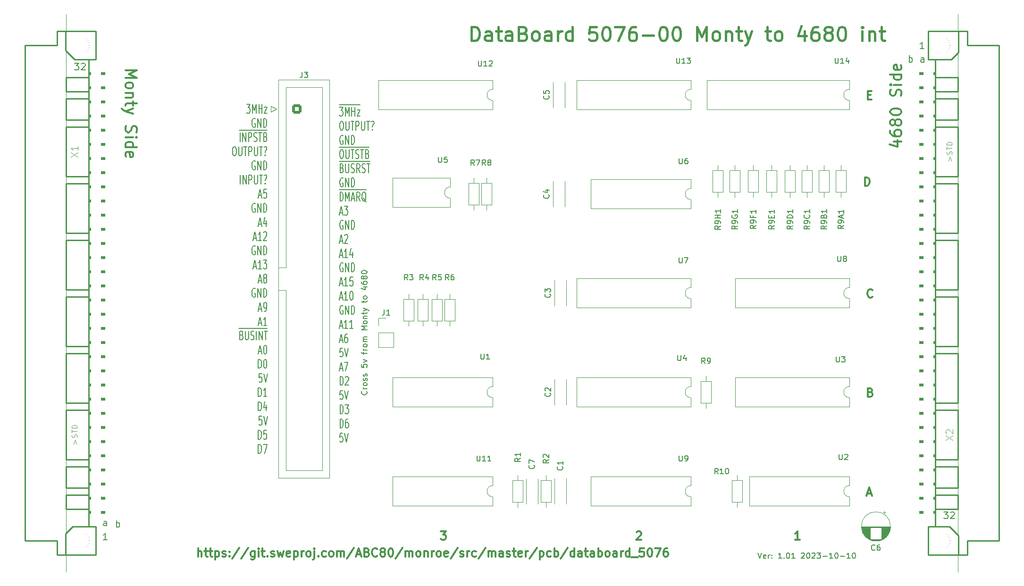
<source format=gbr>
%TF.GenerationSoftware,KiCad,Pcbnew,7.0.8-7.0.8~ubuntu23.04.1*%
%TF.CreationDate,2023-10-12T07:50:54+02:00*%
%TF.ProjectId,databoard_5076,64617461-626f-4617-9264-5f353037362e,v1.01*%
%TF.SameCoordinates,Original*%
%TF.FileFunction,Legend,Top*%
%TF.FilePolarity,Positive*%
%FSLAX46Y46*%
G04 Gerber Fmt 4.6, Leading zero omitted, Abs format (unit mm)*
G04 Created by KiCad (PCBNEW 7.0.8-7.0.8~ubuntu23.04.1) date 2023-10-12 07:50:54*
%MOMM*%
%LPD*%
G01*
G04 APERTURE LIST*
G04 Aperture macros list*
%AMRoundRect*
0 Rectangle with rounded corners*
0 $1 Rounding radius*
0 $2 $3 $4 $5 $6 $7 $8 $9 X,Y pos of 4 corners*
0 Add a 4 corners polygon primitive as box body*
4,1,4,$2,$3,$4,$5,$6,$7,$8,$9,$2,$3,0*
0 Add four circle primitives for the rounded corners*
1,1,$1+$1,$2,$3*
1,1,$1+$1,$4,$5*
1,1,$1+$1,$6,$7*
1,1,$1+$1,$8,$9*
0 Add four rect primitives between the rounded corners*
20,1,$1+$1,$2,$3,$4,$5,0*
20,1,$1+$1,$4,$5,$6,$7,0*
20,1,$1+$1,$6,$7,$8,$9,0*
20,1,$1+$1,$8,$9,$2,$3,0*%
G04 Aperture macros list end*
%ADD10C,0.300000*%
%ADD11C,0.150000*%
%ADD12C,0.200000*%
%ADD13C,0.400000*%
%ADD14C,0.120650*%
%ADD15C,0.101600*%
%ADD16C,0.127000*%
%ADD17C,0.120000*%
%ADD18C,0.254000*%
%ADD19R,1.600000X1.600000*%
%ADD20O,1.600000X1.600000*%
%ADD21C,1.400000*%
%ADD22O,1.400000X1.400000*%
%ADD23C,1.600000*%
%ADD24C,2.794000*%
%ADD25C,1.625600*%
%ADD26RoundRect,0.250000X-0.600000X-0.600000X0.600000X-0.600000X0.600000X0.600000X-0.600000X0.600000X0*%
%ADD27C,1.700000*%
%ADD28R,1.700000X1.700000*%
%ADD29O,1.700000X1.700000*%
G04 APERTURE END LIST*
D10*
X189268510Y-112807114D02*
X189482796Y-112878542D01*
X189482796Y-112878542D02*
X189554225Y-112949971D01*
X189554225Y-112949971D02*
X189625653Y-113092828D01*
X189625653Y-113092828D02*
X189625653Y-113307114D01*
X189625653Y-113307114D02*
X189554225Y-113449971D01*
X189554225Y-113449971D02*
X189482796Y-113521400D01*
X189482796Y-113521400D02*
X189339939Y-113592828D01*
X189339939Y-113592828D02*
X188768510Y-113592828D01*
X188768510Y-113592828D02*
X188768510Y-112092828D01*
X188768510Y-112092828D02*
X189268510Y-112092828D01*
X189268510Y-112092828D02*
X189411368Y-112164257D01*
X189411368Y-112164257D02*
X189482796Y-112235685D01*
X189482796Y-112235685D02*
X189554225Y-112378542D01*
X189554225Y-112378542D02*
X189554225Y-112521400D01*
X189554225Y-112521400D02*
X189482796Y-112664257D01*
X189482796Y-112664257D02*
X189411368Y-112735685D01*
X189411368Y-112735685D02*
X189268510Y-112807114D01*
X189268510Y-112807114D02*
X188768510Y-112807114D01*
X188768510Y-59467114D02*
X189268510Y-59467114D01*
X189482796Y-60252828D02*
X188768510Y-60252828D01*
X188768510Y-60252828D02*
X188768510Y-58752828D01*
X188768510Y-58752828D02*
X189482796Y-58752828D01*
D11*
X98834580Y-112629792D02*
X98882200Y-112677411D01*
X98882200Y-112677411D02*
X98929819Y-112820268D01*
X98929819Y-112820268D02*
X98929819Y-112915506D01*
X98929819Y-112915506D02*
X98882200Y-113058363D01*
X98882200Y-113058363D02*
X98786961Y-113153601D01*
X98786961Y-113153601D02*
X98691723Y-113201220D01*
X98691723Y-113201220D02*
X98501247Y-113248839D01*
X98501247Y-113248839D02*
X98358390Y-113248839D01*
X98358390Y-113248839D02*
X98167914Y-113201220D01*
X98167914Y-113201220D02*
X98072676Y-113153601D01*
X98072676Y-113153601D02*
X97977438Y-113058363D01*
X97977438Y-113058363D02*
X97929819Y-112915506D01*
X97929819Y-112915506D02*
X97929819Y-112820268D01*
X97929819Y-112820268D02*
X97977438Y-112677411D01*
X97977438Y-112677411D02*
X98025057Y-112629792D01*
X98929819Y-112201220D02*
X98263152Y-112201220D01*
X98453628Y-112201220D02*
X98358390Y-112153601D01*
X98358390Y-112153601D02*
X98310771Y-112105982D01*
X98310771Y-112105982D02*
X98263152Y-112010744D01*
X98263152Y-112010744D02*
X98263152Y-111915506D01*
X98929819Y-111439315D02*
X98882200Y-111534553D01*
X98882200Y-111534553D02*
X98834580Y-111582172D01*
X98834580Y-111582172D02*
X98739342Y-111629791D01*
X98739342Y-111629791D02*
X98453628Y-111629791D01*
X98453628Y-111629791D02*
X98358390Y-111582172D01*
X98358390Y-111582172D02*
X98310771Y-111534553D01*
X98310771Y-111534553D02*
X98263152Y-111439315D01*
X98263152Y-111439315D02*
X98263152Y-111296458D01*
X98263152Y-111296458D02*
X98310771Y-111201220D01*
X98310771Y-111201220D02*
X98358390Y-111153601D01*
X98358390Y-111153601D02*
X98453628Y-111105982D01*
X98453628Y-111105982D02*
X98739342Y-111105982D01*
X98739342Y-111105982D02*
X98834580Y-111153601D01*
X98834580Y-111153601D02*
X98882200Y-111201220D01*
X98882200Y-111201220D02*
X98929819Y-111296458D01*
X98929819Y-111296458D02*
X98929819Y-111439315D01*
X98882200Y-110725029D02*
X98929819Y-110629791D01*
X98929819Y-110629791D02*
X98929819Y-110439315D01*
X98929819Y-110439315D02*
X98882200Y-110344077D01*
X98882200Y-110344077D02*
X98786961Y-110296458D01*
X98786961Y-110296458D02*
X98739342Y-110296458D01*
X98739342Y-110296458D02*
X98644104Y-110344077D01*
X98644104Y-110344077D02*
X98596485Y-110439315D01*
X98596485Y-110439315D02*
X98596485Y-110582172D01*
X98596485Y-110582172D02*
X98548866Y-110677410D01*
X98548866Y-110677410D02*
X98453628Y-110725029D01*
X98453628Y-110725029D02*
X98406009Y-110725029D01*
X98406009Y-110725029D02*
X98310771Y-110677410D01*
X98310771Y-110677410D02*
X98263152Y-110582172D01*
X98263152Y-110582172D02*
X98263152Y-110439315D01*
X98263152Y-110439315D02*
X98310771Y-110344077D01*
X98882200Y-109915505D02*
X98929819Y-109820267D01*
X98929819Y-109820267D02*
X98929819Y-109629791D01*
X98929819Y-109629791D02*
X98882200Y-109534553D01*
X98882200Y-109534553D02*
X98786961Y-109486934D01*
X98786961Y-109486934D02*
X98739342Y-109486934D01*
X98739342Y-109486934D02*
X98644104Y-109534553D01*
X98644104Y-109534553D02*
X98596485Y-109629791D01*
X98596485Y-109629791D02*
X98596485Y-109772648D01*
X98596485Y-109772648D02*
X98548866Y-109867886D01*
X98548866Y-109867886D02*
X98453628Y-109915505D01*
X98453628Y-109915505D02*
X98406009Y-109915505D01*
X98406009Y-109915505D02*
X98310771Y-109867886D01*
X98310771Y-109867886D02*
X98263152Y-109772648D01*
X98263152Y-109772648D02*
X98263152Y-109629791D01*
X98263152Y-109629791D02*
X98310771Y-109534553D01*
X97929819Y-107820267D02*
X97929819Y-108296457D01*
X97929819Y-108296457D02*
X98406009Y-108344076D01*
X98406009Y-108344076D02*
X98358390Y-108296457D01*
X98358390Y-108296457D02*
X98310771Y-108201219D01*
X98310771Y-108201219D02*
X98310771Y-107963124D01*
X98310771Y-107963124D02*
X98358390Y-107867886D01*
X98358390Y-107867886D02*
X98406009Y-107820267D01*
X98406009Y-107820267D02*
X98501247Y-107772648D01*
X98501247Y-107772648D02*
X98739342Y-107772648D01*
X98739342Y-107772648D02*
X98834580Y-107820267D01*
X98834580Y-107820267D02*
X98882200Y-107867886D01*
X98882200Y-107867886D02*
X98929819Y-107963124D01*
X98929819Y-107963124D02*
X98929819Y-108201219D01*
X98929819Y-108201219D02*
X98882200Y-108296457D01*
X98882200Y-108296457D02*
X98834580Y-108344076D01*
X98263152Y-107439314D02*
X98929819Y-107201219D01*
X98929819Y-107201219D02*
X98263152Y-106963124D01*
X98263152Y-105963123D02*
X98263152Y-105582171D01*
X98929819Y-105820266D02*
X98072676Y-105820266D01*
X98072676Y-105820266D02*
X97977438Y-105772647D01*
X97977438Y-105772647D02*
X97929819Y-105677409D01*
X97929819Y-105677409D02*
X97929819Y-105582171D01*
X98929819Y-105248837D02*
X98263152Y-105248837D01*
X98453628Y-105248837D02*
X98358390Y-105201218D01*
X98358390Y-105201218D02*
X98310771Y-105153599D01*
X98310771Y-105153599D02*
X98263152Y-105058361D01*
X98263152Y-105058361D02*
X98263152Y-104963123D01*
X98929819Y-104486932D02*
X98882200Y-104582170D01*
X98882200Y-104582170D02*
X98834580Y-104629789D01*
X98834580Y-104629789D02*
X98739342Y-104677408D01*
X98739342Y-104677408D02*
X98453628Y-104677408D01*
X98453628Y-104677408D02*
X98358390Y-104629789D01*
X98358390Y-104629789D02*
X98310771Y-104582170D01*
X98310771Y-104582170D02*
X98263152Y-104486932D01*
X98263152Y-104486932D02*
X98263152Y-104344075D01*
X98263152Y-104344075D02*
X98310771Y-104248837D01*
X98310771Y-104248837D02*
X98358390Y-104201218D01*
X98358390Y-104201218D02*
X98453628Y-104153599D01*
X98453628Y-104153599D02*
X98739342Y-104153599D01*
X98739342Y-104153599D02*
X98834580Y-104201218D01*
X98834580Y-104201218D02*
X98882200Y-104248837D01*
X98882200Y-104248837D02*
X98929819Y-104344075D01*
X98929819Y-104344075D02*
X98929819Y-104486932D01*
X98929819Y-103725027D02*
X98263152Y-103725027D01*
X98358390Y-103725027D02*
X98310771Y-103677408D01*
X98310771Y-103677408D02*
X98263152Y-103582170D01*
X98263152Y-103582170D02*
X98263152Y-103439313D01*
X98263152Y-103439313D02*
X98310771Y-103344075D01*
X98310771Y-103344075D02*
X98406009Y-103296456D01*
X98406009Y-103296456D02*
X98929819Y-103296456D01*
X98406009Y-103296456D02*
X98310771Y-103248837D01*
X98310771Y-103248837D02*
X98263152Y-103153599D01*
X98263152Y-103153599D02*
X98263152Y-103010742D01*
X98263152Y-103010742D02*
X98310771Y-102915503D01*
X98310771Y-102915503D02*
X98406009Y-102867884D01*
X98406009Y-102867884D02*
X98929819Y-102867884D01*
X98929819Y-101629789D02*
X97929819Y-101629789D01*
X97929819Y-101629789D02*
X98644104Y-101296456D01*
X98644104Y-101296456D02*
X97929819Y-100963123D01*
X97929819Y-100963123D02*
X98929819Y-100963123D01*
X98929819Y-100344075D02*
X98882200Y-100439313D01*
X98882200Y-100439313D02*
X98834580Y-100486932D01*
X98834580Y-100486932D02*
X98739342Y-100534551D01*
X98739342Y-100534551D02*
X98453628Y-100534551D01*
X98453628Y-100534551D02*
X98358390Y-100486932D01*
X98358390Y-100486932D02*
X98310771Y-100439313D01*
X98310771Y-100439313D02*
X98263152Y-100344075D01*
X98263152Y-100344075D02*
X98263152Y-100201218D01*
X98263152Y-100201218D02*
X98310771Y-100105980D01*
X98310771Y-100105980D02*
X98358390Y-100058361D01*
X98358390Y-100058361D02*
X98453628Y-100010742D01*
X98453628Y-100010742D02*
X98739342Y-100010742D01*
X98739342Y-100010742D02*
X98834580Y-100058361D01*
X98834580Y-100058361D02*
X98882200Y-100105980D01*
X98882200Y-100105980D02*
X98929819Y-100201218D01*
X98929819Y-100201218D02*
X98929819Y-100344075D01*
X98263152Y-99582170D02*
X98929819Y-99582170D01*
X98358390Y-99582170D02*
X98310771Y-99534551D01*
X98310771Y-99534551D02*
X98263152Y-99439313D01*
X98263152Y-99439313D02*
X98263152Y-99296456D01*
X98263152Y-99296456D02*
X98310771Y-99201218D01*
X98310771Y-99201218D02*
X98406009Y-99153599D01*
X98406009Y-99153599D02*
X98929819Y-99153599D01*
X98263152Y-98820265D02*
X98263152Y-98439313D01*
X97929819Y-98677408D02*
X98786961Y-98677408D01*
X98786961Y-98677408D02*
X98882200Y-98629789D01*
X98882200Y-98629789D02*
X98929819Y-98534551D01*
X98929819Y-98534551D02*
X98929819Y-98439313D01*
X98263152Y-98201217D02*
X98929819Y-97963122D01*
X98263152Y-97725027D02*
X98929819Y-97963122D01*
X98929819Y-97963122D02*
X99167914Y-98058360D01*
X99167914Y-98058360D02*
X99215533Y-98105979D01*
X99215533Y-98105979D02*
X99263152Y-98201217D01*
X98263152Y-96725026D02*
X98263152Y-96344074D01*
X97929819Y-96582169D02*
X98786961Y-96582169D01*
X98786961Y-96582169D02*
X98882200Y-96534550D01*
X98882200Y-96534550D02*
X98929819Y-96439312D01*
X98929819Y-96439312D02*
X98929819Y-96344074D01*
X98929819Y-95867883D02*
X98882200Y-95963121D01*
X98882200Y-95963121D02*
X98834580Y-96010740D01*
X98834580Y-96010740D02*
X98739342Y-96058359D01*
X98739342Y-96058359D02*
X98453628Y-96058359D01*
X98453628Y-96058359D02*
X98358390Y-96010740D01*
X98358390Y-96010740D02*
X98310771Y-95963121D01*
X98310771Y-95963121D02*
X98263152Y-95867883D01*
X98263152Y-95867883D02*
X98263152Y-95725026D01*
X98263152Y-95725026D02*
X98310771Y-95629788D01*
X98310771Y-95629788D02*
X98358390Y-95582169D01*
X98358390Y-95582169D02*
X98453628Y-95534550D01*
X98453628Y-95534550D02*
X98739342Y-95534550D01*
X98739342Y-95534550D02*
X98834580Y-95582169D01*
X98834580Y-95582169D02*
X98882200Y-95629788D01*
X98882200Y-95629788D02*
X98929819Y-95725026D01*
X98929819Y-95725026D02*
X98929819Y-95867883D01*
X98263152Y-93915502D02*
X98929819Y-93915502D01*
X97882200Y-94153597D02*
X98596485Y-94391692D01*
X98596485Y-94391692D02*
X98596485Y-93772645D01*
X97929819Y-92963121D02*
X97929819Y-93153597D01*
X97929819Y-93153597D02*
X97977438Y-93248835D01*
X97977438Y-93248835D02*
X98025057Y-93296454D01*
X98025057Y-93296454D02*
X98167914Y-93391692D01*
X98167914Y-93391692D02*
X98358390Y-93439311D01*
X98358390Y-93439311D02*
X98739342Y-93439311D01*
X98739342Y-93439311D02*
X98834580Y-93391692D01*
X98834580Y-93391692D02*
X98882200Y-93344073D01*
X98882200Y-93344073D02*
X98929819Y-93248835D01*
X98929819Y-93248835D02*
X98929819Y-93058359D01*
X98929819Y-93058359D02*
X98882200Y-92963121D01*
X98882200Y-92963121D02*
X98834580Y-92915502D01*
X98834580Y-92915502D02*
X98739342Y-92867883D01*
X98739342Y-92867883D02*
X98501247Y-92867883D01*
X98501247Y-92867883D02*
X98406009Y-92915502D01*
X98406009Y-92915502D02*
X98358390Y-92963121D01*
X98358390Y-92963121D02*
X98310771Y-93058359D01*
X98310771Y-93058359D02*
X98310771Y-93248835D01*
X98310771Y-93248835D02*
X98358390Y-93344073D01*
X98358390Y-93344073D02*
X98406009Y-93391692D01*
X98406009Y-93391692D02*
X98501247Y-93439311D01*
X98358390Y-92296454D02*
X98310771Y-92391692D01*
X98310771Y-92391692D02*
X98263152Y-92439311D01*
X98263152Y-92439311D02*
X98167914Y-92486930D01*
X98167914Y-92486930D02*
X98120295Y-92486930D01*
X98120295Y-92486930D02*
X98025057Y-92439311D01*
X98025057Y-92439311D02*
X97977438Y-92391692D01*
X97977438Y-92391692D02*
X97929819Y-92296454D01*
X97929819Y-92296454D02*
X97929819Y-92105978D01*
X97929819Y-92105978D02*
X97977438Y-92010740D01*
X97977438Y-92010740D02*
X98025057Y-91963121D01*
X98025057Y-91963121D02*
X98120295Y-91915502D01*
X98120295Y-91915502D02*
X98167914Y-91915502D01*
X98167914Y-91915502D02*
X98263152Y-91963121D01*
X98263152Y-91963121D02*
X98310771Y-92010740D01*
X98310771Y-92010740D02*
X98358390Y-92105978D01*
X98358390Y-92105978D02*
X98358390Y-92296454D01*
X98358390Y-92296454D02*
X98406009Y-92391692D01*
X98406009Y-92391692D02*
X98453628Y-92439311D01*
X98453628Y-92439311D02*
X98548866Y-92486930D01*
X98548866Y-92486930D02*
X98739342Y-92486930D01*
X98739342Y-92486930D02*
X98834580Y-92439311D01*
X98834580Y-92439311D02*
X98882200Y-92391692D01*
X98882200Y-92391692D02*
X98929819Y-92296454D01*
X98929819Y-92296454D02*
X98929819Y-92105978D01*
X98929819Y-92105978D02*
X98882200Y-92010740D01*
X98882200Y-92010740D02*
X98834580Y-91963121D01*
X98834580Y-91963121D02*
X98739342Y-91915502D01*
X98739342Y-91915502D02*
X98548866Y-91915502D01*
X98548866Y-91915502D02*
X98453628Y-91963121D01*
X98453628Y-91963121D02*
X98406009Y-92010740D01*
X98406009Y-92010740D02*
X98358390Y-92105978D01*
X97929819Y-91296454D02*
X97929819Y-91201216D01*
X97929819Y-91201216D02*
X97977438Y-91105978D01*
X97977438Y-91105978D02*
X98025057Y-91058359D01*
X98025057Y-91058359D02*
X98120295Y-91010740D01*
X98120295Y-91010740D02*
X98310771Y-90963121D01*
X98310771Y-90963121D02*
X98548866Y-90963121D01*
X98548866Y-90963121D02*
X98739342Y-91010740D01*
X98739342Y-91010740D02*
X98834580Y-91058359D01*
X98834580Y-91058359D02*
X98882200Y-91105978D01*
X98882200Y-91105978D02*
X98929819Y-91201216D01*
X98929819Y-91201216D02*
X98929819Y-91296454D01*
X98929819Y-91296454D02*
X98882200Y-91391692D01*
X98882200Y-91391692D02*
X98834580Y-91439311D01*
X98834580Y-91439311D02*
X98739342Y-91486930D01*
X98739342Y-91486930D02*
X98548866Y-91534549D01*
X98548866Y-91534549D02*
X98310771Y-91534549D01*
X98310771Y-91534549D02*
X98120295Y-91486930D01*
X98120295Y-91486930D02*
X98025057Y-91439311D01*
X98025057Y-91439311D02*
X97977438Y-91391692D01*
X97977438Y-91391692D02*
X97929819Y-91296454D01*
D10*
X112171653Y-137746828D02*
X113100225Y-137746828D01*
X113100225Y-137746828D02*
X112600225Y-138318257D01*
X112600225Y-138318257D02*
X112814510Y-138318257D01*
X112814510Y-138318257D02*
X112957368Y-138389685D01*
X112957368Y-138389685D02*
X113028796Y-138461114D01*
X113028796Y-138461114D02*
X113100225Y-138603971D01*
X113100225Y-138603971D02*
X113100225Y-138961114D01*
X113100225Y-138961114D02*
X113028796Y-139103971D01*
X113028796Y-139103971D02*
X112957368Y-139175400D01*
X112957368Y-139175400D02*
X112814510Y-139246828D01*
X112814510Y-139246828D02*
X112385939Y-139246828D01*
X112385939Y-139246828D02*
X112243082Y-139175400D01*
X112243082Y-139175400D02*
X112171653Y-139103971D01*
X55632361Y-55029558D02*
X57632361Y-55029558D01*
X57632361Y-55029558D02*
X56203790Y-55696225D01*
X56203790Y-55696225D02*
X57632361Y-56362891D01*
X57632361Y-56362891D02*
X55632361Y-56362891D01*
X55632361Y-57600986D02*
X55727600Y-57410510D01*
X55727600Y-57410510D02*
X55822838Y-57315272D01*
X55822838Y-57315272D02*
X56013314Y-57220034D01*
X56013314Y-57220034D02*
X56584742Y-57220034D01*
X56584742Y-57220034D02*
X56775219Y-57315272D01*
X56775219Y-57315272D02*
X56870457Y-57410510D01*
X56870457Y-57410510D02*
X56965695Y-57600986D01*
X56965695Y-57600986D02*
X56965695Y-57886701D01*
X56965695Y-57886701D02*
X56870457Y-58077177D01*
X56870457Y-58077177D02*
X56775219Y-58172415D01*
X56775219Y-58172415D02*
X56584742Y-58267653D01*
X56584742Y-58267653D02*
X56013314Y-58267653D01*
X56013314Y-58267653D02*
X55822838Y-58172415D01*
X55822838Y-58172415D02*
X55727600Y-58077177D01*
X55727600Y-58077177D02*
X55632361Y-57886701D01*
X55632361Y-57886701D02*
X55632361Y-57600986D01*
X56965695Y-59124796D02*
X55632361Y-59124796D01*
X56775219Y-59124796D02*
X56870457Y-59220034D01*
X56870457Y-59220034D02*
X56965695Y-59410510D01*
X56965695Y-59410510D02*
X56965695Y-59696225D01*
X56965695Y-59696225D02*
X56870457Y-59886701D01*
X56870457Y-59886701D02*
X56679980Y-59981939D01*
X56679980Y-59981939D02*
X55632361Y-59981939D01*
X56965695Y-60648606D02*
X56965695Y-61410510D01*
X57632361Y-60934320D02*
X55918076Y-60934320D01*
X55918076Y-60934320D02*
X55727600Y-61029558D01*
X55727600Y-61029558D02*
X55632361Y-61220034D01*
X55632361Y-61220034D02*
X55632361Y-61410510D01*
X56965695Y-61886701D02*
X55632361Y-62362891D01*
X56965695Y-62839082D02*
X55632361Y-62362891D01*
X55632361Y-62362891D02*
X55156171Y-62172415D01*
X55156171Y-62172415D02*
X55060933Y-62077177D01*
X55060933Y-62077177D02*
X54965695Y-61886701D01*
X55727600Y-65029559D02*
X55632361Y-65315273D01*
X55632361Y-65315273D02*
X55632361Y-65791464D01*
X55632361Y-65791464D02*
X55727600Y-65981940D01*
X55727600Y-65981940D02*
X55822838Y-66077178D01*
X55822838Y-66077178D02*
X56013314Y-66172416D01*
X56013314Y-66172416D02*
X56203790Y-66172416D01*
X56203790Y-66172416D02*
X56394266Y-66077178D01*
X56394266Y-66077178D02*
X56489504Y-65981940D01*
X56489504Y-65981940D02*
X56584742Y-65791464D01*
X56584742Y-65791464D02*
X56679980Y-65410511D01*
X56679980Y-65410511D02*
X56775219Y-65220035D01*
X56775219Y-65220035D02*
X56870457Y-65124797D01*
X56870457Y-65124797D02*
X57060933Y-65029559D01*
X57060933Y-65029559D02*
X57251409Y-65029559D01*
X57251409Y-65029559D02*
X57441885Y-65124797D01*
X57441885Y-65124797D02*
X57537123Y-65220035D01*
X57537123Y-65220035D02*
X57632361Y-65410511D01*
X57632361Y-65410511D02*
X57632361Y-65886702D01*
X57632361Y-65886702D02*
X57537123Y-66172416D01*
X55632361Y-67029559D02*
X56965695Y-67029559D01*
X57632361Y-67029559D02*
X57537123Y-66934321D01*
X57537123Y-66934321D02*
X57441885Y-67029559D01*
X57441885Y-67029559D02*
X57537123Y-67124797D01*
X57537123Y-67124797D02*
X57632361Y-67029559D01*
X57632361Y-67029559D02*
X57441885Y-67029559D01*
X55632361Y-68839083D02*
X57632361Y-68839083D01*
X55727600Y-68839083D02*
X55632361Y-68648607D01*
X55632361Y-68648607D02*
X55632361Y-68267654D01*
X55632361Y-68267654D02*
X55727600Y-68077178D01*
X55727600Y-68077178D02*
X55822838Y-67981940D01*
X55822838Y-67981940D02*
X56013314Y-67886702D01*
X56013314Y-67886702D02*
X56584742Y-67886702D01*
X56584742Y-67886702D02*
X56775219Y-67981940D01*
X56775219Y-67981940D02*
X56870457Y-68077178D01*
X56870457Y-68077178D02*
X56965695Y-68267654D01*
X56965695Y-68267654D02*
X56965695Y-68648607D01*
X56965695Y-68648607D02*
X56870457Y-68839083D01*
X55727600Y-70553369D02*
X55632361Y-70362893D01*
X55632361Y-70362893D02*
X55632361Y-69981940D01*
X55632361Y-69981940D02*
X55727600Y-69791464D01*
X55727600Y-69791464D02*
X55918076Y-69696226D01*
X55918076Y-69696226D02*
X56679980Y-69696226D01*
X56679980Y-69696226D02*
X56870457Y-69791464D01*
X56870457Y-69791464D02*
X56965695Y-69981940D01*
X56965695Y-69981940D02*
X56965695Y-70362893D01*
X56965695Y-70362893D02*
X56870457Y-70553369D01*
X56870457Y-70553369D02*
X56679980Y-70648607D01*
X56679980Y-70648607D02*
X56489504Y-70648607D01*
X56489504Y-70648607D02*
X56299028Y-69696226D01*
X147295082Y-137889685D02*
X147366510Y-137818257D01*
X147366510Y-137818257D02*
X147509368Y-137746828D01*
X147509368Y-137746828D02*
X147866510Y-137746828D01*
X147866510Y-137746828D02*
X148009368Y-137818257D01*
X148009368Y-137818257D02*
X148080796Y-137889685D01*
X148080796Y-137889685D02*
X148152225Y-138032542D01*
X148152225Y-138032542D02*
X148152225Y-138175400D01*
X148152225Y-138175400D02*
X148080796Y-138389685D01*
X148080796Y-138389685D02*
X147223653Y-139246828D01*
X147223653Y-139246828D02*
X148152225Y-139246828D01*
X189625653Y-95669971D02*
X189554225Y-95741400D01*
X189554225Y-95741400D02*
X189339939Y-95812828D01*
X189339939Y-95812828D02*
X189197082Y-95812828D01*
X189197082Y-95812828D02*
X188982796Y-95741400D01*
X188982796Y-95741400D02*
X188839939Y-95598542D01*
X188839939Y-95598542D02*
X188768510Y-95455685D01*
X188768510Y-95455685D02*
X188697082Y-95169971D01*
X188697082Y-95169971D02*
X188697082Y-94955685D01*
X188697082Y-94955685D02*
X188768510Y-94669971D01*
X188768510Y-94669971D02*
X188839939Y-94527114D01*
X188839939Y-94527114D02*
X188982796Y-94384257D01*
X188982796Y-94384257D02*
X189197082Y-94312828D01*
X189197082Y-94312828D02*
X189339939Y-94312828D01*
X189339939Y-94312828D02*
X189554225Y-94384257D01*
X189554225Y-94384257D02*
X189625653Y-94455685D01*
X188697082Y-130944257D02*
X189411368Y-130944257D01*
X188554225Y-131372828D02*
X189054225Y-129872828D01*
X189054225Y-129872828D02*
X189554225Y-131372828D01*
X188260510Y-75746828D02*
X188260510Y-74246828D01*
X188260510Y-74246828D02*
X188617653Y-74246828D01*
X188617653Y-74246828D02*
X188831939Y-74318257D01*
X188831939Y-74318257D02*
X188974796Y-74461114D01*
X188974796Y-74461114D02*
X189046225Y-74603971D01*
X189046225Y-74603971D02*
X189117653Y-74889685D01*
X189117653Y-74889685D02*
X189117653Y-75103971D01*
X189117653Y-75103971D02*
X189046225Y-75389685D01*
X189046225Y-75389685D02*
X188974796Y-75532542D01*
X188974796Y-75532542D02*
X188831939Y-75675400D01*
X188831939Y-75675400D02*
X188617653Y-75746828D01*
X188617653Y-75746828D02*
X188260510Y-75746828D01*
X68626510Y-142294828D02*
X68626510Y-140794828D01*
X69269368Y-142294828D02*
X69269368Y-141509114D01*
X69269368Y-141509114D02*
X69197939Y-141366257D01*
X69197939Y-141366257D02*
X69055082Y-141294828D01*
X69055082Y-141294828D02*
X68840796Y-141294828D01*
X68840796Y-141294828D02*
X68697939Y-141366257D01*
X68697939Y-141366257D02*
X68626510Y-141437685D01*
X69769368Y-141294828D02*
X70340796Y-141294828D01*
X69983653Y-140794828D02*
X69983653Y-142080542D01*
X69983653Y-142080542D02*
X70055082Y-142223400D01*
X70055082Y-142223400D02*
X70197939Y-142294828D01*
X70197939Y-142294828D02*
X70340796Y-142294828D01*
X70626511Y-141294828D02*
X71197939Y-141294828D01*
X70840796Y-140794828D02*
X70840796Y-142080542D01*
X70840796Y-142080542D02*
X70912225Y-142223400D01*
X70912225Y-142223400D02*
X71055082Y-142294828D01*
X71055082Y-142294828D02*
X71197939Y-142294828D01*
X71697939Y-141294828D02*
X71697939Y-142794828D01*
X71697939Y-141366257D02*
X71840797Y-141294828D01*
X71840797Y-141294828D02*
X72126511Y-141294828D01*
X72126511Y-141294828D02*
X72269368Y-141366257D01*
X72269368Y-141366257D02*
X72340797Y-141437685D01*
X72340797Y-141437685D02*
X72412225Y-141580542D01*
X72412225Y-141580542D02*
X72412225Y-142009114D01*
X72412225Y-142009114D02*
X72340797Y-142151971D01*
X72340797Y-142151971D02*
X72269368Y-142223400D01*
X72269368Y-142223400D02*
X72126511Y-142294828D01*
X72126511Y-142294828D02*
X71840797Y-142294828D01*
X71840797Y-142294828D02*
X71697939Y-142223400D01*
X72983654Y-142223400D02*
X73126511Y-142294828D01*
X73126511Y-142294828D02*
X73412225Y-142294828D01*
X73412225Y-142294828D02*
X73555082Y-142223400D01*
X73555082Y-142223400D02*
X73626511Y-142080542D01*
X73626511Y-142080542D02*
X73626511Y-142009114D01*
X73626511Y-142009114D02*
X73555082Y-141866257D01*
X73555082Y-141866257D02*
X73412225Y-141794828D01*
X73412225Y-141794828D02*
X73197940Y-141794828D01*
X73197940Y-141794828D02*
X73055082Y-141723400D01*
X73055082Y-141723400D02*
X72983654Y-141580542D01*
X72983654Y-141580542D02*
X72983654Y-141509114D01*
X72983654Y-141509114D02*
X73055082Y-141366257D01*
X73055082Y-141366257D02*
X73197940Y-141294828D01*
X73197940Y-141294828D02*
X73412225Y-141294828D01*
X73412225Y-141294828D02*
X73555082Y-141366257D01*
X74269368Y-142151971D02*
X74340797Y-142223400D01*
X74340797Y-142223400D02*
X74269368Y-142294828D01*
X74269368Y-142294828D02*
X74197940Y-142223400D01*
X74197940Y-142223400D02*
X74269368Y-142151971D01*
X74269368Y-142151971D02*
X74269368Y-142294828D01*
X74269368Y-141366257D02*
X74340797Y-141437685D01*
X74340797Y-141437685D02*
X74269368Y-141509114D01*
X74269368Y-141509114D02*
X74197940Y-141437685D01*
X74197940Y-141437685D02*
X74269368Y-141366257D01*
X74269368Y-141366257D02*
X74269368Y-141509114D01*
X76055083Y-140723400D02*
X74769369Y-142651971D01*
X77626512Y-140723400D02*
X76340798Y-142651971D01*
X78769370Y-141294828D02*
X78769370Y-142509114D01*
X78769370Y-142509114D02*
X78697941Y-142651971D01*
X78697941Y-142651971D02*
X78626512Y-142723400D01*
X78626512Y-142723400D02*
X78483655Y-142794828D01*
X78483655Y-142794828D02*
X78269370Y-142794828D01*
X78269370Y-142794828D02*
X78126512Y-142723400D01*
X78769370Y-142223400D02*
X78626512Y-142294828D01*
X78626512Y-142294828D02*
X78340798Y-142294828D01*
X78340798Y-142294828D02*
X78197941Y-142223400D01*
X78197941Y-142223400D02*
X78126512Y-142151971D01*
X78126512Y-142151971D02*
X78055084Y-142009114D01*
X78055084Y-142009114D02*
X78055084Y-141580542D01*
X78055084Y-141580542D02*
X78126512Y-141437685D01*
X78126512Y-141437685D02*
X78197941Y-141366257D01*
X78197941Y-141366257D02*
X78340798Y-141294828D01*
X78340798Y-141294828D02*
X78626512Y-141294828D01*
X78626512Y-141294828D02*
X78769370Y-141366257D01*
X79483655Y-142294828D02*
X79483655Y-141294828D01*
X79483655Y-140794828D02*
X79412227Y-140866257D01*
X79412227Y-140866257D02*
X79483655Y-140937685D01*
X79483655Y-140937685D02*
X79555084Y-140866257D01*
X79555084Y-140866257D02*
X79483655Y-140794828D01*
X79483655Y-140794828D02*
X79483655Y-140937685D01*
X79983656Y-141294828D02*
X80555084Y-141294828D01*
X80197941Y-140794828D02*
X80197941Y-142080542D01*
X80197941Y-142080542D02*
X80269370Y-142223400D01*
X80269370Y-142223400D02*
X80412227Y-142294828D01*
X80412227Y-142294828D02*
X80555084Y-142294828D01*
X81055084Y-142151971D02*
X81126513Y-142223400D01*
X81126513Y-142223400D02*
X81055084Y-142294828D01*
X81055084Y-142294828D02*
X80983656Y-142223400D01*
X80983656Y-142223400D02*
X81055084Y-142151971D01*
X81055084Y-142151971D02*
X81055084Y-142294828D01*
X81697942Y-142223400D02*
X81840799Y-142294828D01*
X81840799Y-142294828D02*
X82126513Y-142294828D01*
X82126513Y-142294828D02*
X82269370Y-142223400D01*
X82269370Y-142223400D02*
X82340799Y-142080542D01*
X82340799Y-142080542D02*
X82340799Y-142009114D01*
X82340799Y-142009114D02*
X82269370Y-141866257D01*
X82269370Y-141866257D02*
X82126513Y-141794828D01*
X82126513Y-141794828D02*
X81912228Y-141794828D01*
X81912228Y-141794828D02*
X81769370Y-141723400D01*
X81769370Y-141723400D02*
X81697942Y-141580542D01*
X81697942Y-141580542D02*
X81697942Y-141509114D01*
X81697942Y-141509114D02*
X81769370Y-141366257D01*
X81769370Y-141366257D02*
X81912228Y-141294828D01*
X81912228Y-141294828D02*
X82126513Y-141294828D01*
X82126513Y-141294828D02*
X82269370Y-141366257D01*
X82840799Y-141294828D02*
X83126514Y-142294828D01*
X83126514Y-142294828D02*
X83412228Y-141580542D01*
X83412228Y-141580542D02*
X83697942Y-142294828D01*
X83697942Y-142294828D02*
X83983656Y-141294828D01*
X85126514Y-142223400D02*
X84983657Y-142294828D01*
X84983657Y-142294828D02*
X84697943Y-142294828D01*
X84697943Y-142294828D02*
X84555085Y-142223400D01*
X84555085Y-142223400D02*
X84483657Y-142080542D01*
X84483657Y-142080542D02*
X84483657Y-141509114D01*
X84483657Y-141509114D02*
X84555085Y-141366257D01*
X84555085Y-141366257D02*
X84697943Y-141294828D01*
X84697943Y-141294828D02*
X84983657Y-141294828D01*
X84983657Y-141294828D02*
X85126514Y-141366257D01*
X85126514Y-141366257D02*
X85197943Y-141509114D01*
X85197943Y-141509114D02*
X85197943Y-141651971D01*
X85197943Y-141651971D02*
X84483657Y-141794828D01*
X85840799Y-141294828D02*
X85840799Y-142794828D01*
X85840799Y-141366257D02*
X85983657Y-141294828D01*
X85983657Y-141294828D02*
X86269371Y-141294828D01*
X86269371Y-141294828D02*
X86412228Y-141366257D01*
X86412228Y-141366257D02*
X86483657Y-141437685D01*
X86483657Y-141437685D02*
X86555085Y-141580542D01*
X86555085Y-141580542D02*
X86555085Y-142009114D01*
X86555085Y-142009114D02*
X86483657Y-142151971D01*
X86483657Y-142151971D02*
X86412228Y-142223400D01*
X86412228Y-142223400D02*
X86269371Y-142294828D01*
X86269371Y-142294828D02*
X85983657Y-142294828D01*
X85983657Y-142294828D02*
X85840799Y-142223400D01*
X87197942Y-142294828D02*
X87197942Y-141294828D01*
X87197942Y-141580542D02*
X87269371Y-141437685D01*
X87269371Y-141437685D02*
X87340800Y-141366257D01*
X87340800Y-141366257D02*
X87483657Y-141294828D01*
X87483657Y-141294828D02*
X87626514Y-141294828D01*
X88340799Y-142294828D02*
X88197942Y-142223400D01*
X88197942Y-142223400D02*
X88126513Y-142151971D01*
X88126513Y-142151971D02*
X88055085Y-142009114D01*
X88055085Y-142009114D02*
X88055085Y-141580542D01*
X88055085Y-141580542D02*
X88126513Y-141437685D01*
X88126513Y-141437685D02*
X88197942Y-141366257D01*
X88197942Y-141366257D02*
X88340799Y-141294828D01*
X88340799Y-141294828D02*
X88555085Y-141294828D01*
X88555085Y-141294828D02*
X88697942Y-141366257D01*
X88697942Y-141366257D02*
X88769371Y-141437685D01*
X88769371Y-141437685D02*
X88840799Y-141580542D01*
X88840799Y-141580542D02*
X88840799Y-142009114D01*
X88840799Y-142009114D02*
X88769371Y-142151971D01*
X88769371Y-142151971D02*
X88697942Y-142223400D01*
X88697942Y-142223400D02*
X88555085Y-142294828D01*
X88555085Y-142294828D02*
X88340799Y-142294828D01*
X89483656Y-141294828D02*
X89483656Y-142580542D01*
X89483656Y-142580542D02*
X89412228Y-142723400D01*
X89412228Y-142723400D02*
X89269371Y-142794828D01*
X89269371Y-142794828D02*
X89197942Y-142794828D01*
X89483656Y-140794828D02*
X89412228Y-140866257D01*
X89412228Y-140866257D02*
X89483656Y-140937685D01*
X89483656Y-140937685D02*
X89555085Y-140866257D01*
X89555085Y-140866257D02*
X89483656Y-140794828D01*
X89483656Y-140794828D02*
X89483656Y-140937685D01*
X90197942Y-142151971D02*
X90269371Y-142223400D01*
X90269371Y-142223400D02*
X90197942Y-142294828D01*
X90197942Y-142294828D02*
X90126514Y-142223400D01*
X90126514Y-142223400D02*
X90197942Y-142151971D01*
X90197942Y-142151971D02*
X90197942Y-142294828D01*
X91555086Y-142223400D02*
X91412228Y-142294828D01*
X91412228Y-142294828D02*
X91126514Y-142294828D01*
X91126514Y-142294828D02*
X90983657Y-142223400D01*
X90983657Y-142223400D02*
X90912228Y-142151971D01*
X90912228Y-142151971D02*
X90840800Y-142009114D01*
X90840800Y-142009114D02*
X90840800Y-141580542D01*
X90840800Y-141580542D02*
X90912228Y-141437685D01*
X90912228Y-141437685D02*
X90983657Y-141366257D01*
X90983657Y-141366257D02*
X91126514Y-141294828D01*
X91126514Y-141294828D02*
X91412228Y-141294828D01*
X91412228Y-141294828D02*
X91555086Y-141366257D01*
X92412228Y-142294828D02*
X92269371Y-142223400D01*
X92269371Y-142223400D02*
X92197942Y-142151971D01*
X92197942Y-142151971D02*
X92126514Y-142009114D01*
X92126514Y-142009114D02*
X92126514Y-141580542D01*
X92126514Y-141580542D02*
X92197942Y-141437685D01*
X92197942Y-141437685D02*
X92269371Y-141366257D01*
X92269371Y-141366257D02*
X92412228Y-141294828D01*
X92412228Y-141294828D02*
X92626514Y-141294828D01*
X92626514Y-141294828D02*
X92769371Y-141366257D01*
X92769371Y-141366257D02*
X92840800Y-141437685D01*
X92840800Y-141437685D02*
X92912228Y-141580542D01*
X92912228Y-141580542D02*
X92912228Y-142009114D01*
X92912228Y-142009114D02*
X92840800Y-142151971D01*
X92840800Y-142151971D02*
X92769371Y-142223400D01*
X92769371Y-142223400D02*
X92626514Y-142294828D01*
X92626514Y-142294828D02*
X92412228Y-142294828D01*
X93555085Y-142294828D02*
X93555085Y-141294828D01*
X93555085Y-141437685D02*
X93626514Y-141366257D01*
X93626514Y-141366257D02*
X93769371Y-141294828D01*
X93769371Y-141294828D02*
X93983657Y-141294828D01*
X93983657Y-141294828D02*
X94126514Y-141366257D01*
X94126514Y-141366257D02*
X94197943Y-141509114D01*
X94197943Y-141509114D02*
X94197943Y-142294828D01*
X94197943Y-141509114D02*
X94269371Y-141366257D01*
X94269371Y-141366257D02*
X94412228Y-141294828D01*
X94412228Y-141294828D02*
X94626514Y-141294828D01*
X94626514Y-141294828D02*
X94769371Y-141366257D01*
X94769371Y-141366257D02*
X94840800Y-141509114D01*
X94840800Y-141509114D02*
X94840800Y-142294828D01*
X96626514Y-140723400D02*
X95340800Y-142651971D01*
X97055086Y-141866257D02*
X97769372Y-141866257D01*
X96912229Y-142294828D02*
X97412229Y-140794828D01*
X97412229Y-140794828D02*
X97912229Y-142294828D01*
X98912228Y-141509114D02*
X99126514Y-141580542D01*
X99126514Y-141580542D02*
X99197943Y-141651971D01*
X99197943Y-141651971D02*
X99269371Y-141794828D01*
X99269371Y-141794828D02*
X99269371Y-142009114D01*
X99269371Y-142009114D02*
X99197943Y-142151971D01*
X99197943Y-142151971D02*
X99126514Y-142223400D01*
X99126514Y-142223400D02*
X98983657Y-142294828D01*
X98983657Y-142294828D02*
X98412228Y-142294828D01*
X98412228Y-142294828D02*
X98412228Y-140794828D01*
X98412228Y-140794828D02*
X98912228Y-140794828D01*
X98912228Y-140794828D02*
X99055086Y-140866257D01*
X99055086Y-140866257D02*
X99126514Y-140937685D01*
X99126514Y-140937685D02*
X99197943Y-141080542D01*
X99197943Y-141080542D02*
X99197943Y-141223400D01*
X99197943Y-141223400D02*
X99126514Y-141366257D01*
X99126514Y-141366257D02*
X99055086Y-141437685D01*
X99055086Y-141437685D02*
X98912228Y-141509114D01*
X98912228Y-141509114D02*
X98412228Y-141509114D01*
X100769371Y-142151971D02*
X100697943Y-142223400D01*
X100697943Y-142223400D02*
X100483657Y-142294828D01*
X100483657Y-142294828D02*
X100340800Y-142294828D01*
X100340800Y-142294828D02*
X100126514Y-142223400D01*
X100126514Y-142223400D02*
X99983657Y-142080542D01*
X99983657Y-142080542D02*
X99912228Y-141937685D01*
X99912228Y-141937685D02*
X99840800Y-141651971D01*
X99840800Y-141651971D02*
X99840800Y-141437685D01*
X99840800Y-141437685D02*
X99912228Y-141151971D01*
X99912228Y-141151971D02*
X99983657Y-141009114D01*
X99983657Y-141009114D02*
X100126514Y-140866257D01*
X100126514Y-140866257D02*
X100340800Y-140794828D01*
X100340800Y-140794828D02*
X100483657Y-140794828D01*
X100483657Y-140794828D02*
X100697943Y-140866257D01*
X100697943Y-140866257D02*
X100769371Y-140937685D01*
X101626514Y-141437685D02*
X101483657Y-141366257D01*
X101483657Y-141366257D02*
X101412228Y-141294828D01*
X101412228Y-141294828D02*
X101340800Y-141151971D01*
X101340800Y-141151971D02*
X101340800Y-141080542D01*
X101340800Y-141080542D02*
X101412228Y-140937685D01*
X101412228Y-140937685D02*
X101483657Y-140866257D01*
X101483657Y-140866257D02*
X101626514Y-140794828D01*
X101626514Y-140794828D02*
X101912228Y-140794828D01*
X101912228Y-140794828D02*
X102055086Y-140866257D01*
X102055086Y-140866257D02*
X102126514Y-140937685D01*
X102126514Y-140937685D02*
X102197943Y-141080542D01*
X102197943Y-141080542D02*
X102197943Y-141151971D01*
X102197943Y-141151971D02*
X102126514Y-141294828D01*
X102126514Y-141294828D02*
X102055086Y-141366257D01*
X102055086Y-141366257D02*
X101912228Y-141437685D01*
X101912228Y-141437685D02*
X101626514Y-141437685D01*
X101626514Y-141437685D02*
X101483657Y-141509114D01*
X101483657Y-141509114D02*
X101412228Y-141580542D01*
X101412228Y-141580542D02*
X101340800Y-141723400D01*
X101340800Y-141723400D02*
X101340800Y-142009114D01*
X101340800Y-142009114D02*
X101412228Y-142151971D01*
X101412228Y-142151971D02*
X101483657Y-142223400D01*
X101483657Y-142223400D02*
X101626514Y-142294828D01*
X101626514Y-142294828D02*
X101912228Y-142294828D01*
X101912228Y-142294828D02*
X102055086Y-142223400D01*
X102055086Y-142223400D02*
X102126514Y-142151971D01*
X102126514Y-142151971D02*
X102197943Y-142009114D01*
X102197943Y-142009114D02*
X102197943Y-141723400D01*
X102197943Y-141723400D02*
X102126514Y-141580542D01*
X102126514Y-141580542D02*
X102055086Y-141509114D01*
X102055086Y-141509114D02*
X101912228Y-141437685D01*
X103126514Y-140794828D02*
X103269371Y-140794828D01*
X103269371Y-140794828D02*
X103412228Y-140866257D01*
X103412228Y-140866257D02*
X103483657Y-140937685D01*
X103483657Y-140937685D02*
X103555085Y-141080542D01*
X103555085Y-141080542D02*
X103626514Y-141366257D01*
X103626514Y-141366257D02*
X103626514Y-141723400D01*
X103626514Y-141723400D02*
X103555085Y-142009114D01*
X103555085Y-142009114D02*
X103483657Y-142151971D01*
X103483657Y-142151971D02*
X103412228Y-142223400D01*
X103412228Y-142223400D02*
X103269371Y-142294828D01*
X103269371Y-142294828D02*
X103126514Y-142294828D01*
X103126514Y-142294828D02*
X102983657Y-142223400D01*
X102983657Y-142223400D02*
X102912228Y-142151971D01*
X102912228Y-142151971D02*
X102840799Y-142009114D01*
X102840799Y-142009114D02*
X102769371Y-141723400D01*
X102769371Y-141723400D02*
X102769371Y-141366257D01*
X102769371Y-141366257D02*
X102840799Y-141080542D01*
X102840799Y-141080542D02*
X102912228Y-140937685D01*
X102912228Y-140937685D02*
X102983657Y-140866257D01*
X102983657Y-140866257D02*
X103126514Y-140794828D01*
X105340799Y-140723400D02*
X104055085Y-142651971D01*
X105840799Y-142294828D02*
X105840799Y-141294828D01*
X105840799Y-141437685D02*
X105912228Y-141366257D01*
X105912228Y-141366257D02*
X106055085Y-141294828D01*
X106055085Y-141294828D02*
X106269371Y-141294828D01*
X106269371Y-141294828D02*
X106412228Y-141366257D01*
X106412228Y-141366257D02*
X106483657Y-141509114D01*
X106483657Y-141509114D02*
X106483657Y-142294828D01*
X106483657Y-141509114D02*
X106555085Y-141366257D01*
X106555085Y-141366257D02*
X106697942Y-141294828D01*
X106697942Y-141294828D02*
X106912228Y-141294828D01*
X106912228Y-141294828D02*
X107055085Y-141366257D01*
X107055085Y-141366257D02*
X107126514Y-141509114D01*
X107126514Y-141509114D02*
X107126514Y-142294828D01*
X108055085Y-142294828D02*
X107912228Y-142223400D01*
X107912228Y-142223400D02*
X107840799Y-142151971D01*
X107840799Y-142151971D02*
X107769371Y-142009114D01*
X107769371Y-142009114D02*
X107769371Y-141580542D01*
X107769371Y-141580542D02*
X107840799Y-141437685D01*
X107840799Y-141437685D02*
X107912228Y-141366257D01*
X107912228Y-141366257D02*
X108055085Y-141294828D01*
X108055085Y-141294828D02*
X108269371Y-141294828D01*
X108269371Y-141294828D02*
X108412228Y-141366257D01*
X108412228Y-141366257D02*
X108483657Y-141437685D01*
X108483657Y-141437685D02*
X108555085Y-141580542D01*
X108555085Y-141580542D02*
X108555085Y-142009114D01*
X108555085Y-142009114D02*
X108483657Y-142151971D01*
X108483657Y-142151971D02*
X108412228Y-142223400D01*
X108412228Y-142223400D02*
X108269371Y-142294828D01*
X108269371Y-142294828D02*
X108055085Y-142294828D01*
X109197942Y-141294828D02*
X109197942Y-142294828D01*
X109197942Y-141437685D02*
X109269371Y-141366257D01*
X109269371Y-141366257D02*
X109412228Y-141294828D01*
X109412228Y-141294828D02*
X109626514Y-141294828D01*
X109626514Y-141294828D02*
X109769371Y-141366257D01*
X109769371Y-141366257D02*
X109840800Y-141509114D01*
X109840800Y-141509114D02*
X109840800Y-142294828D01*
X110555085Y-142294828D02*
X110555085Y-141294828D01*
X110555085Y-141580542D02*
X110626514Y-141437685D01*
X110626514Y-141437685D02*
X110697943Y-141366257D01*
X110697943Y-141366257D02*
X110840800Y-141294828D01*
X110840800Y-141294828D02*
X110983657Y-141294828D01*
X111697942Y-142294828D02*
X111555085Y-142223400D01*
X111555085Y-142223400D02*
X111483656Y-142151971D01*
X111483656Y-142151971D02*
X111412228Y-142009114D01*
X111412228Y-142009114D02*
X111412228Y-141580542D01*
X111412228Y-141580542D02*
X111483656Y-141437685D01*
X111483656Y-141437685D02*
X111555085Y-141366257D01*
X111555085Y-141366257D02*
X111697942Y-141294828D01*
X111697942Y-141294828D02*
X111912228Y-141294828D01*
X111912228Y-141294828D02*
X112055085Y-141366257D01*
X112055085Y-141366257D02*
X112126514Y-141437685D01*
X112126514Y-141437685D02*
X112197942Y-141580542D01*
X112197942Y-141580542D02*
X112197942Y-142009114D01*
X112197942Y-142009114D02*
X112126514Y-142151971D01*
X112126514Y-142151971D02*
X112055085Y-142223400D01*
X112055085Y-142223400D02*
X111912228Y-142294828D01*
X111912228Y-142294828D02*
X111697942Y-142294828D01*
X113412228Y-142223400D02*
X113269371Y-142294828D01*
X113269371Y-142294828D02*
X112983657Y-142294828D01*
X112983657Y-142294828D02*
X112840799Y-142223400D01*
X112840799Y-142223400D02*
X112769371Y-142080542D01*
X112769371Y-142080542D02*
X112769371Y-141509114D01*
X112769371Y-141509114D02*
X112840799Y-141366257D01*
X112840799Y-141366257D02*
X112983657Y-141294828D01*
X112983657Y-141294828D02*
X113269371Y-141294828D01*
X113269371Y-141294828D02*
X113412228Y-141366257D01*
X113412228Y-141366257D02*
X113483657Y-141509114D01*
X113483657Y-141509114D02*
X113483657Y-141651971D01*
X113483657Y-141651971D02*
X112769371Y-141794828D01*
X115197942Y-140723400D02*
X113912228Y-142651971D01*
X115626514Y-142223400D02*
X115769371Y-142294828D01*
X115769371Y-142294828D02*
X116055085Y-142294828D01*
X116055085Y-142294828D02*
X116197942Y-142223400D01*
X116197942Y-142223400D02*
X116269371Y-142080542D01*
X116269371Y-142080542D02*
X116269371Y-142009114D01*
X116269371Y-142009114D02*
X116197942Y-141866257D01*
X116197942Y-141866257D02*
X116055085Y-141794828D01*
X116055085Y-141794828D02*
X115840800Y-141794828D01*
X115840800Y-141794828D02*
X115697942Y-141723400D01*
X115697942Y-141723400D02*
X115626514Y-141580542D01*
X115626514Y-141580542D02*
X115626514Y-141509114D01*
X115626514Y-141509114D02*
X115697942Y-141366257D01*
X115697942Y-141366257D02*
X115840800Y-141294828D01*
X115840800Y-141294828D02*
X116055085Y-141294828D01*
X116055085Y-141294828D02*
X116197942Y-141366257D01*
X116912228Y-142294828D02*
X116912228Y-141294828D01*
X116912228Y-141580542D02*
X116983657Y-141437685D01*
X116983657Y-141437685D02*
X117055086Y-141366257D01*
X117055086Y-141366257D02*
X117197943Y-141294828D01*
X117197943Y-141294828D02*
X117340800Y-141294828D01*
X118483657Y-142223400D02*
X118340799Y-142294828D01*
X118340799Y-142294828D02*
X118055085Y-142294828D01*
X118055085Y-142294828D02*
X117912228Y-142223400D01*
X117912228Y-142223400D02*
X117840799Y-142151971D01*
X117840799Y-142151971D02*
X117769371Y-142009114D01*
X117769371Y-142009114D02*
X117769371Y-141580542D01*
X117769371Y-141580542D02*
X117840799Y-141437685D01*
X117840799Y-141437685D02*
X117912228Y-141366257D01*
X117912228Y-141366257D02*
X118055085Y-141294828D01*
X118055085Y-141294828D02*
X118340799Y-141294828D01*
X118340799Y-141294828D02*
X118483657Y-141366257D01*
X120197942Y-140723400D02*
X118912228Y-142651971D01*
X120697942Y-142294828D02*
X120697942Y-141294828D01*
X120697942Y-141437685D02*
X120769371Y-141366257D01*
X120769371Y-141366257D02*
X120912228Y-141294828D01*
X120912228Y-141294828D02*
X121126514Y-141294828D01*
X121126514Y-141294828D02*
X121269371Y-141366257D01*
X121269371Y-141366257D02*
X121340800Y-141509114D01*
X121340800Y-141509114D02*
X121340800Y-142294828D01*
X121340800Y-141509114D02*
X121412228Y-141366257D01*
X121412228Y-141366257D02*
X121555085Y-141294828D01*
X121555085Y-141294828D02*
X121769371Y-141294828D01*
X121769371Y-141294828D02*
X121912228Y-141366257D01*
X121912228Y-141366257D02*
X121983657Y-141509114D01*
X121983657Y-141509114D02*
X121983657Y-142294828D01*
X123340800Y-142294828D02*
X123340800Y-141509114D01*
X123340800Y-141509114D02*
X123269371Y-141366257D01*
X123269371Y-141366257D02*
X123126514Y-141294828D01*
X123126514Y-141294828D02*
X122840800Y-141294828D01*
X122840800Y-141294828D02*
X122697942Y-141366257D01*
X123340800Y-142223400D02*
X123197942Y-142294828D01*
X123197942Y-142294828D02*
X122840800Y-142294828D01*
X122840800Y-142294828D02*
X122697942Y-142223400D01*
X122697942Y-142223400D02*
X122626514Y-142080542D01*
X122626514Y-142080542D02*
X122626514Y-141937685D01*
X122626514Y-141937685D02*
X122697942Y-141794828D01*
X122697942Y-141794828D02*
X122840800Y-141723400D01*
X122840800Y-141723400D02*
X123197942Y-141723400D01*
X123197942Y-141723400D02*
X123340800Y-141651971D01*
X123983657Y-142223400D02*
X124126514Y-142294828D01*
X124126514Y-142294828D02*
X124412228Y-142294828D01*
X124412228Y-142294828D02*
X124555085Y-142223400D01*
X124555085Y-142223400D02*
X124626514Y-142080542D01*
X124626514Y-142080542D02*
X124626514Y-142009114D01*
X124626514Y-142009114D02*
X124555085Y-141866257D01*
X124555085Y-141866257D02*
X124412228Y-141794828D01*
X124412228Y-141794828D02*
X124197943Y-141794828D01*
X124197943Y-141794828D02*
X124055085Y-141723400D01*
X124055085Y-141723400D02*
X123983657Y-141580542D01*
X123983657Y-141580542D02*
X123983657Y-141509114D01*
X123983657Y-141509114D02*
X124055085Y-141366257D01*
X124055085Y-141366257D02*
X124197943Y-141294828D01*
X124197943Y-141294828D02*
X124412228Y-141294828D01*
X124412228Y-141294828D02*
X124555085Y-141366257D01*
X125055086Y-141294828D02*
X125626514Y-141294828D01*
X125269371Y-140794828D02*
X125269371Y-142080542D01*
X125269371Y-142080542D02*
X125340800Y-142223400D01*
X125340800Y-142223400D02*
X125483657Y-142294828D01*
X125483657Y-142294828D02*
X125626514Y-142294828D01*
X126697943Y-142223400D02*
X126555086Y-142294828D01*
X126555086Y-142294828D02*
X126269372Y-142294828D01*
X126269372Y-142294828D02*
X126126514Y-142223400D01*
X126126514Y-142223400D02*
X126055086Y-142080542D01*
X126055086Y-142080542D02*
X126055086Y-141509114D01*
X126055086Y-141509114D02*
X126126514Y-141366257D01*
X126126514Y-141366257D02*
X126269372Y-141294828D01*
X126269372Y-141294828D02*
X126555086Y-141294828D01*
X126555086Y-141294828D02*
X126697943Y-141366257D01*
X126697943Y-141366257D02*
X126769372Y-141509114D01*
X126769372Y-141509114D02*
X126769372Y-141651971D01*
X126769372Y-141651971D02*
X126055086Y-141794828D01*
X127412228Y-142294828D02*
X127412228Y-141294828D01*
X127412228Y-141580542D02*
X127483657Y-141437685D01*
X127483657Y-141437685D02*
X127555086Y-141366257D01*
X127555086Y-141366257D02*
X127697943Y-141294828D01*
X127697943Y-141294828D02*
X127840800Y-141294828D01*
X129412228Y-140723400D02*
X128126514Y-142651971D01*
X129912228Y-141294828D02*
X129912228Y-142794828D01*
X129912228Y-141366257D02*
X130055086Y-141294828D01*
X130055086Y-141294828D02*
X130340800Y-141294828D01*
X130340800Y-141294828D02*
X130483657Y-141366257D01*
X130483657Y-141366257D02*
X130555086Y-141437685D01*
X130555086Y-141437685D02*
X130626514Y-141580542D01*
X130626514Y-141580542D02*
X130626514Y-142009114D01*
X130626514Y-142009114D02*
X130555086Y-142151971D01*
X130555086Y-142151971D02*
X130483657Y-142223400D01*
X130483657Y-142223400D02*
X130340800Y-142294828D01*
X130340800Y-142294828D02*
X130055086Y-142294828D01*
X130055086Y-142294828D02*
X129912228Y-142223400D01*
X131912229Y-142223400D02*
X131769371Y-142294828D01*
X131769371Y-142294828D02*
X131483657Y-142294828D01*
X131483657Y-142294828D02*
X131340800Y-142223400D01*
X131340800Y-142223400D02*
X131269371Y-142151971D01*
X131269371Y-142151971D02*
X131197943Y-142009114D01*
X131197943Y-142009114D02*
X131197943Y-141580542D01*
X131197943Y-141580542D02*
X131269371Y-141437685D01*
X131269371Y-141437685D02*
X131340800Y-141366257D01*
X131340800Y-141366257D02*
X131483657Y-141294828D01*
X131483657Y-141294828D02*
X131769371Y-141294828D01*
X131769371Y-141294828D02*
X131912229Y-141366257D01*
X132555085Y-142294828D02*
X132555085Y-140794828D01*
X132555085Y-141366257D02*
X132697943Y-141294828D01*
X132697943Y-141294828D02*
X132983657Y-141294828D01*
X132983657Y-141294828D02*
X133126514Y-141366257D01*
X133126514Y-141366257D02*
X133197943Y-141437685D01*
X133197943Y-141437685D02*
X133269371Y-141580542D01*
X133269371Y-141580542D02*
X133269371Y-142009114D01*
X133269371Y-142009114D02*
X133197943Y-142151971D01*
X133197943Y-142151971D02*
X133126514Y-142223400D01*
X133126514Y-142223400D02*
X132983657Y-142294828D01*
X132983657Y-142294828D02*
X132697943Y-142294828D01*
X132697943Y-142294828D02*
X132555085Y-142223400D01*
X134983657Y-140723400D02*
X133697943Y-142651971D01*
X136126515Y-142294828D02*
X136126515Y-140794828D01*
X136126515Y-142223400D02*
X135983657Y-142294828D01*
X135983657Y-142294828D02*
X135697943Y-142294828D01*
X135697943Y-142294828D02*
X135555086Y-142223400D01*
X135555086Y-142223400D02*
X135483657Y-142151971D01*
X135483657Y-142151971D02*
X135412229Y-142009114D01*
X135412229Y-142009114D02*
X135412229Y-141580542D01*
X135412229Y-141580542D02*
X135483657Y-141437685D01*
X135483657Y-141437685D02*
X135555086Y-141366257D01*
X135555086Y-141366257D02*
X135697943Y-141294828D01*
X135697943Y-141294828D02*
X135983657Y-141294828D01*
X135983657Y-141294828D02*
X136126515Y-141366257D01*
X137483658Y-142294828D02*
X137483658Y-141509114D01*
X137483658Y-141509114D02*
X137412229Y-141366257D01*
X137412229Y-141366257D02*
X137269372Y-141294828D01*
X137269372Y-141294828D02*
X136983658Y-141294828D01*
X136983658Y-141294828D02*
X136840800Y-141366257D01*
X137483658Y-142223400D02*
X137340800Y-142294828D01*
X137340800Y-142294828D02*
X136983658Y-142294828D01*
X136983658Y-142294828D02*
X136840800Y-142223400D01*
X136840800Y-142223400D02*
X136769372Y-142080542D01*
X136769372Y-142080542D02*
X136769372Y-141937685D01*
X136769372Y-141937685D02*
X136840800Y-141794828D01*
X136840800Y-141794828D02*
X136983658Y-141723400D01*
X136983658Y-141723400D02*
X137340800Y-141723400D01*
X137340800Y-141723400D02*
X137483658Y-141651971D01*
X137983658Y-141294828D02*
X138555086Y-141294828D01*
X138197943Y-140794828D02*
X138197943Y-142080542D01*
X138197943Y-142080542D02*
X138269372Y-142223400D01*
X138269372Y-142223400D02*
X138412229Y-142294828D01*
X138412229Y-142294828D02*
X138555086Y-142294828D01*
X139697944Y-142294828D02*
X139697944Y-141509114D01*
X139697944Y-141509114D02*
X139626515Y-141366257D01*
X139626515Y-141366257D02*
X139483658Y-141294828D01*
X139483658Y-141294828D02*
X139197944Y-141294828D01*
X139197944Y-141294828D02*
X139055086Y-141366257D01*
X139697944Y-142223400D02*
X139555086Y-142294828D01*
X139555086Y-142294828D02*
X139197944Y-142294828D01*
X139197944Y-142294828D02*
X139055086Y-142223400D01*
X139055086Y-142223400D02*
X138983658Y-142080542D01*
X138983658Y-142080542D02*
X138983658Y-141937685D01*
X138983658Y-141937685D02*
X139055086Y-141794828D01*
X139055086Y-141794828D02*
X139197944Y-141723400D01*
X139197944Y-141723400D02*
X139555086Y-141723400D01*
X139555086Y-141723400D02*
X139697944Y-141651971D01*
X140412229Y-142294828D02*
X140412229Y-140794828D01*
X140412229Y-141366257D02*
X140555087Y-141294828D01*
X140555087Y-141294828D02*
X140840801Y-141294828D01*
X140840801Y-141294828D02*
X140983658Y-141366257D01*
X140983658Y-141366257D02*
X141055087Y-141437685D01*
X141055087Y-141437685D02*
X141126515Y-141580542D01*
X141126515Y-141580542D02*
X141126515Y-142009114D01*
X141126515Y-142009114D02*
X141055087Y-142151971D01*
X141055087Y-142151971D02*
X140983658Y-142223400D01*
X140983658Y-142223400D02*
X140840801Y-142294828D01*
X140840801Y-142294828D02*
X140555087Y-142294828D01*
X140555087Y-142294828D02*
X140412229Y-142223400D01*
X141983658Y-142294828D02*
X141840801Y-142223400D01*
X141840801Y-142223400D02*
X141769372Y-142151971D01*
X141769372Y-142151971D02*
X141697944Y-142009114D01*
X141697944Y-142009114D02*
X141697944Y-141580542D01*
X141697944Y-141580542D02*
X141769372Y-141437685D01*
X141769372Y-141437685D02*
X141840801Y-141366257D01*
X141840801Y-141366257D02*
X141983658Y-141294828D01*
X141983658Y-141294828D02*
X142197944Y-141294828D01*
X142197944Y-141294828D02*
X142340801Y-141366257D01*
X142340801Y-141366257D02*
X142412230Y-141437685D01*
X142412230Y-141437685D02*
X142483658Y-141580542D01*
X142483658Y-141580542D02*
X142483658Y-142009114D01*
X142483658Y-142009114D02*
X142412230Y-142151971D01*
X142412230Y-142151971D02*
X142340801Y-142223400D01*
X142340801Y-142223400D02*
X142197944Y-142294828D01*
X142197944Y-142294828D02*
X141983658Y-142294828D01*
X143769373Y-142294828D02*
X143769373Y-141509114D01*
X143769373Y-141509114D02*
X143697944Y-141366257D01*
X143697944Y-141366257D02*
X143555087Y-141294828D01*
X143555087Y-141294828D02*
X143269373Y-141294828D01*
X143269373Y-141294828D02*
X143126515Y-141366257D01*
X143769373Y-142223400D02*
X143626515Y-142294828D01*
X143626515Y-142294828D02*
X143269373Y-142294828D01*
X143269373Y-142294828D02*
X143126515Y-142223400D01*
X143126515Y-142223400D02*
X143055087Y-142080542D01*
X143055087Y-142080542D02*
X143055087Y-141937685D01*
X143055087Y-141937685D02*
X143126515Y-141794828D01*
X143126515Y-141794828D02*
X143269373Y-141723400D01*
X143269373Y-141723400D02*
X143626515Y-141723400D01*
X143626515Y-141723400D02*
X143769373Y-141651971D01*
X144483658Y-142294828D02*
X144483658Y-141294828D01*
X144483658Y-141580542D02*
X144555087Y-141437685D01*
X144555087Y-141437685D02*
X144626516Y-141366257D01*
X144626516Y-141366257D02*
X144769373Y-141294828D01*
X144769373Y-141294828D02*
X144912230Y-141294828D01*
X146055087Y-142294828D02*
X146055087Y-140794828D01*
X146055087Y-142223400D02*
X145912229Y-142294828D01*
X145912229Y-142294828D02*
X145626515Y-142294828D01*
X145626515Y-142294828D02*
X145483658Y-142223400D01*
X145483658Y-142223400D02*
X145412229Y-142151971D01*
X145412229Y-142151971D02*
X145340801Y-142009114D01*
X145340801Y-142009114D02*
X145340801Y-141580542D01*
X145340801Y-141580542D02*
X145412229Y-141437685D01*
X145412229Y-141437685D02*
X145483658Y-141366257D01*
X145483658Y-141366257D02*
X145626515Y-141294828D01*
X145626515Y-141294828D02*
X145912229Y-141294828D01*
X145912229Y-141294828D02*
X146055087Y-141366257D01*
X146412230Y-142437685D02*
X147555087Y-142437685D01*
X148626515Y-140794828D02*
X147912229Y-140794828D01*
X147912229Y-140794828D02*
X147840801Y-141509114D01*
X147840801Y-141509114D02*
X147912229Y-141437685D01*
X147912229Y-141437685D02*
X148055087Y-141366257D01*
X148055087Y-141366257D02*
X148412229Y-141366257D01*
X148412229Y-141366257D02*
X148555087Y-141437685D01*
X148555087Y-141437685D02*
X148626515Y-141509114D01*
X148626515Y-141509114D02*
X148697944Y-141651971D01*
X148697944Y-141651971D02*
X148697944Y-142009114D01*
X148697944Y-142009114D02*
X148626515Y-142151971D01*
X148626515Y-142151971D02*
X148555087Y-142223400D01*
X148555087Y-142223400D02*
X148412229Y-142294828D01*
X148412229Y-142294828D02*
X148055087Y-142294828D01*
X148055087Y-142294828D02*
X147912229Y-142223400D01*
X147912229Y-142223400D02*
X147840801Y-142151971D01*
X149626515Y-140794828D02*
X149769372Y-140794828D01*
X149769372Y-140794828D02*
X149912229Y-140866257D01*
X149912229Y-140866257D02*
X149983658Y-140937685D01*
X149983658Y-140937685D02*
X150055086Y-141080542D01*
X150055086Y-141080542D02*
X150126515Y-141366257D01*
X150126515Y-141366257D02*
X150126515Y-141723400D01*
X150126515Y-141723400D02*
X150055086Y-142009114D01*
X150055086Y-142009114D02*
X149983658Y-142151971D01*
X149983658Y-142151971D02*
X149912229Y-142223400D01*
X149912229Y-142223400D02*
X149769372Y-142294828D01*
X149769372Y-142294828D02*
X149626515Y-142294828D01*
X149626515Y-142294828D02*
X149483658Y-142223400D01*
X149483658Y-142223400D02*
X149412229Y-142151971D01*
X149412229Y-142151971D02*
X149340800Y-142009114D01*
X149340800Y-142009114D02*
X149269372Y-141723400D01*
X149269372Y-141723400D02*
X149269372Y-141366257D01*
X149269372Y-141366257D02*
X149340800Y-141080542D01*
X149340800Y-141080542D02*
X149412229Y-140937685D01*
X149412229Y-140937685D02*
X149483658Y-140866257D01*
X149483658Y-140866257D02*
X149626515Y-140794828D01*
X150626514Y-140794828D02*
X151626514Y-140794828D01*
X151626514Y-140794828D02*
X150983657Y-142294828D01*
X152840800Y-140794828D02*
X152555085Y-140794828D01*
X152555085Y-140794828D02*
X152412228Y-140866257D01*
X152412228Y-140866257D02*
X152340800Y-140937685D01*
X152340800Y-140937685D02*
X152197942Y-141151971D01*
X152197942Y-141151971D02*
X152126514Y-141437685D01*
X152126514Y-141437685D02*
X152126514Y-142009114D01*
X152126514Y-142009114D02*
X152197942Y-142151971D01*
X152197942Y-142151971D02*
X152269371Y-142223400D01*
X152269371Y-142223400D02*
X152412228Y-142294828D01*
X152412228Y-142294828D02*
X152697942Y-142294828D01*
X152697942Y-142294828D02*
X152840800Y-142223400D01*
X152840800Y-142223400D02*
X152912228Y-142151971D01*
X152912228Y-142151971D02*
X152983657Y-142009114D01*
X152983657Y-142009114D02*
X152983657Y-141651971D01*
X152983657Y-141651971D02*
X152912228Y-141509114D01*
X152912228Y-141509114D02*
X152840800Y-141437685D01*
X152840800Y-141437685D02*
X152697942Y-141366257D01*
X152697942Y-141366257D02*
X152412228Y-141366257D01*
X152412228Y-141366257D02*
X152269371Y-141437685D01*
X152269371Y-141437685D02*
X152197942Y-141509114D01*
X152197942Y-141509114D02*
X152126514Y-141651971D01*
X176600225Y-139246828D02*
X175743082Y-139246828D01*
X176171653Y-139246828D02*
X176171653Y-137746828D01*
X176171653Y-137746828D02*
X176028796Y-137961114D01*
X176028796Y-137961114D02*
X175885939Y-138103971D01*
X175885939Y-138103971D02*
X175743082Y-138175400D01*
D12*
X94000435Y-61628838D02*
X94619482Y-61628838D01*
X94619482Y-61628838D02*
X94286149Y-62230742D01*
X94286149Y-62230742D02*
X94429006Y-62230742D01*
X94429006Y-62230742D02*
X94524244Y-62305980D01*
X94524244Y-62305980D02*
X94571863Y-62381219D01*
X94571863Y-62381219D02*
X94619482Y-62531695D01*
X94619482Y-62531695D02*
X94619482Y-62907885D01*
X94619482Y-62907885D02*
X94571863Y-63058361D01*
X94571863Y-63058361D02*
X94524244Y-63133600D01*
X94524244Y-63133600D02*
X94429006Y-63208838D01*
X94429006Y-63208838D02*
X94143292Y-63208838D01*
X94143292Y-63208838D02*
X94048054Y-63133600D01*
X94048054Y-63133600D02*
X94000435Y-63058361D01*
X95048054Y-63208838D02*
X95048054Y-61628838D01*
X95048054Y-61628838D02*
X95381387Y-62757409D01*
X95381387Y-62757409D02*
X95714720Y-61628838D01*
X95714720Y-61628838D02*
X95714720Y-63208838D01*
X96190911Y-63208838D02*
X96190911Y-61628838D01*
X96190911Y-62381219D02*
X96762339Y-62381219D01*
X96762339Y-63208838D02*
X96762339Y-61628838D01*
X97143292Y-62155504D02*
X97667101Y-62155504D01*
X97667101Y-62155504D02*
X97143292Y-63208838D01*
X97143292Y-63208838D02*
X97667101Y-63208838D01*
X93957578Y-61190200D02*
X97709959Y-61190200D01*
X94286149Y-64172638D02*
X94476625Y-64172638D01*
X94476625Y-64172638D02*
X94571863Y-64247876D01*
X94571863Y-64247876D02*
X94667101Y-64398352D01*
X94667101Y-64398352D02*
X94714720Y-64699304D01*
X94714720Y-64699304D02*
X94714720Y-65225971D01*
X94714720Y-65225971D02*
X94667101Y-65526923D01*
X94667101Y-65526923D02*
X94571863Y-65677400D01*
X94571863Y-65677400D02*
X94476625Y-65752638D01*
X94476625Y-65752638D02*
X94286149Y-65752638D01*
X94286149Y-65752638D02*
X94190911Y-65677400D01*
X94190911Y-65677400D02*
X94095673Y-65526923D01*
X94095673Y-65526923D02*
X94048054Y-65225971D01*
X94048054Y-65225971D02*
X94048054Y-64699304D01*
X94048054Y-64699304D02*
X94095673Y-64398352D01*
X94095673Y-64398352D02*
X94190911Y-64247876D01*
X94190911Y-64247876D02*
X94286149Y-64172638D01*
X95143292Y-64172638D02*
X95143292Y-65451685D01*
X95143292Y-65451685D02*
X95190911Y-65602161D01*
X95190911Y-65602161D02*
X95238530Y-65677400D01*
X95238530Y-65677400D02*
X95333768Y-65752638D01*
X95333768Y-65752638D02*
X95524244Y-65752638D01*
X95524244Y-65752638D02*
X95619482Y-65677400D01*
X95619482Y-65677400D02*
X95667101Y-65602161D01*
X95667101Y-65602161D02*
X95714720Y-65451685D01*
X95714720Y-65451685D02*
X95714720Y-64172638D01*
X96048054Y-64172638D02*
X96619482Y-64172638D01*
X96333768Y-65752638D02*
X96333768Y-64172638D01*
X96952816Y-65752638D02*
X96952816Y-64172638D01*
X96952816Y-64172638D02*
X97333768Y-64172638D01*
X97333768Y-64172638D02*
X97429006Y-64247876D01*
X97429006Y-64247876D02*
X97476625Y-64323114D01*
X97476625Y-64323114D02*
X97524244Y-64473590D01*
X97524244Y-64473590D02*
X97524244Y-64699304D01*
X97524244Y-64699304D02*
X97476625Y-64849780D01*
X97476625Y-64849780D02*
X97429006Y-64925019D01*
X97429006Y-64925019D02*
X97333768Y-65000257D01*
X97333768Y-65000257D02*
X96952816Y-65000257D01*
X97952816Y-64172638D02*
X97952816Y-65451685D01*
X97952816Y-65451685D02*
X98000435Y-65602161D01*
X98000435Y-65602161D02*
X98048054Y-65677400D01*
X98048054Y-65677400D02*
X98143292Y-65752638D01*
X98143292Y-65752638D02*
X98333768Y-65752638D01*
X98333768Y-65752638D02*
X98429006Y-65677400D01*
X98429006Y-65677400D02*
X98476625Y-65602161D01*
X98476625Y-65602161D02*
X98524244Y-65451685D01*
X98524244Y-65451685D02*
X98524244Y-64172638D01*
X98857578Y-64172638D02*
X99429006Y-64172638D01*
X99143292Y-65752638D02*
X99143292Y-64172638D01*
X99905197Y-65602161D02*
X99952816Y-65677400D01*
X99952816Y-65677400D02*
X99905197Y-65752638D01*
X99905197Y-65752638D02*
X99857578Y-65677400D01*
X99857578Y-65677400D02*
X99905197Y-65602161D01*
X99905197Y-65602161D02*
X99905197Y-65752638D01*
X99714721Y-64247876D02*
X99809959Y-64172638D01*
X99809959Y-64172638D02*
X100048054Y-64172638D01*
X100048054Y-64172638D02*
X100143292Y-64247876D01*
X100143292Y-64247876D02*
X100190911Y-64398352D01*
X100190911Y-64398352D02*
X100190911Y-64548828D01*
X100190911Y-64548828D02*
X100143292Y-64699304D01*
X100143292Y-64699304D02*
X100095673Y-64774542D01*
X100095673Y-64774542D02*
X100000435Y-64849780D01*
X100000435Y-64849780D02*
X99952816Y-64925019D01*
X99952816Y-64925019D02*
X99905197Y-65075495D01*
X99905197Y-65075495D02*
X99905197Y-65150733D01*
X94619482Y-66791676D02*
X94524244Y-66716438D01*
X94524244Y-66716438D02*
X94381387Y-66716438D01*
X94381387Y-66716438D02*
X94238530Y-66791676D01*
X94238530Y-66791676D02*
X94143292Y-66942152D01*
X94143292Y-66942152D02*
X94095673Y-67092628D01*
X94095673Y-67092628D02*
X94048054Y-67393580D01*
X94048054Y-67393580D02*
X94048054Y-67619295D01*
X94048054Y-67619295D02*
X94095673Y-67920247D01*
X94095673Y-67920247D02*
X94143292Y-68070723D01*
X94143292Y-68070723D02*
X94238530Y-68221200D01*
X94238530Y-68221200D02*
X94381387Y-68296438D01*
X94381387Y-68296438D02*
X94476625Y-68296438D01*
X94476625Y-68296438D02*
X94619482Y-68221200D01*
X94619482Y-68221200D02*
X94667101Y-68145961D01*
X94667101Y-68145961D02*
X94667101Y-67619295D01*
X94667101Y-67619295D02*
X94476625Y-67619295D01*
X95095673Y-68296438D02*
X95095673Y-66716438D01*
X95095673Y-66716438D02*
X95667101Y-68296438D01*
X95667101Y-68296438D02*
X95667101Y-66716438D01*
X96143292Y-68296438D02*
X96143292Y-66716438D01*
X96143292Y-66716438D02*
X96381387Y-66716438D01*
X96381387Y-66716438D02*
X96524244Y-66791676D01*
X96524244Y-66791676D02*
X96619482Y-66942152D01*
X96619482Y-66942152D02*
X96667101Y-67092628D01*
X96667101Y-67092628D02*
X96714720Y-67393580D01*
X96714720Y-67393580D02*
X96714720Y-67619295D01*
X96714720Y-67619295D02*
X96667101Y-67920247D01*
X96667101Y-67920247D02*
X96619482Y-68070723D01*
X96619482Y-68070723D02*
X96524244Y-68221200D01*
X96524244Y-68221200D02*
X96381387Y-68296438D01*
X96381387Y-68296438D02*
X96143292Y-68296438D01*
X94286149Y-69260238D02*
X94476625Y-69260238D01*
X94476625Y-69260238D02*
X94571863Y-69335476D01*
X94571863Y-69335476D02*
X94667101Y-69485952D01*
X94667101Y-69485952D02*
X94714720Y-69786904D01*
X94714720Y-69786904D02*
X94714720Y-70313571D01*
X94714720Y-70313571D02*
X94667101Y-70614523D01*
X94667101Y-70614523D02*
X94571863Y-70765000D01*
X94571863Y-70765000D02*
X94476625Y-70840238D01*
X94476625Y-70840238D02*
X94286149Y-70840238D01*
X94286149Y-70840238D02*
X94190911Y-70765000D01*
X94190911Y-70765000D02*
X94095673Y-70614523D01*
X94095673Y-70614523D02*
X94048054Y-70313571D01*
X94048054Y-70313571D02*
X94048054Y-69786904D01*
X94048054Y-69786904D02*
X94095673Y-69485952D01*
X94095673Y-69485952D02*
X94190911Y-69335476D01*
X94190911Y-69335476D02*
X94286149Y-69260238D01*
X95143292Y-69260238D02*
X95143292Y-70539285D01*
X95143292Y-70539285D02*
X95190911Y-70689761D01*
X95190911Y-70689761D02*
X95238530Y-70765000D01*
X95238530Y-70765000D02*
X95333768Y-70840238D01*
X95333768Y-70840238D02*
X95524244Y-70840238D01*
X95524244Y-70840238D02*
X95619482Y-70765000D01*
X95619482Y-70765000D02*
X95667101Y-70689761D01*
X95667101Y-70689761D02*
X95714720Y-70539285D01*
X95714720Y-70539285D02*
X95714720Y-69260238D01*
X96048054Y-69260238D02*
X96619482Y-69260238D01*
X96333768Y-70840238D02*
X96333768Y-69260238D01*
X96905197Y-70765000D02*
X97048054Y-70840238D01*
X97048054Y-70840238D02*
X97286149Y-70840238D01*
X97286149Y-70840238D02*
X97381387Y-70765000D01*
X97381387Y-70765000D02*
X97429006Y-70689761D01*
X97429006Y-70689761D02*
X97476625Y-70539285D01*
X97476625Y-70539285D02*
X97476625Y-70388809D01*
X97476625Y-70388809D02*
X97429006Y-70238333D01*
X97429006Y-70238333D02*
X97381387Y-70163095D01*
X97381387Y-70163095D02*
X97286149Y-70087857D01*
X97286149Y-70087857D02*
X97095673Y-70012619D01*
X97095673Y-70012619D02*
X97000435Y-69937380D01*
X97000435Y-69937380D02*
X96952816Y-69862142D01*
X96952816Y-69862142D02*
X96905197Y-69711666D01*
X96905197Y-69711666D02*
X96905197Y-69561190D01*
X96905197Y-69561190D02*
X96952816Y-69410714D01*
X96952816Y-69410714D02*
X97000435Y-69335476D01*
X97000435Y-69335476D02*
X97095673Y-69260238D01*
X97095673Y-69260238D02*
X97333768Y-69260238D01*
X97333768Y-69260238D02*
X97476625Y-69335476D01*
X97762340Y-69260238D02*
X98333768Y-69260238D01*
X98048054Y-70840238D02*
X98048054Y-69260238D01*
X99000435Y-70012619D02*
X99143292Y-70087857D01*
X99143292Y-70087857D02*
X99190911Y-70163095D01*
X99190911Y-70163095D02*
X99238530Y-70313571D01*
X99238530Y-70313571D02*
X99238530Y-70539285D01*
X99238530Y-70539285D02*
X99190911Y-70689761D01*
X99190911Y-70689761D02*
X99143292Y-70765000D01*
X99143292Y-70765000D02*
X99048054Y-70840238D01*
X99048054Y-70840238D02*
X98667102Y-70840238D01*
X98667102Y-70840238D02*
X98667102Y-69260238D01*
X98667102Y-69260238D02*
X99000435Y-69260238D01*
X99000435Y-69260238D02*
X99095673Y-69335476D01*
X99095673Y-69335476D02*
X99143292Y-69410714D01*
X99143292Y-69410714D02*
X99190911Y-69561190D01*
X99190911Y-69561190D02*
X99190911Y-69711666D01*
X99190911Y-69711666D02*
X99143292Y-69862142D01*
X99143292Y-69862142D02*
X99095673Y-69937380D01*
X99095673Y-69937380D02*
X99000435Y-70012619D01*
X99000435Y-70012619D02*
X98667102Y-70012619D01*
X93957578Y-68821600D02*
X99329007Y-68821600D01*
X94429006Y-72556419D02*
X94571863Y-72631657D01*
X94571863Y-72631657D02*
X94619482Y-72706895D01*
X94619482Y-72706895D02*
X94667101Y-72857371D01*
X94667101Y-72857371D02*
X94667101Y-73083085D01*
X94667101Y-73083085D02*
X94619482Y-73233561D01*
X94619482Y-73233561D02*
X94571863Y-73308800D01*
X94571863Y-73308800D02*
X94476625Y-73384038D01*
X94476625Y-73384038D02*
X94095673Y-73384038D01*
X94095673Y-73384038D02*
X94095673Y-71804038D01*
X94095673Y-71804038D02*
X94429006Y-71804038D01*
X94429006Y-71804038D02*
X94524244Y-71879276D01*
X94524244Y-71879276D02*
X94571863Y-71954514D01*
X94571863Y-71954514D02*
X94619482Y-72104990D01*
X94619482Y-72104990D02*
X94619482Y-72255466D01*
X94619482Y-72255466D02*
X94571863Y-72405942D01*
X94571863Y-72405942D02*
X94524244Y-72481180D01*
X94524244Y-72481180D02*
X94429006Y-72556419D01*
X94429006Y-72556419D02*
X94095673Y-72556419D01*
X95095673Y-71804038D02*
X95095673Y-73083085D01*
X95095673Y-73083085D02*
X95143292Y-73233561D01*
X95143292Y-73233561D02*
X95190911Y-73308800D01*
X95190911Y-73308800D02*
X95286149Y-73384038D01*
X95286149Y-73384038D02*
X95476625Y-73384038D01*
X95476625Y-73384038D02*
X95571863Y-73308800D01*
X95571863Y-73308800D02*
X95619482Y-73233561D01*
X95619482Y-73233561D02*
X95667101Y-73083085D01*
X95667101Y-73083085D02*
X95667101Y-71804038D01*
X96095673Y-73308800D02*
X96238530Y-73384038D01*
X96238530Y-73384038D02*
X96476625Y-73384038D01*
X96476625Y-73384038D02*
X96571863Y-73308800D01*
X96571863Y-73308800D02*
X96619482Y-73233561D01*
X96619482Y-73233561D02*
X96667101Y-73083085D01*
X96667101Y-73083085D02*
X96667101Y-72932609D01*
X96667101Y-72932609D02*
X96619482Y-72782133D01*
X96619482Y-72782133D02*
X96571863Y-72706895D01*
X96571863Y-72706895D02*
X96476625Y-72631657D01*
X96476625Y-72631657D02*
X96286149Y-72556419D01*
X96286149Y-72556419D02*
X96190911Y-72481180D01*
X96190911Y-72481180D02*
X96143292Y-72405942D01*
X96143292Y-72405942D02*
X96095673Y-72255466D01*
X96095673Y-72255466D02*
X96095673Y-72104990D01*
X96095673Y-72104990D02*
X96143292Y-71954514D01*
X96143292Y-71954514D02*
X96190911Y-71879276D01*
X96190911Y-71879276D02*
X96286149Y-71804038D01*
X96286149Y-71804038D02*
X96524244Y-71804038D01*
X96524244Y-71804038D02*
X96667101Y-71879276D01*
X97667101Y-73384038D02*
X97333768Y-72631657D01*
X97095673Y-73384038D02*
X97095673Y-71804038D01*
X97095673Y-71804038D02*
X97476625Y-71804038D01*
X97476625Y-71804038D02*
X97571863Y-71879276D01*
X97571863Y-71879276D02*
X97619482Y-71954514D01*
X97619482Y-71954514D02*
X97667101Y-72104990D01*
X97667101Y-72104990D02*
X97667101Y-72330704D01*
X97667101Y-72330704D02*
X97619482Y-72481180D01*
X97619482Y-72481180D02*
X97571863Y-72556419D01*
X97571863Y-72556419D02*
X97476625Y-72631657D01*
X97476625Y-72631657D02*
X97095673Y-72631657D01*
X98048054Y-73308800D02*
X98190911Y-73384038D01*
X98190911Y-73384038D02*
X98429006Y-73384038D01*
X98429006Y-73384038D02*
X98524244Y-73308800D01*
X98524244Y-73308800D02*
X98571863Y-73233561D01*
X98571863Y-73233561D02*
X98619482Y-73083085D01*
X98619482Y-73083085D02*
X98619482Y-72932609D01*
X98619482Y-72932609D02*
X98571863Y-72782133D01*
X98571863Y-72782133D02*
X98524244Y-72706895D01*
X98524244Y-72706895D02*
X98429006Y-72631657D01*
X98429006Y-72631657D02*
X98238530Y-72556419D01*
X98238530Y-72556419D02*
X98143292Y-72481180D01*
X98143292Y-72481180D02*
X98095673Y-72405942D01*
X98095673Y-72405942D02*
X98048054Y-72255466D01*
X98048054Y-72255466D02*
X98048054Y-72104990D01*
X98048054Y-72104990D02*
X98095673Y-71954514D01*
X98095673Y-71954514D02*
X98143292Y-71879276D01*
X98143292Y-71879276D02*
X98238530Y-71804038D01*
X98238530Y-71804038D02*
X98476625Y-71804038D01*
X98476625Y-71804038D02*
X98619482Y-71879276D01*
X98905197Y-71804038D02*
X99476625Y-71804038D01*
X99190911Y-73384038D02*
X99190911Y-71804038D01*
X93957578Y-71365400D02*
X99471864Y-71365400D01*
X94619482Y-74423076D02*
X94524244Y-74347838D01*
X94524244Y-74347838D02*
X94381387Y-74347838D01*
X94381387Y-74347838D02*
X94238530Y-74423076D01*
X94238530Y-74423076D02*
X94143292Y-74573552D01*
X94143292Y-74573552D02*
X94095673Y-74724028D01*
X94095673Y-74724028D02*
X94048054Y-75024980D01*
X94048054Y-75024980D02*
X94048054Y-75250695D01*
X94048054Y-75250695D02*
X94095673Y-75551647D01*
X94095673Y-75551647D02*
X94143292Y-75702123D01*
X94143292Y-75702123D02*
X94238530Y-75852600D01*
X94238530Y-75852600D02*
X94381387Y-75927838D01*
X94381387Y-75927838D02*
X94476625Y-75927838D01*
X94476625Y-75927838D02*
X94619482Y-75852600D01*
X94619482Y-75852600D02*
X94667101Y-75777361D01*
X94667101Y-75777361D02*
X94667101Y-75250695D01*
X94667101Y-75250695D02*
X94476625Y-75250695D01*
X95095673Y-75927838D02*
X95095673Y-74347838D01*
X95095673Y-74347838D02*
X95667101Y-75927838D01*
X95667101Y-75927838D02*
X95667101Y-74347838D01*
X96143292Y-75927838D02*
X96143292Y-74347838D01*
X96143292Y-74347838D02*
X96381387Y-74347838D01*
X96381387Y-74347838D02*
X96524244Y-74423076D01*
X96524244Y-74423076D02*
X96619482Y-74573552D01*
X96619482Y-74573552D02*
X96667101Y-74724028D01*
X96667101Y-74724028D02*
X96714720Y-75024980D01*
X96714720Y-75024980D02*
X96714720Y-75250695D01*
X96714720Y-75250695D02*
X96667101Y-75551647D01*
X96667101Y-75551647D02*
X96619482Y-75702123D01*
X96619482Y-75702123D02*
X96524244Y-75852600D01*
X96524244Y-75852600D02*
X96381387Y-75927838D01*
X96381387Y-75927838D02*
X96143292Y-75927838D01*
X94095673Y-78471638D02*
X94095673Y-76891638D01*
X94095673Y-76891638D02*
X94333768Y-76891638D01*
X94333768Y-76891638D02*
X94476625Y-76966876D01*
X94476625Y-76966876D02*
X94571863Y-77117352D01*
X94571863Y-77117352D02*
X94619482Y-77267828D01*
X94619482Y-77267828D02*
X94667101Y-77568780D01*
X94667101Y-77568780D02*
X94667101Y-77794495D01*
X94667101Y-77794495D02*
X94619482Y-78095447D01*
X94619482Y-78095447D02*
X94571863Y-78245923D01*
X94571863Y-78245923D02*
X94476625Y-78396400D01*
X94476625Y-78396400D02*
X94333768Y-78471638D01*
X94333768Y-78471638D02*
X94095673Y-78471638D01*
X95095673Y-78471638D02*
X95095673Y-76891638D01*
X95095673Y-76891638D02*
X95429006Y-78020209D01*
X95429006Y-78020209D02*
X95762339Y-76891638D01*
X95762339Y-76891638D02*
X95762339Y-78471638D01*
X96190911Y-78020209D02*
X96667101Y-78020209D01*
X96095673Y-78471638D02*
X96429006Y-76891638D01*
X96429006Y-76891638D02*
X96762339Y-78471638D01*
X97667101Y-78471638D02*
X97333768Y-77719257D01*
X97095673Y-78471638D02*
X97095673Y-76891638D01*
X97095673Y-76891638D02*
X97476625Y-76891638D01*
X97476625Y-76891638D02*
X97571863Y-76966876D01*
X97571863Y-76966876D02*
X97619482Y-77042114D01*
X97619482Y-77042114D02*
X97667101Y-77192590D01*
X97667101Y-77192590D02*
X97667101Y-77418304D01*
X97667101Y-77418304D02*
X97619482Y-77568780D01*
X97619482Y-77568780D02*
X97571863Y-77644019D01*
X97571863Y-77644019D02*
X97476625Y-77719257D01*
X97476625Y-77719257D02*
X97095673Y-77719257D01*
X98762339Y-78622114D02*
X98667101Y-78546876D01*
X98667101Y-78546876D02*
X98571863Y-78396400D01*
X98571863Y-78396400D02*
X98429006Y-78170685D01*
X98429006Y-78170685D02*
X98333768Y-78095447D01*
X98333768Y-78095447D02*
X98238530Y-78095447D01*
X98286149Y-78471638D02*
X98190911Y-78396400D01*
X98190911Y-78396400D02*
X98095673Y-78245923D01*
X98095673Y-78245923D02*
X98048054Y-77944971D01*
X98048054Y-77944971D02*
X98048054Y-77418304D01*
X98048054Y-77418304D02*
X98095673Y-77117352D01*
X98095673Y-77117352D02*
X98190911Y-76966876D01*
X98190911Y-76966876D02*
X98286149Y-76891638D01*
X98286149Y-76891638D02*
X98476625Y-76891638D01*
X98476625Y-76891638D02*
X98571863Y-76966876D01*
X98571863Y-76966876D02*
X98667101Y-77117352D01*
X98667101Y-77117352D02*
X98714720Y-77418304D01*
X98714720Y-77418304D02*
X98714720Y-77944971D01*
X98714720Y-77944971D02*
X98667101Y-78245923D01*
X98667101Y-78245923D02*
X98571863Y-78396400D01*
X98571863Y-78396400D02*
X98476625Y-78471638D01*
X98476625Y-78471638D02*
X98286149Y-78471638D01*
X93957578Y-76453000D02*
X98805197Y-76453000D01*
X94048054Y-80564009D02*
X94524244Y-80564009D01*
X93952816Y-81015438D02*
X94286149Y-79435438D01*
X94286149Y-79435438D02*
X94619482Y-81015438D01*
X94857578Y-79435438D02*
X95476625Y-79435438D01*
X95476625Y-79435438D02*
X95143292Y-80037342D01*
X95143292Y-80037342D02*
X95286149Y-80037342D01*
X95286149Y-80037342D02*
X95381387Y-80112580D01*
X95381387Y-80112580D02*
X95429006Y-80187819D01*
X95429006Y-80187819D02*
X95476625Y-80338295D01*
X95476625Y-80338295D02*
X95476625Y-80714485D01*
X95476625Y-80714485D02*
X95429006Y-80864961D01*
X95429006Y-80864961D02*
X95381387Y-80940200D01*
X95381387Y-80940200D02*
X95286149Y-81015438D01*
X95286149Y-81015438D02*
X95000435Y-81015438D01*
X95000435Y-81015438D02*
X94905197Y-80940200D01*
X94905197Y-80940200D02*
X94857578Y-80864961D01*
X94619482Y-82054476D02*
X94524244Y-81979238D01*
X94524244Y-81979238D02*
X94381387Y-81979238D01*
X94381387Y-81979238D02*
X94238530Y-82054476D01*
X94238530Y-82054476D02*
X94143292Y-82204952D01*
X94143292Y-82204952D02*
X94095673Y-82355428D01*
X94095673Y-82355428D02*
X94048054Y-82656380D01*
X94048054Y-82656380D02*
X94048054Y-82882095D01*
X94048054Y-82882095D02*
X94095673Y-83183047D01*
X94095673Y-83183047D02*
X94143292Y-83333523D01*
X94143292Y-83333523D02*
X94238530Y-83484000D01*
X94238530Y-83484000D02*
X94381387Y-83559238D01*
X94381387Y-83559238D02*
X94476625Y-83559238D01*
X94476625Y-83559238D02*
X94619482Y-83484000D01*
X94619482Y-83484000D02*
X94667101Y-83408761D01*
X94667101Y-83408761D02*
X94667101Y-82882095D01*
X94667101Y-82882095D02*
X94476625Y-82882095D01*
X95095673Y-83559238D02*
X95095673Y-81979238D01*
X95095673Y-81979238D02*
X95667101Y-83559238D01*
X95667101Y-83559238D02*
X95667101Y-81979238D01*
X96143292Y-83559238D02*
X96143292Y-81979238D01*
X96143292Y-81979238D02*
X96381387Y-81979238D01*
X96381387Y-81979238D02*
X96524244Y-82054476D01*
X96524244Y-82054476D02*
X96619482Y-82204952D01*
X96619482Y-82204952D02*
X96667101Y-82355428D01*
X96667101Y-82355428D02*
X96714720Y-82656380D01*
X96714720Y-82656380D02*
X96714720Y-82882095D01*
X96714720Y-82882095D02*
X96667101Y-83183047D01*
X96667101Y-83183047D02*
X96619482Y-83333523D01*
X96619482Y-83333523D02*
X96524244Y-83484000D01*
X96524244Y-83484000D02*
X96381387Y-83559238D01*
X96381387Y-83559238D02*
X96143292Y-83559238D01*
X94048054Y-85651609D02*
X94524244Y-85651609D01*
X93952816Y-86103038D02*
X94286149Y-84523038D01*
X94286149Y-84523038D02*
X94619482Y-86103038D01*
X94905197Y-84673514D02*
X94952816Y-84598276D01*
X94952816Y-84598276D02*
X95048054Y-84523038D01*
X95048054Y-84523038D02*
X95286149Y-84523038D01*
X95286149Y-84523038D02*
X95381387Y-84598276D01*
X95381387Y-84598276D02*
X95429006Y-84673514D01*
X95429006Y-84673514D02*
X95476625Y-84823990D01*
X95476625Y-84823990D02*
X95476625Y-84974466D01*
X95476625Y-84974466D02*
X95429006Y-85200180D01*
X95429006Y-85200180D02*
X94857578Y-86103038D01*
X94857578Y-86103038D02*
X95476625Y-86103038D01*
X94048054Y-88195409D02*
X94524244Y-88195409D01*
X93952816Y-88646838D02*
X94286149Y-87066838D01*
X94286149Y-87066838D02*
X94619482Y-88646838D01*
X95476625Y-88646838D02*
X94905197Y-88646838D01*
X95190911Y-88646838D02*
X95190911Y-87066838D01*
X95190911Y-87066838D02*
X95095673Y-87292552D01*
X95095673Y-87292552D02*
X95000435Y-87443028D01*
X95000435Y-87443028D02*
X94905197Y-87518266D01*
X96333768Y-87593504D02*
X96333768Y-88646838D01*
X96095673Y-86991600D02*
X95857578Y-88120171D01*
X95857578Y-88120171D02*
X96476625Y-88120171D01*
X94619482Y-89685876D02*
X94524244Y-89610638D01*
X94524244Y-89610638D02*
X94381387Y-89610638D01*
X94381387Y-89610638D02*
X94238530Y-89685876D01*
X94238530Y-89685876D02*
X94143292Y-89836352D01*
X94143292Y-89836352D02*
X94095673Y-89986828D01*
X94095673Y-89986828D02*
X94048054Y-90287780D01*
X94048054Y-90287780D02*
X94048054Y-90513495D01*
X94048054Y-90513495D02*
X94095673Y-90814447D01*
X94095673Y-90814447D02*
X94143292Y-90964923D01*
X94143292Y-90964923D02*
X94238530Y-91115400D01*
X94238530Y-91115400D02*
X94381387Y-91190638D01*
X94381387Y-91190638D02*
X94476625Y-91190638D01*
X94476625Y-91190638D02*
X94619482Y-91115400D01*
X94619482Y-91115400D02*
X94667101Y-91040161D01*
X94667101Y-91040161D02*
X94667101Y-90513495D01*
X94667101Y-90513495D02*
X94476625Y-90513495D01*
X95095673Y-91190638D02*
X95095673Y-89610638D01*
X95095673Y-89610638D02*
X95667101Y-91190638D01*
X95667101Y-91190638D02*
X95667101Y-89610638D01*
X96143292Y-91190638D02*
X96143292Y-89610638D01*
X96143292Y-89610638D02*
X96381387Y-89610638D01*
X96381387Y-89610638D02*
X96524244Y-89685876D01*
X96524244Y-89685876D02*
X96619482Y-89836352D01*
X96619482Y-89836352D02*
X96667101Y-89986828D01*
X96667101Y-89986828D02*
X96714720Y-90287780D01*
X96714720Y-90287780D02*
X96714720Y-90513495D01*
X96714720Y-90513495D02*
X96667101Y-90814447D01*
X96667101Y-90814447D02*
X96619482Y-90964923D01*
X96619482Y-90964923D02*
X96524244Y-91115400D01*
X96524244Y-91115400D02*
X96381387Y-91190638D01*
X96381387Y-91190638D02*
X96143292Y-91190638D01*
X94048054Y-93283009D02*
X94524244Y-93283009D01*
X93952816Y-93734438D02*
X94286149Y-92154438D01*
X94286149Y-92154438D02*
X94619482Y-93734438D01*
X95476625Y-93734438D02*
X94905197Y-93734438D01*
X95190911Y-93734438D02*
X95190911Y-92154438D01*
X95190911Y-92154438D02*
X95095673Y-92380152D01*
X95095673Y-92380152D02*
X95000435Y-92530628D01*
X95000435Y-92530628D02*
X94905197Y-92605866D01*
X96381387Y-92154438D02*
X95905197Y-92154438D01*
X95905197Y-92154438D02*
X95857578Y-92906819D01*
X95857578Y-92906819D02*
X95905197Y-92831580D01*
X95905197Y-92831580D02*
X96000435Y-92756342D01*
X96000435Y-92756342D02*
X96238530Y-92756342D01*
X96238530Y-92756342D02*
X96333768Y-92831580D01*
X96333768Y-92831580D02*
X96381387Y-92906819D01*
X96381387Y-92906819D02*
X96429006Y-93057295D01*
X96429006Y-93057295D02*
X96429006Y-93433485D01*
X96429006Y-93433485D02*
X96381387Y-93583961D01*
X96381387Y-93583961D02*
X96333768Y-93659200D01*
X96333768Y-93659200D02*
X96238530Y-93734438D01*
X96238530Y-93734438D02*
X96000435Y-93734438D01*
X96000435Y-93734438D02*
X95905197Y-93659200D01*
X95905197Y-93659200D02*
X95857578Y-93583961D01*
X94048054Y-95826809D02*
X94524244Y-95826809D01*
X93952816Y-96278238D02*
X94286149Y-94698238D01*
X94286149Y-94698238D02*
X94619482Y-96278238D01*
X95476625Y-96278238D02*
X94905197Y-96278238D01*
X95190911Y-96278238D02*
X95190911Y-94698238D01*
X95190911Y-94698238D02*
X95095673Y-94923952D01*
X95095673Y-94923952D02*
X95000435Y-95074428D01*
X95000435Y-95074428D02*
X94905197Y-95149666D01*
X96095673Y-94698238D02*
X96190911Y-94698238D01*
X96190911Y-94698238D02*
X96286149Y-94773476D01*
X96286149Y-94773476D02*
X96333768Y-94848714D01*
X96333768Y-94848714D02*
X96381387Y-94999190D01*
X96381387Y-94999190D02*
X96429006Y-95300142D01*
X96429006Y-95300142D02*
X96429006Y-95676333D01*
X96429006Y-95676333D02*
X96381387Y-95977285D01*
X96381387Y-95977285D02*
X96333768Y-96127761D01*
X96333768Y-96127761D02*
X96286149Y-96203000D01*
X96286149Y-96203000D02*
X96190911Y-96278238D01*
X96190911Y-96278238D02*
X96095673Y-96278238D01*
X96095673Y-96278238D02*
X96000435Y-96203000D01*
X96000435Y-96203000D02*
X95952816Y-96127761D01*
X95952816Y-96127761D02*
X95905197Y-95977285D01*
X95905197Y-95977285D02*
X95857578Y-95676333D01*
X95857578Y-95676333D02*
X95857578Y-95300142D01*
X95857578Y-95300142D02*
X95905197Y-94999190D01*
X95905197Y-94999190D02*
X95952816Y-94848714D01*
X95952816Y-94848714D02*
X96000435Y-94773476D01*
X96000435Y-94773476D02*
X96095673Y-94698238D01*
X94619482Y-97317276D02*
X94524244Y-97242038D01*
X94524244Y-97242038D02*
X94381387Y-97242038D01*
X94381387Y-97242038D02*
X94238530Y-97317276D01*
X94238530Y-97317276D02*
X94143292Y-97467752D01*
X94143292Y-97467752D02*
X94095673Y-97618228D01*
X94095673Y-97618228D02*
X94048054Y-97919180D01*
X94048054Y-97919180D02*
X94048054Y-98144895D01*
X94048054Y-98144895D02*
X94095673Y-98445847D01*
X94095673Y-98445847D02*
X94143292Y-98596323D01*
X94143292Y-98596323D02*
X94238530Y-98746800D01*
X94238530Y-98746800D02*
X94381387Y-98822038D01*
X94381387Y-98822038D02*
X94476625Y-98822038D01*
X94476625Y-98822038D02*
X94619482Y-98746800D01*
X94619482Y-98746800D02*
X94667101Y-98671561D01*
X94667101Y-98671561D02*
X94667101Y-98144895D01*
X94667101Y-98144895D02*
X94476625Y-98144895D01*
X95095673Y-98822038D02*
X95095673Y-97242038D01*
X95095673Y-97242038D02*
X95667101Y-98822038D01*
X95667101Y-98822038D02*
X95667101Y-97242038D01*
X96143292Y-98822038D02*
X96143292Y-97242038D01*
X96143292Y-97242038D02*
X96381387Y-97242038D01*
X96381387Y-97242038D02*
X96524244Y-97317276D01*
X96524244Y-97317276D02*
X96619482Y-97467752D01*
X96619482Y-97467752D02*
X96667101Y-97618228D01*
X96667101Y-97618228D02*
X96714720Y-97919180D01*
X96714720Y-97919180D02*
X96714720Y-98144895D01*
X96714720Y-98144895D02*
X96667101Y-98445847D01*
X96667101Y-98445847D02*
X96619482Y-98596323D01*
X96619482Y-98596323D02*
X96524244Y-98746800D01*
X96524244Y-98746800D02*
X96381387Y-98822038D01*
X96381387Y-98822038D02*
X96143292Y-98822038D01*
X94048054Y-100914409D02*
X94524244Y-100914409D01*
X93952816Y-101365838D02*
X94286149Y-99785838D01*
X94286149Y-99785838D02*
X94619482Y-101365838D01*
X95476625Y-101365838D02*
X94905197Y-101365838D01*
X95190911Y-101365838D02*
X95190911Y-99785838D01*
X95190911Y-99785838D02*
X95095673Y-100011552D01*
X95095673Y-100011552D02*
X95000435Y-100162028D01*
X95000435Y-100162028D02*
X94905197Y-100237266D01*
X96429006Y-101365838D02*
X95857578Y-101365838D01*
X96143292Y-101365838D02*
X96143292Y-99785838D01*
X96143292Y-99785838D02*
X96048054Y-100011552D01*
X96048054Y-100011552D02*
X95952816Y-100162028D01*
X95952816Y-100162028D02*
X95857578Y-100237266D01*
X94048054Y-103458209D02*
X94524244Y-103458209D01*
X93952816Y-103909638D02*
X94286149Y-102329638D01*
X94286149Y-102329638D02*
X94619482Y-103909638D01*
X95381387Y-102329638D02*
X95190911Y-102329638D01*
X95190911Y-102329638D02*
X95095673Y-102404876D01*
X95095673Y-102404876D02*
X95048054Y-102480114D01*
X95048054Y-102480114D02*
X94952816Y-102705828D01*
X94952816Y-102705828D02*
X94905197Y-103006780D01*
X94905197Y-103006780D02*
X94905197Y-103608685D01*
X94905197Y-103608685D02*
X94952816Y-103759161D01*
X94952816Y-103759161D02*
X95000435Y-103834400D01*
X95000435Y-103834400D02*
X95095673Y-103909638D01*
X95095673Y-103909638D02*
X95286149Y-103909638D01*
X95286149Y-103909638D02*
X95381387Y-103834400D01*
X95381387Y-103834400D02*
X95429006Y-103759161D01*
X95429006Y-103759161D02*
X95476625Y-103608685D01*
X95476625Y-103608685D02*
X95476625Y-103232495D01*
X95476625Y-103232495D02*
X95429006Y-103082019D01*
X95429006Y-103082019D02*
X95381387Y-103006780D01*
X95381387Y-103006780D02*
X95286149Y-102931542D01*
X95286149Y-102931542D02*
X95095673Y-102931542D01*
X95095673Y-102931542D02*
X95000435Y-103006780D01*
X95000435Y-103006780D02*
X94952816Y-103082019D01*
X94952816Y-103082019D02*
X94905197Y-103232495D01*
X94571863Y-104873438D02*
X94095673Y-104873438D01*
X94095673Y-104873438D02*
X94048054Y-105625819D01*
X94048054Y-105625819D02*
X94095673Y-105550580D01*
X94095673Y-105550580D02*
X94190911Y-105475342D01*
X94190911Y-105475342D02*
X94429006Y-105475342D01*
X94429006Y-105475342D02*
X94524244Y-105550580D01*
X94524244Y-105550580D02*
X94571863Y-105625819D01*
X94571863Y-105625819D02*
X94619482Y-105776295D01*
X94619482Y-105776295D02*
X94619482Y-106152485D01*
X94619482Y-106152485D02*
X94571863Y-106302961D01*
X94571863Y-106302961D02*
X94524244Y-106378200D01*
X94524244Y-106378200D02*
X94429006Y-106453438D01*
X94429006Y-106453438D02*
X94190911Y-106453438D01*
X94190911Y-106453438D02*
X94095673Y-106378200D01*
X94095673Y-106378200D02*
X94048054Y-106302961D01*
X94905197Y-104873438D02*
X95238530Y-106453438D01*
X95238530Y-106453438D02*
X95571863Y-104873438D01*
X94048054Y-108545809D02*
X94524244Y-108545809D01*
X93952816Y-108997238D02*
X94286149Y-107417238D01*
X94286149Y-107417238D02*
X94619482Y-108997238D01*
X94857578Y-107417238D02*
X95524244Y-107417238D01*
X95524244Y-107417238D02*
X95095673Y-108997238D01*
X94095673Y-111541038D02*
X94095673Y-109961038D01*
X94095673Y-109961038D02*
X94333768Y-109961038D01*
X94333768Y-109961038D02*
X94476625Y-110036276D01*
X94476625Y-110036276D02*
X94571863Y-110186752D01*
X94571863Y-110186752D02*
X94619482Y-110337228D01*
X94619482Y-110337228D02*
X94667101Y-110638180D01*
X94667101Y-110638180D02*
X94667101Y-110863895D01*
X94667101Y-110863895D02*
X94619482Y-111164847D01*
X94619482Y-111164847D02*
X94571863Y-111315323D01*
X94571863Y-111315323D02*
X94476625Y-111465800D01*
X94476625Y-111465800D02*
X94333768Y-111541038D01*
X94333768Y-111541038D02*
X94095673Y-111541038D01*
X95048054Y-110111514D02*
X95095673Y-110036276D01*
X95095673Y-110036276D02*
X95190911Y-109961038D01*
X95190911Y-109961038D02*
X95429006Y-109961038D01*
X95429006Y-109961038D02*
X95524244Y-110036276D01*
X95524244Y-110036276D02*
X95571863Y-110111514D01*
X95571863Y-110111514D02*
X95619482Y-110261990D01*
X95619482Y-110261990D02*
X95619482Y-110412466D01*
X95619482Y-110412466D02*
X95571863Y-110638180D01*
X95571863Y-110638180D02*
X95000435Y-111541038D01*
X95000435Y-111541038D02*
X95619482Y-111541038D01*
X94571863Y-112504838D02*
X94095673Y-112504838D01*
X94095673Y-112504838D02*
X94048054Y-113257219D01*
X94048054Y-113257219D02*
X94095673Y-113181980D01*
X94095673Y-113181980D02*
X94190911Y-113106742D01*
X94190911Y-113106742D02*
X94429006Y-113106742D01*
X94429006Y-113106742D02*
X94524244Y-113181980D01*
X94524244Y-113181980D02*
X94571863Y-113257219D01*
X94571863Y-113257219D02*
X94619482Y-113407695D01*
X94619482Y-113407695D02*
X94619482Y-113783885D01*
X94619482Y-113783885D02*
X94571863Y-113934361D01*
X94571863Y-113934361D02*
X94524244Y-114009600D01*
X94524244Y-114009600D02*
X94429006Y-114084838D01*
X94429006Y-114084838D02*
X94190911Y-114084838D01*
X94190911Y-114084838D02*
X94095673Y-114009600D01*
X94095673Y-114009600D02*
X94048054Y-113934361D01*
X94905197Y-112504838D02*
X95238530Y-114084838D01*
X95238530Y-114084838D02*
X95571863Y-112504838D01*
X94095673Y-116628638D02*
X94095673Y-115048638D01*
X94095673Y-115048638D02*
X94333768Y-115048638D01*
X94333768Y-115048638D02*
X94476625Y-115123876D01*
X94476625Y-115123876D02*
X94571863Y-115274352D01*
X94571863Y-115274352D02*
X94619482Y-115424828D01*
X94619482Y-115424828D02*
X94667101Y-115725780D01*
X94667101Y-115725780D02*
X94667101Y-115951495D01*
X94667101Y-115951495D02*
X94619482Y-116252447D01*
X94619482Y-116252447D02*
X94571863Y-116402923D01*
X94571863Y-116402923D02*
X94476625Y-116553400D01*
X94476625Y-116553400D02*
X94333768Y-116628638D01*
X94333768Y-116628638D02*
X94095673Y-116628638D01*
X95000435Y-115048638D02*
X95619482Y-115048638D01*
X95619482Y-115048638D02*
X95286149Y-115650542D01*
X95286149Y-115650542D02*
X95429006Y-115650542D01*
X95429006Y-115650542D02*
X95524244Y-115725780D01*
X95524244Y-115725780D02*
X95571863Y-115801019D01*
X95571863Y-115801019D02*
X95619482Y-115951495D01*
X95619482Y-115951495D02*
X95619482Y-116327685D01*
X95619482Y-116327685D02*
X95571863Y-116478161D01*
X95571863Y-116478161D02*
X95524244Y-116553400D01*
X95524244Y-116553400D02*
X95429006Y-116628638D01*
X95429006Y-116628638D02*
X95143292Y-116628638D01*
X95143292Y-116628638D02*
X95048054Y-116553400D01*
X95048054Y-116553400D02*
X95000435Y-116478161D01*
X94095673Y-119172438D02*
X94095673Y-117592438D01*
X94095673Y-117592438D02*
X94333768Y-117592438D01*
X94333768Y-117592438D02*
X94476625Y-117667676D01*
X94476625Y-117667676D02*
X94571863Y-117818152D01*
X94571863Y-117818152D02*
X94619482Y-117968628D01*
X94619482Y-117968628D02*
X94667101Y-118269580D01*
X94667101Y-118269580D02*
X94667101Y-118495295D01*
X94667101Y-118495295D02*
X94619482Y-118796247D01*
X94619482Y-118796247D02*
X94571863Y-118946723D01*
X94571863Y-118946723D02*
X94476625Y-119097200D01*
X94476625Y-119097200D02*
X94333768Y-119172438D01*
X94333768Y-119172438D02*
X94095673Y-119172438D01*
X95524244Y-117592438D02*
X95333768Y-117592438D01*
X95333768Y-117592438D02*
X95238530Y-117667676D01*
X95238530Y-117667676D02*
X95190911Y-117742914D01*
X95190911Y-117742914D02*
X95095673Y-117968628D01*
X95095673Y-117968628D02*
X95048054Y-118269580D01*
X95048054Y-118269580D02*
X95048054Y-118871485D01*
X95048054Y-118871485D02*
X95095673Y-119021961D01*
X95095673Y-119021961D02*
X95143292Y-119097200D01*
X95143292Y-119097200D02*
X95238530Y-119172438D01*
X95238530Y-119172438D02*
X95429006Y-119172438D01*
X95429006Y-119172438D02*
X95524244Y-119097200D01*
X95524244Y-119097200D02*
X95571863Y-119021961D01*
X95571863Y-119021961D02*
X95619482Y-118871485D01*
X95619482Y-118871485D02*
X95619482Y-118495295D01*
X95619482Y-118495295D02*
X95571863Y-118344819D01*
X95571863Y-118344819D02*
X95524244Y-118269580D01*
X95524244Y-118269580D02*
X95429006Y-118194342D01*
X95429006Y-118194342D02*
X95238530Y-118194342D01*
X95238530Y-118194342D02*
X95143292Y-118269580D01*
X95143292Y-118269580D02*
X95095673Y-118344819D01*
X95095673Y-118344819D02*
X95048054Y-118495295D01*
X94571863Y-120136238D02*
X94095673Y-120136238D01*
X94095673Y-120136238D02*
X94048054Y-120888619D01*
X94048054Y-120888619D02*
X94095673Y-120813380D01*
X94095673Y-120813380D02*
X94190911Y-120738142D01*
X94190911Y-120738142D02*
X94429006Y-120738142D01*
X94429006Y-120738142D02*
X94524244Y-120813380D01*
X94524244Y-120813380D02*
X94571863Y-120888619D01*
X94571863Y-120888619D02*
X94619482Y-121039095D01*
X94619482Y-121039095D02*
X94619482Y-121415285D01*
X94619482Y-121415285D02*
X94571863Y-121565761D01*
X94571863Y-121565761D02*
X94524244Y-121641000D01*
X94524244Y-121641000D02*
X94429006Y-121716238D01*
X94429006Y-121716238D02*
X94190911Y-121716238D01*
X94190911Y-121716238D02*
X94095673Y-121641000D01*
X94095673Y-121641000D02*
X94048054Y-121565761D01*
X94905197Y-120136238D02*
X95238530Y-121716238D01*
X95238530Y-121716238D02*
X95571863Y-120136238D01*
D11*
X169103922Y-141617819D02*
X169437255Y-142617819D01*
X169437255Y-142617819D02*
X169770588Y-141617819D01*
X170484874Y-142570200D02*
X170389636Y-142617819D01*
X170389636Y-142617819D02*
X170199160Y-142617819D01*
X170199160Y-142617819D02*
X170103922Y-142570200D01*
X170103922Y-142570200D02*
X170056303Y-142474961D01*
X170056303Y-142474961D02*
X170056303Y-142094009D01*
X170056303Y-142094009D02*
X170103922Y-141998771D01*
X170103922Y-141998771D02*
X170199160Y-141951152D01*
X170199160Y-141951152D02*
X170389636Y-141951152D01*
X170389636Y-141951152D02*
X170484874Y-141998771D01*
X170484874Y-141998771D02*
X170532493Y-142094009D01*
X170532493Y-142094009D02*
X170532493Y-142189247D01*
X170532493Y-142189247D02*
X170056303Y-142284485D01*
X170961065Y-142617819D02*
X170961065Y-141951152D01*
X170961065Y-142141628D02*
X171008684Y-142046390D01*
X171008684Y-142046390D02*
X171056303Y-141998771D01*
X171056303Y-141998771D02*
X171151541Y-141951152D01*
X171151541Y-141951152D02*
X171246779Y-141951152D01*
X171580113Y-142522580D02*
X171627732Y-142570200D01*
X171627732Y-142570200D02*
X171580113Y-142617819D01*
X171580113Y-142617819D02*
X171532494Y-142570200D01*
X171532494Y-142570200D02*
X171580113Y-142522580D01*
X171580113Y-142522580D02*
X171580113Y-142617819D01*
X171580113Y-141998771D02*
X171627732Y-142046390D01*
X171627732Y-142046390D02*
X171580113Y-142094009D01*
X171580113Y-142094009D02*
X171532494Y-142046390D01*
X171532494Y-142046390D02*
X171580113Y-141998771D01*
X171580113Y-141998771D02*
X171580113Y-142094009D01*
X173342017Y-142617819D02*
X172770589Y-142617819D01*
X173056303Y-142617819D02*
X173056303Y-141617819D01*
X173056303Y-141617819D02*
X172961065Y-141760676D01*
X172961065Y-141760676D02*
X172865827Y-141855914D01*
X172865827Y-141855914D02*
X172770589Y-141903533D01*
X173770589Y-142522580D02*
X173818208Y-142570200D01*
X173818208Y-142570200D02*
X173770589Y-142617819D01*
X173770589Y-142617819D02*
X173722970Y-142570200D01*
X173722970Y-142570200D02*
X173770589Y-142522580D01*
X173770589Y-142522580D02*
X173770589Y-142617819D01*
X174437255Y-141617819D02*
X174532493Y-141617819D01*
X174532493Y-141617819D02*
X174627731Y-141665438D01*
X174627731Y-141665438D02*
X174675350Y-141713057D01*
X174675350Y-141713057D02*
X174722969Y-141808295D01*
X174722969Y-141808295D02*
X174770588Y-141998771D01*
X174770588Y-141998771D02*
X174770588Y-142236866D01*
X174770588Y-142236866D02*
X174722969Y-142427342D01*
X174722969Y-142427342D02*
X174675350Y-142522580D01*
X174675350Y-142522580D02*
X174627731Y-142570200D01*
X174627731Y-142570200D02*
X174532493Y-142617819D01*
X174532493Y-142617819D02*
X174437255Y-142617819D01*
X174437255Y-142617819D02*
X174342017Y-142570200D01*
X174342017Y-142570200D02*
X174294398Y-142522580D01*
X174294398Y-142522580D02*
X174246779Y-142427342D01*
X174246779Y-142427342D02*
X174199160Y-142236866D01*
X174199160Y-142236866D02*
X174199160Y-141998771D01*
X174199160Y-141998771D02*
X174246779Y-141808295D01*
X174246779Y-141808295D02*
X174294398Y-141713057D01*
X174294398Y-141713057D02*
X174342017Y-141665438D01*
X174342017Y-141665438D02*
X174437255Y-141617819D01*
X175722969Y-142617819D02*
X175151541Y-142617819D01*
X175437255Y-142617819D02*
X175437255Y-141617819D01*
X175437255Y-141617819D02*
X175342017Y-141760676D01*
X175342017Y-141760676D02*
X175246779Y-141855914D01*
X175246779Y-141855914D02*
X175151541Y-141903533D01*
X176865827Y-141713057D02*
X176913446Y-141665438D01*
X176913446Y-141665438D02*
X177008684Y-141617819D01*
X177008684Y-141617819D02*
X177246779Y-141617819D01*
X177246779Y-141617819D02*
X177342017Y-141665438D01*
X177342017Y-141665438D02*
X177389636Y-141713057D01*
X177389636Y-141713057D02*
X177437255Y-141808295D01*
X177437255Y-141808295D02*
X177437255Y-141903533D01*
X177437255Y-141903533D02*
X177389636Y-142046390D01*
X177389636Y-142046390D02*
X176818208Y-142617819D01*
X176818208Y-142617819D02*
X177437255Y-142617819D01*
X178056303Y-141617819D02*
X178151541Y-141617819D01*
X178151541Y-141617819D02*
X178246779Y-141665438D01*
X178246779Y-141665438D02*
X178294398Y-141713057D01*
X178294398Y-141713057D02*
X178342017Y-141808295D01*
X178342017Y-141808295D02*
X178389636Y-141998771D01*
X178389636Y-141998771D02*
X178389636Y-142236866D01*
X178389636Y-142236866D02*
X178342017Y-142427342D01*
X178342017Y-142427342D02*
X178294398Y-142522580D01*
X178294398Y-142522580D02*
X178246779Y-142570200D01*
X178246779Y-142570200D02*
X178151541Y-142617819D01*
X178151541Y-142617819D02*
X178056303Y-142617819D01*
X178056303Y-142617819D02*
X177961065Y-142570200D01*
X177961065Y-142570200D02*
X177913446Y-142522580D01*
X177913446Y-142522580D02*
X177865827Y-142427342D01*
X177865827Y-142427342D02*
X177818208Y-142236866D01*
X177818208Y-142236866D02*
X177818208Y-141998771D01*
X177818208Y-141998771D02*
X177865827Y-141808295D01*
X177865827Y-141808295D02*
X177913446Y-141713057D01*
X177913446Y-141713057D02*
X177961065Y-141665438D01*
X177961065Y-141665438D02*
X178056303Y-141617819D01*
X178770589Y-141713057D02*
X178818208Y-141665438D01*
X178818208Y-141665438D02*
X178913446Y-141617819D01*
X178913446Y-141617819D02*
X179151541Y-141617819D01*
X179151541Y-141617819D02*
X179246779Y-141665438D01*
X179246779Y-141665438D02*
X179294398Y-141713057D01*
X179294398Y-141713057D02*
X179342017Y-141808295D01*
X179342017Y-141808295D02*
X179342017Y-141903533D01*
X179342017Y-141903533D02*
X179294398Y-142046390D01*
X179294398Y-142046390D02*
X178722970Y-142617819D01*
X178722970Y-142617819D02*
X179342017Y-142617819D01*
X179675351Y-141617819D02*
X180294398Y-141617819D01*
X180294398Y-141617819D02*
X179961065Y-141998771D01*
X179961065Y-141998771D02*
X180103922Y-141998771D01*
X180103922Y-141998771D02*
X180199160Y-142046390D01*
X180199160Y-142046390D02*
X180246779Y-142094009D01*
X180246779Y-142094009D02*
X180294398Y-142189247D01*
X180294398Y-142189247D02*
X180294398Y-142427342D01*
X180294398Y-142427342D02*
X180246779Y-142522580D01*
X180246779Y-142522580D02*
X180199160Y-142570200D01*
X180199160Y-142570200D02*
X180103922Y-142617819D01*
X180103922Y-142617819D02*
X179818208Y-142617819D01*
X179818208Y-142617819D02*
X179722970Y-142570200D01*
X179722970Y-142570200D02*
X179675351Y-142522580D01*
X180722970Y-142236866D02*
X181484875Y-142236866D01*
X182484874Y-142617819D02*
X181913446Y-142617819D01*
X182199160Y-142617819D02*
X182199160Y-141617819D01*
X182199160Y-141617819D02*
X182103922Y-141760676D01*
X182103922Y-141760676D02*
X182008684Y-141855914D01*
X182008684Y-141855914D02*
X181913446Y-141903533D01*
X183103922Y-141617819D02*
X183199160Y-141617819D01*
X183199160Y-141617819D02*
X183294398Y-141665438D01*
X183294398Y-141665438D02*
X183342017Y-141713057D01*
X183342017Y-141713057D02*
X183389636Y-141808295D01*
X183389636Y-141808295D02*
X183437255Y-141998771D01*
X183437255Y-141998771D02*
X183437255Y-142236866D01*
X183437255Y-142236866D02*
X183389636Y-142427342D01*
X183389636Y-142427342D02*
X183342017Y-142522580D01*
X183342017Y-142522580D02*
X183294398Y-142570200D01*
X183294398Y-142570200D02*
X183199160Y-142617819D01*
X183199160Y-142617819D02*
X183103922Y-142617819D01*
X183103922Y-142617819D02*
X183008684Y-142570200D01*
X183008684Y-142570200D02*
X182961065Y-142522580D01*
X182961065Y-142522580D02*
X182913446Y-142427342D01*
X182913446Y-142427342D02*
X182865827Y-142236866D01*
X182865827Y-142236866D02*
X182865827Y-141998771D01*
X182865827Y-141998771D02*
X182913446Y-141808295D01*
X182913446Y-141808295D02*
X182961065Y-141713057D01*
X182961065Y-141713057D02*
X183008684Y-141665438D01*
X183008684Y-141665438D02*
X183103922Y-141617819D01*
X183865827Y-142236866D02*
X184627732Y-142236866D01*
X185627731Y-142617819D02*
X185056303Y-142617819D01*
X185342017Y-142617819D02*
X185342017Y-141617819D01*
X185342017Y-141617819D02*
X185246779Y-141760676D01*
X185246779Y-141760676D02*
X185151541Y-141855914D01*
X185151541Y-141855914D02*
X185056303Y-141903533D01*
X186246779Y-141617819D02*
X186342017Y-141617819D01*
X186342017Y-141617819D02*
X186437255Y-141665438D01*
X186437255Y-141665438D02*
X186484874Y-141713057D01*
X186484874Y-141713057D02*
X186532493Y-141808295D01*
X186532493Y-141808295D02*
X186580112Y-141998771D01*
X186580112Y-141998771D02*
X186580112Y-142236866D01*
X186580112Y-142236866D02*
X186532493Y-142427342D01*
X186532493Y-142427342D02*
X186484874Y-142522580D01*
X186484874Y-142522580D02*
X186437255Y-142570200D01*
X186437255Y-142570200D02*
X186342017Y-142617819D01*
X186342017Y-142617819D02*
X186246779Y-142617819D01*
X186246779Y-142617819D02*
X186151541Y-142570200D01*
X186151541Y-142570200D02*
X186103922Y-142522580D01*
X186103922Y-142522580D02*
X186056303Y-142427342D01*
X186056303Y-142427342D02*
X186008684Y-142236866D01*
X186008684Y-142236866D02*
X186008684Y-141998771D01*
X186008684Y-141998771D02*
X186056303Y-141808295D01*
X186056303Y-141808295D02*
X186103922Y-141713057D01*
X186103922Y-141713057D02*
X186151541Y-141665438D01*
X186151541Y-141665438D02*
X186246779Y-141617819D01*
D12*
X77338898Y-61117038D02*
X77957945Y-61117038D01*
X77957945Y-61117038D02*
X77624612Y-61718942D01*
X77624612Y-61718942D02*
X77767469Y-61718942D01*
X77767469Y-61718942D02*
X77862707Y-61794180D01*
X77862707Y-61794180D02*
X77910326Y-61869419D01*
X77910326Y-61869419D02*
X77957945Y-62019895D01*
X77957945Y-62019895D02*
X77957945Y-62396085D01*
X77957945Y-62396085D02*
X77910326Y-62546561D01*
X77910326Y-62546561D02*
X77862707Y-62621800D01*
X77862707Y-62621800D02*
X77767469Y-62697038D01*
X77767469Y-62697038D02*
X77481755Y-62697038D01*
X77481755Y-62697038D02*
X77386517Y-62621800D01*
X77386517Y-62621800D02*
X77338898Y-62546561D01*
X78386517Y-62697038D02*
X78386517Y-61117038D01*
X78386517Y-61117038D02*
X78719850Y-62245609D01*
X78719850Y-62245609D02*
X79053183Y-61117038D01*
X79053183Y-61117038D02*
X79053183Y-62697038D01*
X79529374Y-62697038D02*
X79529374Y-61117038D01*
X79529374Y-61869419D02*
X80100802Y-61869419D01*
X80100802Y-62697038D02*
X80100802Y-61117038D01*
X80481755Y-61643704D02*
X81005564Y-61643704D01*
X81005564Y-61643704D02*
X80481755Y-62697038D01*
X80481755Y-62697038D02*
X81005564Y-62697038D01*
X78862707Y-63736076D02*
X78767469Y-63660838D01*
X78767469Y-63660838D02*
X78624612Y-63660838D01*
X78624612Y-63660838D02*
X78481755Y-63736076D01*
X78481755Y-63736076D02*
X78386517Y-63886552D01*
X78386517Y-63886552D02*
X78338898Y-64037028D01*
X78338898Y-64037028D02*
X78291279Y-64337980D01*
X78291279Y-64337980D02*
X78291279Y-64563695D01*
X78291279Y-64563695D02*
X78338898Y-64864647D01*
X78338898Y-64864647D02*
X78386517Y-65015123D01*
X78386517Y-65015123D02*
X78481755Y-65165600D01*
X78481755Y-65165600D02*
X78624612Y-65240838D01*
X78624612Y-65240838D02*
X78719850Y-65240838D01*
X78719850Y-65240838D02*
X78862707Y-65165600D01*
X78862707Y-65165600D02*
X78910326Y-65090361D01*
X78910326Y-65090361D02*
X78910326Y-64563695D01*
X78910326Y-64563695D02*
X78719850Y-64563695D01*
X79338898Y-65240838D02*
X79338898Y-63660838D01*
X79338898Y-63660838D02*
X79910326Y-65240838D01*
X79910326Y-65240838D02*
X79910326Y-63660838D01*
X80386517Y-65240838D02*
X80386517Y-63660838D01*
X80386517Y-63660838D02*
X80624612Y-63660838D01*
X80624612Y-63660838D02*
X80767469Y-63736076D01*
X80767469Y-63736076D02*
X80862707Y-63886552D01*
X80862707Y-63886552D02*
X80910326Y-64037028D01*
X80910326Y-64037028D02*
X80957945Y-64337980D01*
X80957945Y-64337980D02*
X80957945Y-64563695D01*
X80957945Y-64563695D02*
X80910326Y-64864647D01*
X80910326Y-64864647D02*
X80862707Y-65015123D01*
X80862707Y-65015123D02*
X80767469Y-65165600D01*
X80767469Y-65165600D02*
X80624612Y-65240838D01*
X80624612Y-65240838D02*
X80386517Y-65240838D01*
X76148422Y-67784638D02*
X76148422Y-66204638D01*
X76624612Y-67784638D02*
X76624612Y-66204638D01*
X76624612Y-66204638D02*
X77196040Y-67784638D01*
X77196040Y-67784638D02*
X77196040Y-66204638D01*
X77672231Y-67784638D02*
X77672231Y-66204638D01*
X77672231Y-66204638D02*
X78053183Y-66204638D01*
X78053183Y-66204638D02*
X78148421Y-66279876D01*
X78148421Y-66279876D02*
X78196040Y-66355114D01*
X78196040Y-66355114D02*
X78243659Y-66505590D01*
X78243659Y-66505590D02*
X78243659Y-66731304D01*
X78243659Y-66731304D02*
X78196040Y-66881780D01*
X78196040Y-66881780D02*
X78148421Y-66957019D01*
X78148421Y-66957019D02*
X78053183Y-67032257D01*
X78053183Y-67032257D02*
X77672231Y-67032257D01*
X78624612Y-67709400D02*
X78767469Y-67784638D01*
X78767469Y-67784638D02*
X79005564Y-67784638D01*
X79005564Y-67784638D02*
X79100802Y-67709400D01*
X79100802Y-67709400D02*
X79148421Y-67634161D01*
X79148421Y-67634161D02*
X79196040Y-67483685D01*
X79196040Y-67483685D02*
X79196040Y-67333209D01*
X79196040Y-67333209D02*
X79148421Y-67182733D01*
X79148421Y-67182733D02*
X79100802Y-67107495D01*
X79100802Y-67107495D02*
X79005564Y-67032257D01*
X79005564Y-67032257D02*
X78815088Y-66957019D01*
X78815088Y-66957019D02*
X78719850Y-66881780D01*
X78719850Y-66881780D02*
X78672231Y-66806542D01*
X78672231Y-66806542D02*
X78624612Y-66656066D01*
X78624612Y-66656066D02*
X78624612Y-66505590D01*
X78624612Y-66505590D02*
X78672231Y-66355114D01*
X78672231Y-66355114D02*
X78719850Y-66279876D01*
X78719850Y-66279876D02*
X78815088Y-66204638D01*
X78815088Y-66204638D02*
X79053183Y-66204638D01*
X79053183Y-66204638D02*
X79196040Y-66279876D01*
X79481755Y-66204638D02*
X80053183Y-66204638D01*
X79767469Y-67784638D02*
X79767469Y-66204638D01*
X80719850Y-66957019D02*
X80862707Y-67032257D01*
X80862707Y-67032257D02*
X80910326Y-67107495D01*
X80910326Y-67107495D02*
X80957945Y-67257971D01*
X80957945Y-67257971D02*
X80957945Y-67483685D01*
X80957945Y-67483685D02*
X80910326Y-67634161D01*
X80910326Y-67634161D02*
X80862707Y-67709400D01*
X80862707Y-67709400D02*
X80767469Y-67784638D01*
X80767469Y-67784638D02*
X80386517Y-67784638D01*
X80386517Y-67784638D02*
X80386517Y-66204638D01*
X80386517Y-66204638D02*
X80719850Y-66204638D01*
X80719850Y-66204638D02*
X80815088Y-66279876D01*
X80815088Y-66279876D02*
X80862707Y-66355114D01*
X80862707Y-66355114D02*
X80910326Y-66505590D01*
X80910326Y-66505590D02*
X80910326Y-66656066D01*
X80910326Y-66656066D02*
X80862707Y-66806542D01*
X80862707Y-66806542D02*
X80815088Y-66881780D01*
X80815088Y-66881780D02*
X80719850Y-66957019D01*
X80719850Y-66957019D02*
X80386517Y-66957019D01*
X76010327Y-65766000D02*
X81048422Y-65766000D01*
X75053183Y-68748438D02*
X75243659Y-68748438D01*
X75243659Y-68748438D02*
X75338897Y-68823676D01*
X75338897Y-68823676D02*
X75434135Y-68974152D01*
X75434135Y-68974152D02*
X75481754Y-69275104D01*
X75481754Y-69275104D02*
X75481754Y-69801771D01*
X75481754Y-69801771D02*
X75434135Y-70102723D01*
X75434135Y-70102723D02*
X75338897Y-70253200D01*
X75338897Y-70253200D02*
X75243659Y-70328438D01*
X75243659Y-70328438D02*
X75053183Y-70328438D01*
X75053183Y-70328438D02*
X74957945Y-70253200D01*
X74957945Y-70253200D02*
X74862707Y-70102723D01*
X74862707Y-70102723D02*
X74815088Y-69801771D01*
X74815088Y-69801771D02*
X74815088Y-69275104D01*
X74815088Y-69275104D02*
X74862707Y-68974152D01*
X74862707Y-68974152D02*
X74957945Y-68823676D01*
X74957945Y-68823676D02*
X75053183Y-68748438D01*
X75910326Y-68748438D02*
X75910326Y-70027485D01*
X75910326Y-70027485D02*
X75957945Y-70177961D01*
X75957945Y-70177961D02*
X76005564Y-70253200D01*
X76005564Y-70253200D02*
X76100802Y-70328438D01*
X76100802Y-70328438D02*
X76291278Y-70328438D01*
X76291278Y-70328438D02*
X76386516Y-70253200D01*
X76386516Y-70253200D02*
X76434135Y-70177961D01*
X76434135Y-70177961D02*
X76481754Y-70027485D01*
X76481754Y-70027485D02*
X76481754Y-68748438D01*
X76815088Y-68748438D02*
X77386516Y-68748438D01*
X77100802Y-70328438D02*
X77100802Y-68748438D01*
X77719850Y-70328438D02*
X77719850Y-68748438D01*
X77719850Y-68748438D02*
X78100802Y-68748438D01*
X78100802Y-68748438D02*
X78196040Y-68823676D01*
X78196040Y-68823676D02*
X78243659Y-68898914D01*
X78243659Y-68898914D02*
X78291278Y-69049390D01*
X78291278Y-69049390D02*
X78291278Y-69275104D01*
X78291278Y-69275104D02*
X78243659Y-69425580D01*
X78243659Y-69425580D02*
X78196040Y-69500819D01*
X78196040Y-69500819D02*
X78100802Y-69576057D01*
X78100802Y-69576057D02*
X77719850Y-69576057D01*
X78719850Y-68748438D02*
X78719850Y-70027485D01*
X78719850Y-70027485D02*
X78767469Y-70177961D01*
X78767469Y-70177961D02*
X78815088Y-70253200D01*
X78815088Y-70253200D02*
X78910326Y-70328438D01*
X78910326Y-70328438D02*
X79100802Y-70328438D01*
X79100802Y-70328438D02*
X79196040Y-70253200D01*
X79196040Y-70253200D02*
X79243659Y-70177961D01*
X79243659Y-70177961D02*
X79291278Y-70027485D01*
X79291278Y-70027485D02*
X79291278Y-68748438D01*
X79624612Y-68748438D02*
X80196040Y-68748438D01*
X79910326Y-70328438D02*
X79910326Y-68748438D01*
X80672231Y-70177961D02*
X80719850Y-70253200D01*
X80719850Y-70253200D02*
X80672231Y-70328438D01*
X80672231Y-70328438D02*
X80624612Y-70253200D01*
X80624612Y-70253200D02*
X80672231Y-70177961D01*
X80672231Y-70177961D02*
X80672231Y-70328438D01*
X80481755Y-68823676D02*
X80576993Y-68748438D01*
X80576993Y-68748438D02*
X80815088Y-68748438D01*
X80815088Y-68748438D02*
X80910326Y-68823676D01*
X80910326Y-68823676D02*
X80957945Y-68974152D01*
X80957945Y-68974152D02*
X80957945Y-69124628D01*
X80957945Y-69124628D02*
X80910326Y-69275104D01*
X80910326Y-69275104D02*
X80862707Y-69350342D01*
X80862707Y-69350342D02*
X80767469Y-69425580D01*
X80767469Y-69425580D02*
X80719850Y-69500819D01*
X80719850Y-69500819D02*
X80672231Y-69651295D01*
X80672231Y-69651295D02*
X80672231Y-69726533D01*
X78862707Y-71367476D02*
X78767469Y-71292238D01*
X78767469Y-71292238D02*
X78624612Y-71292238D01*
X78624612Y-71292238D02*
X78481755Y-71367476D01*
X78481755Y-71367476D02*
X78386517Y-71517952D01*
X78386517Y-71517952D02*
X78338898Y-71668428D01*
X78338898Y-71668428D02*
X78291279Y-71969380D01*
X78291279Y-71969380D02*
X78291279Y-72195095D01*
X78291279Y-72195095D02*
X78338898Y-72496047D01*
X78338898Y-72496047D02*
X78386517Y-72646523D01*
X78386517Y-72646523D02*
X78481755Y-72797000D01*
X78481755Y-72797000D02*
X78624612Y-72872238D01*
X78624612Y-72872238D02*
X78719850Y-72872238D01*
X78719850Y-72872238D02*
X78862707Y-72797000D01*
X78862707Y-72797000D02*
X78910326Y-72721761D01*
X78910326Y-72721761D02*
X78910326Y-72195095D01*
X78910326Y-72195095D02*
X78719850Y-72195095D01*
X79338898Y-72872238D02*
X79338898Y-71292238D01*
X79338898Y-71292238D02*
X79910326Y-72872238D01*
X79910326Y-72872238D02*
X79910326Y-71292238D01*
X80386517Y-72872238D02*
X80386517Y-71292238D01*
X80386517Y-71292238D02*
X80624612Y-71292238D01*
X80624612Y-71292238D02*
X80767469Y-71367476D01*
X80767469Y-71367476D02*
X80862707Y-71517952D01*
X80862707Y-71517952D02*
X80910326Y-71668428D01*
X80910326Y-71668428D02*
X80957945Y-71969380D01*
X80957945Y-71969380D02*
X80957945Y-72195095D01*
X80957945Y-72195095D02*
X80910326Y-72496047D01*
X80910326Y-72496047D02*
X80862707Y-72646523D01*
X80862707Y-72646523D02*
X80767469Y-72797000D01*
X80767469Y-72797000D02*
X80624612Y-72872238D01*
X80624612Y-72872238D02*
X80386517Y-72872238D01*
X76196041Y-75416038D02*
X76196041Y-73836038D01*
X76672231Y-75416038D02*
X76672231Y-73836038D01*
X76672231Y-73836038D02*
X77243659Y-75416038D01*
X77243659Y-75416038D02*
X77243659Y-73836038D01*
X77719850Y-75416038D02*
X77719850Y-73836038D01*
X77719850Y-73836038D02*
X78100802Y-73836038D01*
X78100802Y-73836038D02*
X78196040Y-73911276D01*
X78196040Y-73911276D02*
X78243659Y-73986514D01*
X78243659Y-73986514D02*
X78291278Y-74136990D01*
X78291278Y-74136990D02*
X78291278Y-74362704D01*
X78291278Y-74362704D02*
X78243659Y-74513180D01*
X78243659Y-74513180D02*
X78196040Y-74588419D01*
X78196040Y-74588419D02*
X78100802Y-74663657D01*
X78100802Y-74663657D02*
X77719850Y-74663657D01*
X78719850Y-73836038D02*
X78719850Y-75115085D01*
X78719850Y-75115085D02*
X78767469Y-75265561D01*
X78767469Y-75265561D02*
X78815088Y-75340800D01*
X78815088Y-75340800D02*
X78910326Y-75416038D01*
X78910326Y-75416038D02*
X79100802Y-75416038D01*
X79100802Y-75416038D02*
X79196040Y-75340800D01*
X79196040Y-75340800D02*
X79243659Y-75265561D01*
X79243659Y-75265561D02*
X79291278Y-75115085D01*
X79291278Y-75115085D02*
X79291278Y-73836038D01*
X79624612Y-73836038D02*
X80196040Y-73836038D01*
X79910326Y-75416038D02*
X79910326Y-73836038D01*
X80672231Y-75265561D02*
X80719850Y-75340800D01*
X80719850Y-75340800D02*
X80672231Y-75416038D01*
X80672231Y-75416038D02*
X80624612Y-75340800D01*
X80624612Y-75340800D02*
X80672231Y-75265561D01*
X80672231Y-75265561D02*
X80672231Y-75416038D01*
X80481755Y-73911276D02*
X80576993Y-73836038D01*
X80576993Y-73836038D02*
X80815088Y-73836038D01*
X80815088Y-73836038D02*
X80910326Y-73911276D01*
X80910326Y-73911276D02*
X80957945Y-74061752D01*
X80957945Y-74061752D02*
X80957945Y-74212228D01*
X80957945Y-74212228D02*
X80910326Y-74362704D01*
X80910326Y-74362704D02*
X80862707Y-74437942D01*
X80862707Y-74437942D02*
X80767469Y-74513180D01*
X80767469Y-74513180D02*
X80719850Y-74588419D01*
X80719850Y-74588419D02*
X80672231Y-74738895D01*
X80672231Y-74738895D02*
X80672231Y-74814133D01*
X79529374Y-77508409D02*
X80005564Y-77508409D01*
X79434136Y-77959838D02*
X79767469Y-76379838D01*
X79767469Y-76379838D02*
X80100802Y-77959838D01*
X80910326Y-76379838D02*
X80434136Y-76379838D01*
X80434136Y-76379838D02*
X80386517Y-77132219D01*
X80386517Y-77132219D02*
X80434136Y-77056980D01*
X80434136Y-77056980D02*
X80529374Y-76981742D01*
X80529374Y-76981742D02*
X80767469Y-76981742D01*
X80767469Y-76981742D02*
X80862707Y-77056980D01*
X80862707Y-77056980D02*
X80910326Y-77132219D01*
X80910326Y-77132219D02*
X80957945Y-77282695D01*
X80957945Y-77282695D02*
X80957945Y-77658885D01*
X80957945Y-77658885D02*
X80910326Y-77809361D01*
X80910326Y-77809361D02*
X80862707Y-77884600D01*
X80862707Y-77884600D02*
X80767469Y-77959838D01*
X80767469Y-77959838D02*
X80529374Y-77959838D01*
X80529374Y-77959838D02*
X80434136Y-77884600D01*
X80434136Y-77884600D02*
X80386517Y-77809361D01*
X78862707Y-78998876D02*
X78767469Y-78923638D01*
X78767469Y-78923638D02*
X78624612Y-78923638D01*
X78624612Y-78923638D02*
X78481755Y-78998876D01*
X78481755Y-78998876D02*
X78386517Y-79149352D01*
X78386517Y-79149352D02*
X78338898Y-79299828D01*
X78338898Y-79299828D02*
X78291279Y-79600780D01*
X78291279Y-79600780D02*
X78291279Y-79826495D01*
X78291279Y-79826495D02*
X78338898Y-80127447D01*
X78338898Y-80127447D02*
X78386517Y-80277923D01*
X78386517Y-80277923D02*
X78481755Y-80428400D01*
X78481755Y-80428400D02*
X78624612Y-80503638D01*
X78624612Y-80503638D02*
X78719850Y-80503638D01*
X78719850Y-80503638D02*
X78862707Y-80428400D01*
X78862707Y-80428400D02*
X78910326Y-80353161D01*
X78910326Y-80353161D02*
X78910326Y-79826495D01*
X78910326Y-79826495D02*
X78719850Y-79826495D01*
X79338898Y-80503638D02*
X79338898Y-78923638D01*
X79338898Y-78923638D02*
X79910326Y-80503638D01*
X79910326Y-80503638D02*
X79910326Y-78923638D01*
X80386517Y-80503638D02*
X80386517Y-78923638D01*
X80386517Y-78923638D02*
X80624612Y-78923638D01*
X80624612Y-78923638D02*
X80767469Y-78998876D01*
X80767469Y-78998876D02*
X80862707Y-79149352D01*
X80862707Y-79149352D02*
X80910326Y-79299828D01*
X80910326Y-79299828D02*
X80957945Y-79600780D01*
X80957945Y-79600780D02*
X80957945Y-79826495D01*
X80957945Y-79826495D02*
X80910326Y-80127447D01*
X80910326Y-80127447D02*
X80862707Y-80277923D01*
X80862707Y-80277923D02*
X80767469Y-80428400D01*
X80767469Y-80428400D02*
X80624612Y-80503638D01*
X80624612Y-80503638D02*
X80386517Y-80503638D01*
X79529374Y-82596009D02*
X80005564Y-82596009D01*
X79434136Y-83047438D02*
X79767469Y-81467438D01*
X79767469Y-81467438D02*
X80100802Y-83047438D01*
X80862707Y-81994104D02*
X80862707Y-83047438D01*
X80624612Y-81392200D02*
X80386517Y-82520771D01*
X80386517Y-82520771D02*
X81005564Y-82520771D01*
X78576993Y-85139809D02*
X79053183Y-85139809D01*
X78481755Y-85591238D02*
X78815088Y-84011238D01*
X78815088Y-84011238D02*
X79148421Y-85591238D01*
X80005564Y-85591238D02*
X79434136Y-85591238D01*
X79719850Y-85591238D02*
X79719850Y-84011238D01*
X79719850Y-84011238D02*
X79624612Y-84236952D01*
X79624612Y-84236952D02*
X79529374Y-84387428D01*
X79529374Y-84387428D02*
X79434136Y-84462666D01*
X80386517Y-84161714D02*
X80434136Y-84086476D01*
X80434136Y-84086476D02*
X80529374Y-84011238D01*
X80529374Y-84011238D02*
X80767469Y-84011238D01*
X80767469Y-84011238D02*
X80862707Y-84086476D01*
X80862707Y-84086476D02*
X80910326Y-84161714D01*
X80910326Y-84161714D02*
X80957945Y-84312190D01*
X80957945Y-84312190D02*
X80957945Y-84462666D01*
X80957945Y-84462666D02*
X80910326Y-84688380D01*
X80910326Y-84688380D02*
X80338898Y-85591238D01*
X80338898Y-85591238D02*
X80957945Y-85591238D01*
X78862707Y-86630276D02*
X78767469Y-86555038D01*
X78767469Y-86555038D02*
X78624612Y-86555038D01*
X78624612Y-86555038D02*
X78481755Y-86630276D01*
X78481755Y-86630276D02*
X78386517Y-86780752D01*
X78386517Y-86780752D02*
X78338898Y-86931228D01*
X78338898Y-86931228D02*
X78291279Y-87232180D01*
X78291279Y-87232180D02*
X78291279Y-87457895D01*
X78291279Y-87457895D02*
X78338898Y-87758847D01*
X78338898Y-87758847D02*
X78386517Y-87909323D01*
X78386517Y-87909323D02*
X78481755Y-88059800D01*
X78481755Y-88059800D02*
X78624612Y-88135038D01*
X78624612Y-88135038D02*
X78719850Y-88135038D01*
X78719850Y-88135038D02*
X78862707Y-88059800D01*
X78862707Y-88059800D02*
X78910326Y-87984561D01*
X78910326Y-87984561D02*
X78910326Y-87457895D01*
X78910326Y-87457895D02*
X78719850Y-87457895D01*
X79338898Y-88135038D02*
X79338898Y-86555038D01*
X79338898Y-86555038D02*
X79910326Y-88135038D01*
X79910326Y-88135038D02*
X79910326Y-86555038D01*
X80386517Y-88135038D02*
X80386517Y-86555038D01*
X80386517Y-86555038D02*
X80624612Y-86555038D01*
X80624612Y-86555038D02*
X80767469Y-86630276D01*
X80767469Y-86630276D02*
X80862707Y-86780752D01*
X80862707Y-86780752D02*
X80910326Y-86931228D01*
X80910326Y-86931228D02*
X80957945Y-87232180D01*
X80957945Y-87232180D02*
X80957945Y-87457895D01*
X80957945Y-87457895D02*
X80910326Y-87758847D01*
X80910326Y-87758847D02*
X80862707Y-87909323D01*
X80862707Y-87909323D02*
X80767469Y-88059800D01*
X80767469Y-88059800D02*
X80624612Y-88135038D01*
X80624612Y-88135038D02*
X80386517Y-88135038D01*
X78576993Y-90227409D02*
X79053183Y-90227409D01*
X78481755Y-90678838D02*
X78815088Y-89098838D01*
X78815088Y-89098838D02*
X79148421Y-90678838D01*
X80005564Y-90678838D02*
X79434136Y-90678838D01*
X79719850Y-90678838D02*
X79719850Y-89098838D01*
X79719850Y-89098838D02*
X79624612Y-89324552D01*
X79624612Y-89324552D02*
X79529374Y-89475028D01*
X79529374Y-89475028D02*
X79434136Y-89550266D01*
X80338898Y-89098838D02*
X80957945Y-89098838D01*
X80957945Y-89098838D02*
X80624612Y-89700742D01*
X80624612Y-89700742D02*
X80767469Y-89700742D01*
X80767469Y-89700742D02*
X80862707Y-89775980D01*
X80862707Y-89775980D02*
X80910326Y-89851219D01*
X80910326Y-89851219D02*
X80957945Y-90001695D01*
X80957945Y-90001695D02*
X80957945Y-90377885D01*
X80957945Y-90377885D02*
X80910326Y-90528361D01*
X80910326Y-90528361D02*
X80862707Y-90603600D01*
X80862707Y-90603600D02*
X80767469Y-90678838D01*
X80767469Y-90678838D02*
X80481755Y-90678838D01*
X80481755Y-90678838D02*
X80386517Y-90603600D01*
X80386517Y-90603600D02*
X80338898Y-90528361D01*
X79529374Y-92771209D02*
X80005564Y-92771209D01*
X79434136Y-93222638D02*
X79767469Y-91642638D01*
X79767469Y-91642638D02*
X80100802Y-93222638D01*
X80576993Y-92319780D02*
X80481755Y-92244542D01*
X80481755Y-92244542D02*
X80434136Y-92169304D01*
X80434136Y-92169304D02*
X80386517Y-92018828D01*
X80386517Y-92018828D02*
X80386517Y-91943590D01*
X80386517Y-91943590D02*
X80434136Y-91793114D01*
X80434136Y-91793114D02*
X80481755Y-91717876D01*
X80481755Y-91717876D02*
X80576993Y-91642638D01*
X80576993Y-91642638D02*
X80767469Y-91642638D01*
X80767469Y-91642638D02*
X80862707Y-91717876D01*
X80862707Y-91717876D02*
X80910326Y-91793114D01*
X80910326Y-91793114D02*
X80957945Y-91943590D01*
X80957945Y-91943590D02*
X80957945Y-92018828D01*
X80957945Y-92018828D02*
X80910326Y-92169304D01*
X80910326Y-92169304D02*
X80862707Y-92244542D01*
X80862707Y-92244542D02*
X80767469Y-92319780D01*
X80767469Y-92319780D02*
X80576993Y-92319780D01*
X80576993Y-92319780D02*
X80481755Y-92395019D01*
X80481755Y-92395019D02*
X80434136Y-92470257D01*
X80434136Y-92470257D02*
X80386517Y-92620733D01*
X80386517Y-92620733D02*
X80386517Y-92921685D01*
X80386517Y-92921685D02*
X80434136Y-93072161D01*
X80434136Y-93072161D02*
X80481755Y-93147400D01*
X80481755Y-93147400D02*
X80576993Y-93222638D01*
X80576993Y-93222638D02*
X80767469Y-93222638D01*
X80767469Y-93222638D02*
X80862707Y-93147400D01*
X80862707Y-93147400D02*
X80910326Y-93072161D01*
X80910326Y-93072161D02*
X80957945Y-92921685D01*
X80957945Y-92921685D02*
X80957945Y-92620733D01*
X80957945Y-92620733D02*
X80910326Y-92470257D01*
X80910326Y-92470257D02*
X80862707Y-92395019D01*
X80862707Y-92395019D02*
X80767469Y-92319780D01*
X78862707Y-94261676D02*
X78767469Y-94186438D01*
X78767469Y-94186438D02*
X78624612Y-94186438D01*
X78624612Y-94186438D02*
X78481755Y-94261676D01*
X78481755Y-94261676D02*
X78386517Y-94412152D01*
X78386517Y-94412152D02*
X78338898Y-94562628D01*
X78338898Y-94562628D02*
X78291279Y-94863580D01*
X78291279Y-94863580D02*
X78291279Y-95089295D01*
X78291279Y-95089295D02*
X78338898Y-95390247D01*
X78338898Y-95390247D02*
X78386517Y-95540723D01*
X78386517Y-95540723D02*
X78481755Y-95691200D01*
X78481755Y-95691200D02*
X78624612Y-95766438D01*
X78624612Y-95766438D02*
X78719850Y-95766438D01*
X78719850Y-95766438D02*
X78862707Y-95691200D01*
X78862707Y-95691200D02*
X78910326Y-95615961D01*
X78910326Y-95615961D02*
X78910326Y-95089295D01*
X78910326Y-95089295D02*
X78719850Y-95089295D01*
X79338898Y-95766438D02*
X79338898Y-94186438D01*
X79338898Y-94186438D02*
X79910326Y-95766438D01*
X79910326Y-95766438D02*
X79910326Y-94186438D01*
X80386517Y-95766438D02*
X80386517Y-94186438D01*
X80386517Y-94186438D02*
X80624612Y-94186438D01*
X80624612Y-94186438D02*
X80767469Y-94261676D01*
X80767469Y-94261676D02*
X80862707Y-94412152D01*
X80862707Y-94412152D02*
X80910326Y-94562628D01*
X80910326Y-94562628D02*
X80957945Y-94863580D01*
X80957945Y-94863580D02*
X80957945Y-95089295D01*
X80957945Y-95089295D02*
X80910326Y-95390247D01*
X80910326Y-95390247D02*
X80862707Y-95540723D01*
X80862707Y-95540723D02*
X80767469Y-95691200D01*
X80767469Y-95691200D02*
X80624612Y-95766438D01*
X80624612Y-95766438D02*
X80386517Y-95766438D01*
X79529374Y-97858809D02*
X80005564Y-97858809D01*
X79434136Y-98310238D02*
X79767469Y-96730238D01*
X79767469Y-96730238D02*
X80100802Y-98310238D01*
X80481755Y-98310238D02*
X80672231Y-98310238D01*
X80672231Y-98310238D02*
X80767469Y-98235000D01*
X80767469Y-98235000D02*
X80815088Y-98159761D01*
X80815088Y-98159761D02*
X80910326Y-97934047D01*
X80910326Y-97934047D02*
X80957945Y-97633095D01*
X80957945Y-97633095D02*
X80957945Y-97031190D01*
X80957945Y-97031190D02*
X80910326Y-96880714D01*
X80910326Y-96880714D02*
X80862707Y-96805476D01*
X80862707Y-96805476D02*
X80767469Y-96730238D01*
X80767469Y-96730238D02*
X80576993Y-96730238D01*
X80576993Y-96730238D02*
X80481755Y-96805476D01*
X80481755Y-96805476D02*
X80434136Y-96880714D01*
X80434136Y-96880714D02*
X80386517Y-97031190D01*
X80386517Y-97031190D02*
X80386517Y-97407380D01*
X80386517Y-97407380D02*
X80434136Y-97557857D01*
X80434136Y-97557857D02*
X80481755Y-97633095D01*
X80481755Y-97633095D02*
X80576993Y-97708333D01*
X80576993Y-97708333D02*
X80767469Y-97708333D01*
X80767469Y-97708333D02*
X80862707Y-97633095D01*
X80862707Y-97633095D02*
X80910326Y-97557857D01*
X80910326Y-97557857D02*
X80957945Y-97407380D01*
X79529374Y-100402609D02*
X80005564Y-100402609D01*
X79434136Y-100854038D02*
X79767469Y-99274038D01*
X79767469Y-99274038D02*
X80100802Y-100854038D01*
X80957945Y-100854038D02*
X80386517Y-100854038D01*
X80672231Y-100854038D02*
X80672231Y-99274038D01*
X80672231Y-99274038D02*
X80576993Y-99499752D01*
X80576993Y-99499752D02*
X80481755Y-99650228D01*
X80481755Y-99650228D02*
X80386517Y-99725466D01*
X76434136Y-102570219D02*
X76576993Y-102645457D01*
X76576993Y-102645457D02*
X76624612Y-102720695D01*
X76624612Y-102720695D02*
X76672231Y-102871171D01*
X76672231Y-102871171D02*
X76672231Y-103096885D01*
X76672231Y-103096885D02*
X76624612Y-103247361D01*
X76624612Y-103247361D02*
X76576993Y-103322600D01*
X76576993Y-103322600D02*
X76481755Y-103397838D01*
X76481755Y-103397838D02*
X76100803Y-103397838D01*
X76100803Y-103397838D02*
X76100803Y-101817838D01*
X76100803Y-101817838D02*
X76434136Y-101817838D01*
X76434136Y-101817838D02*
X76529374Y-101893076D01*
X76529374Y-101893076D02*
X76576993Y-101968314D01*
X76576993Y-101968314D02*
X76624612Y-102118790D01*
X76624612Y-102118790D02*
X76624612Y-102269266D01*
X76624612Y-102269266D02*
X76576993Y-102419742D01*
X76576993Y-102419742D02*
X76529374Y-102494980D01*
X76529374Y-102494980D02*
X76434136Y-102570219D01*
X76434136Y-102570219D02*
X76100803Y-102570219D01*
X77100803Y-101817838D02*
X77100803Y-103096885D01*
X77100803Y-103096885D02*
X77148422Y-103247361D01*
X77148422Y-103247361D02*
X77196041Y-103322600D01*
X77196041Y-103322600D02*
X77291279Y-103397838D01*
X77291279Y-103397838D02*
X77481755Y-103397838D01*
X77481755Y-103397838D02*
X77576993Y-103322600D01*
X77576993Y-103322600D02*
X77624612Y-103247361D01*
X77624612Y-103247361D02*
X77672231Y-103096885D01*
X77672231Y-103096885D02*
X77672231Y-101817838D01*
X78100803Y-103322600D02*
X78243660Y-103397838D01*
X78243660Y-103397838D02*
X78481755Y-103397838D01*
X78481755Y-103397838D02*
X78576993Y-103322600D01*
X78576993Y-103322600D02*
X78624612Y-103247361D01*
X78624612Y-103247361D02*
X78672231Y-103096885D01*
X78672231Y-103096885D02*
X78672231Y-102946409D01*
X78672231Y-102946409D02*
X78624612Y-102795933D01*
X78624612Y-102795933D02*
X78576993Y-102720695D01*
X78576993Y-102720695D02*
X78481755Y-102645457D01*
X78481755Y-102645457D02*
X78291279Y-102570219D01*
X78291279Y-102570219D02*
X78196041Y-102494980D01*
X78196041Y-102494980D02*
X78148422Y-102419742D01*
X78148422Y-102419742D02*
X78100803Y-102269266D01*
X78100803Y-102269266D02*
X78100803Y-102118790D01*
X78100803Y-102118790D02*
X78148422Y-101968314D01*
X78148422Y-101968314D02*
X78196041Y-101893076D01*
X78196041Y-101893076D02*
X78291279Y-101817838D01*
X78291279Y-101817838D02*
X78529374Y-101817838D01*
X78529374Y-101817838D02*
X78672231Y-101893076D01*
X79100803Y-103397838D02*
X79100803Y-101817838D01*
X79576993Y-103397838D02*
X79576993Y-101817838D01*
X79576993Y-101817838D02*
X80148421Y-103397838D01*
X80148421Y-103397838D02*
X80148421Y-101817838D01*
X80481755Y-101817838D02*
X81053183Y-101817838D01*
X80767469Y-103397838D02*
X80767469Y-101817838D01*
X75962708Y-101379200D02*
X81048422Y-101379200D01*
X79529374Y-105490209D02*
X80005564Y-105490209D01*
X79434136Y-105941638D02*
X79767469Y-104361638D01*
X79767469Y-104361638D02*
X80100802Y-105941638D01*
X80624612Y-104361638D02*
X80719850Y-104361638D01*
X80719850Y-104361638D02*
X80815088Y-104436876D01*
X80815088Y-104436876D02*
X80862707Y-104512114D01*
X80862707Y-104512114D02*
X80910326Y-104662590D01*
X80910326Y-104662590D02*
X80957945Y-104963542D01*
X80957945Y-104963542D02*
X80957945Y-105339733D01*
X80957945Y-105339733D02*
X80910326Y-105640685D01*
X80910326Y-105640685D02*
X80862707Y-105791161D01*
X80862707Y-105791161D02*
X80815088Y-105866400D01*
X80815088Y-105866400D02*
X80719850Y-105941638D01*
X80719850Y-105941638D02*
X80624612Y-105941638D01*
X80624612Y-105941638D02*
X80529374Y-105866400D01*
X80529374Y-105866400D02*
X80481755Y-105791161D01*
X80481755Y-105791161D02*
X80434136Y-105640685D01*
X80434136Y-105640685D02*
X80386517Y-105339733D01*
X80386517Y-105339733D02*
X80386517Y-104963542D01*
X80386517Y-104963542D02*
X80434136Y-104662590D01*
X80434136Y-104662590D02*
X80481755Y-104512114D01*
X80481755Y-104512114D02*
X80529374Y-104436876D01*
X80529374Y-104436876D02*
X80624612Y-104361638D01*
X79434136Y-108485438D02*
X79434136Y-106905438D01*
X79434136Y-106905438D02*
X79672231Y-106905438D01*
X79672231Y-106905438D02*
X79815088Y-106980676D01*
X79815088Y-106980676D02*
X79910326Y-107131152D01*
X79910326Y-107131152D02*
X79957945Y-107281628D01*
X79957945Y-107281628D02*
X80005564Y-107582580D01*
X80005564Y-107582580D02*
X80005564Y-107808295D01*
X80005564Y-107808295D02*
X79957945Y-108109247D01*
X79957945Y-108109247D02*
X79910326Y-108259723D01*
X79910326Y-108259723D02*
X79815088Y-108410200D01*
X79815088Y-108410200D02*
X79672231Y-108485438D01*
X79672231Y-108485438D02*
X79434136Y-108485438D01*
X80624612Y-106905438D02*
X80719850Y-106905438D01*
X80719850Y-106905438D02*
X80815088Y-106980676D01*
X80815088Y-106980676D02*
X80862707Y-107055914D01*
X80862707Y-107055914D02*
X80910326Y-107206390D01*
X80910326Y-107206390D02*
X80957945Y-107507342D01*
X80957945Y-107507342D02*
X80957945Y-107883533D01*
X80957945Y-107883533D02*
X80910326Y-108184485D01*
X80910326Y-108184485D02*
X80862707Y-108334961D01*
X80862707Y-108334961D02*
X80815088Y-108410200D01*
X80815088Y-108410200D02*
X80719850Y-108485438D01*
X80719850Y-108485438D02*
X80624612Y-108485438D01*
X80624612Y-108485438D02*
X80529374Y-108410200D01*
X80529374Y-108410200D02*
X80481755Y-108334961D01*
X80481755Y-108334961D02*
X80434136Y-108184485D01*
X80434136Y-108184485D02*
X80386517Y-107883533D01*
X80386517Y-107883533D02*
X80386517Y-107507342D01*
X80386517Y-107507342D02*
X80434136Y-107206390D01*
X80434136Y-107206390D02*
X80481755Y-107055914D01*
X80481755Y-107055914D02*
X80529374Y-106980676D01*
X80529374Y-106980676D02*
X80624612Y-106905438D01*
X80053183Y-109449238D02*
X79576993Y-109449238D01*
X79576993Y-109449238D02*
X79529374Y-110201619D01*
X79529374Y-110201619D02*
X79576993Y-110126380D01*
X79576993Y-110126380D02*
X79672231Y-110051142D01*
X79672231Y-110051142D02*
X79910326Y-110051142D01*
X79910326Y-110051142D02*
X80005564Y-110126380D01*
X80005564Y-110126380D02*
X80053183Y-110201619D01*
X80053183Y-110201619D02*
X80100802Y-110352095D01*
X80100802Y-110352095D02*
X80100802Y-110728285D01*
X80100802Y-110728285D02*
X80053183Y-110878761D01*
X80053183Y-110878761D02*
X80005564Y-110954000D01*
X80005564Y-110954000D02*
X79910326Y-111029238D01*
X79910326Y-111029238D02*
X79672231Y-111029238D01*
X79672231Y-111029238D02*
X79576993Y-110954000D01*
X79576993Y-110954000D02*
X79529374Y-110878761D01*
X80386517Y-109449238D02*
X80719850Y-111029238D01*
X80719850Y-111029238D02*
X81053183Y-109449238D01*
X79434136Y-113573038D02*
X79434136Y-111993038D01*
X79434136Y-111993038D02*
X79672231Y-111993038D01*
X79672231Y-111993038D02*
X79815088Y-112068276D01*
X79815088Y-112068276D02*
X79910326Y-112218752D01*
X79910326Y-112218752D02*
X79957945Y-112369228D01*
X79957945Y-112369228D02*
X80005564Y-112670180D01*
X80005564Y-112670180D02*
X80005564Y-112895895D01*
X80005564Y-112895895D02*
X79957945Y-113196847D01*
X79957945Y-113196847D02*
X79910326Y-113347323D01*
X79910326Y-113347323D02*
X79815088Y-113497800D01*
X79815088Y-113497800D02*
X79672231Y-113573038D01*
X79672231Y-113573038D02*
X79434136Y-113573038D01*
X80957945Y-113573038D02*
X80386517Y-113573038D01*
X80672231Y-113573038D02*
X80672231Y-111993038D01*
X80672231Y-111993038D02*
X80576993Y-112218752D01*
X80576993Y-112218752D02*
X80481755Y-112369228D01*
X80481755Y-112369228D02*
X80386517Y-112444466D01*
X79434136Y-116116838D02*
X79434136Y-114536838D01*
X79434136Y-114536838D02*
X79672231Y-114536838D01*
X79672231Y-114536838D02*
X79815088Y-114612076D01*
X79815088Y-114612076D02*
X79910326Y-114762552D01*
X79910326Y-114762552D02*
X79957945Y-114913028D01*
X79957945Y-114913028D02*
X80005564Y-115213980D01*
X80005564Y-115213980D02*
X80005564Y-115439695D01*
X80005564Y-115439695D02*
X79957945Y-115740647D01*
X79957945Y-115740647D02*
X79910326Y-115891123D01*
X79910326Y-115891123D02*
X79815088Y-116041600D01*
X79815088Y-116041600D02*
X79672231Y-116116838D01*
X79672231Y-116116838D02*
X79434136Y-116116838D01*
X80862707Y-115063504D02*
X80862707Y-116116838D01*
X80624612Y-114461600D02*
X80386517Y-115590171D01*
X80386517Y-115590171D02*
X81005564Y-115590171D01*
X80053183Y-117080638D02*
X79576993Y-117080638D01*
X79576993Y-117080638D02*
X79529374Y-117833019D01*
X79529374Y-117833019D02*
X79576993Y-117757780D01*
X79576993Y-117757780D02*
X79672231Y-117682542D01*
X79672231Y-117682542D02*
X79910326Y-117682542D01*
X79910326Y-117682542D02*
X80005564Y-117757780D01*
X80005564Y-117757780D02*
X80053183Y-117833019D01*
X80053183Y-117833019D02*
X80100802Y-117983495D01*
X80100802Y-117983495D02*
X80100802Y-118359685D01*
X80100802Y-118359685D02*
X80053183Y-118510161D01*
X80053183Y-118510161D02*
X80005564Y-118585400D01*
X80005564Y-118585400D02*
X79910326Y-118660638D01*
X79910326Y-118660638D02*
X79672231Y-118660638D01*
X79672231Y-118660638D02*
X79576993Y-118585400D01*
X79576993Y-118585400D02*
X79529374Y-118510161D01*
X80386517Y-117080638D02*
X80719850Y-118660638D01*
X80719850Y-118660638D02*
X81053183Y-117080638D01*
X79434136Y-121204438D02*
X79434136Y-119624438D01*
X79434136Y-119624438D02*
X79672231Y-119624438D01*
X79672231Y-119624438D02*
X79815088Y-119699676D01*
X79815088Y-119699676D02*
X79910326Y-119850152D01*
X79910326Y-119850152D02*
X79957945Y-120000628D01*
X79957945Y-120000628D02*
X80005564Y-120301580D01*
X80005564Y-120301580D02*
X80005564Y-120527295D01*
X80005564Y-120527295D02*
X79957945Y-120828247D01*
X79957945Y-120828247D02*
X79910326Y-120978723D01*
X79910326Y-120978723D02*
X79815088Y-121129200D01*
X79815088Y-121129200D02*
X79672231Y-121204438D01*
X79672231Y-121204438D02*
X79434136Y-121204438D01*
X80910326Y-119624438D02*
X80434136Y-119624438D01*
X80434136Y-119624438D02*
X80386517Y-120376819D01*
X80386517Y-120376819D02*
X80434136Y-120301580D01*
X80434136Y-120301580D02*
X80529374Y-120226342D01*
X80529374Y-120226342D02*
X80767469Y-120226342D01*
X80767469Y-120226342D02*
X80862707Y-120301580D01*
X80862707Y-120301580D02*
X80910326Y-120376819D01*
X80910326Y-120376819D02*
X80957945Y-120527295D01*
X80957945Y-120527295D02*
X80957945Y-120903485D01*
X80957945Y-120903485D02*
X80910326Y-121053961D01*
X80910326Y-121053961D02*
X80862707Y-121129200D01*
X80862707Y-121129200D02*
X80767469Y-121204438D01*
X80767469Y-121204438D02*
X80529374Y-121204438D01*
X80529374Y-121204438D02*
X80434136Y-121129200D01*
X80434136Y-121129200D02*
X80386517Y-121053961D01*
X79434136Y-123748238D02*
X79434136Y-122168238D01*
X79434136Y-122168238D02*
X79672231Y-122168238D01*
X79672231Y-122168238D02*
X79815088Y-122243476D01*
X79815088Y-122243476D02*
X79910326Y-122393952D01*
X79910326Y-122393952D02*
X79957945Y-122544428D01*
X79957945Y-122544428D02*
X80005564Y-122845380D01*
X80005564Y-122845380D02*
X80005564Y-123071095D01*
X80005564Y-123071095D02*
X79957945Y-123372047D01*
X79957945Y-123372047D02*
X79910326Y-123522523D01*
X79910326Y-123522523D02*
X79815088Y-123673000D01*
X79815088Y-123673000D02*
X79672231Y-123748238D01*
X79672231Y-123748238D02*
X79434136Y-123748238D01*
X80338898Y-122168238D02*
X81005564Y-122168238D01*
X81005564Y-122168238D02*
X80576993Y-123748238D01*
D10*
X193478304Y-67811298D02*
X194811638Y-67811298D01*
X192716400Y-68287489D02*
X194144971Y-68763679D01*
X194144971Y-68763679D02*
X194144971Y-67525584D01*
X192811638Y-65906536D02*
X192811638Y-66287489D01*
X192811638Y-66287489D02*
X192906876Y-66477965D01*
X192906876Y-66477965D02*
X193002114Y-66573203D01*
X193002114Y-66573203D02*
X193287828Y-66763679D01*
X193287828Y-66763679D02*
X193668780Y-66858917D01*
X193668780Y-66858917D02*
X194430685Y-66858917D01*
X194430685Y-66858917D02*
X194621161Y-66763679D01*
X194621161Y-66763679D02*
X194716400Y-66668441D01*
X194716400Y-66668441D02*
X194811638Y-66477965D01*
X194811638Y-66477965D02*
X194811638Y-66097012D01*
X194811638Y-66097012D02*
X194716400Y-65906536D01*
X194716400Y-65906536D02*
X194621161Y-65811298D01*
X194621161Y-65811298D02*
X194430685Y-65716060D01*
X194430685Y-65716060D02*
X193954495Y-65716060D01*
X193954495Y-65716060D02*
X193764019Y-65811298D01*
X193764019Y-65811298D02*
X193668780Y-65906536D01*
X193668780Y-65906536D02*
X193573542Y-66097012D01*
X193573542Y-66097012D02*
X193573542Y-66477965D01*
X193573542Y-66477965D02*
X193668780Y-66668441D01*
X193668780Y-66668441D02*
X193764019Y-66763679D01*
X193764019Y-66763679D02*
X193954495Y-66858917D01*
X193668780Y-64573203D02*
X193573542Y-64763679D01*
X193573542Y-64763679D02*
X193478304Y-64858917D01*
X193478304Y-64858917D02*
X193287828Y-64954155D01*
X193287828Y-64954155D02*
X193192590Y-64954155D01*
X193192590Y-64954155D02*
X193002114Y-64858917D01*
X193002114Y-64858917D02*
X192906876Y-64763679D01*
X192906876Y-64763679D02*
X192811638Y-64573203D01*
X192811638Y-64573203D02*
X192811638Y-64192250D01*
X192811638Y-64192250D02*
X192906876Y-64001774D01*
X192906876Y-64001774D02*
X193002114Y-63906536D01*
X193002114Y-63906536D02*
X193192590Y-63811298D01*
X193192590Y-63811298D02*
X193287828Y-63811298D01*
X193287828Y-63811298D02*
X193478304Y-63906536D01*
X193478304Y-63906536D02*
X193573542Y-64001774D01*
X193573542Y-64001774D02*
X193668780Y-64192250D01*
X193668780Y-64192250D02*
X193668780Y-64573203D01*
X193668780Y-64573203D02*
X193764019Y-64763679D01*
X193764019Y-64763679D02*
X193859257Y-64858917D01*
X193859257Y-64858917D02*
X194049733Y-64954155D01*
X194049733Y-64954155D02*
X194430685Y-64954155D01*
X194430685Y-64954155D02*
X194621161Y-64858917D01*
X194621161Y-64858917D02*
X194716400Y-64763679D01*
X194716400Y-64763679D02*
X194811638Y-64573203D01*
X194811638Y-64573203D02*
X194811638Y-64192250D01*
X194811638Y-64192250D02*
X194716400Y-64001774D01*
X194716400Y-64001774D02*
X194621161Y-63906536D01*
X194621161Y-63906536D02*
X194430685Y-63811298D01*
X194430685Y-63811298D02*
X194049733Y-63811298D01*
X194049733Y-63811298D02*
X193859257Y-63906536D01*
X193859257Y-63906536D02*
X193764019Y-64001774D01*
X193764019Y-64001774D02*
X193668780Y-64192250D01*
X192811638Y-62573203D02*
X192811638Y-62382726D01*
X192811638Y-62382726D02*
X192906876Y-62192250D01*
X192906876Y-62192250D02*
X193002114Y-62097012D01*
X193002114Y-62097012D02*
X193192590Y-62001774D01*
X193192590Y-62001774D02*
X193573542Y-61906536D01*
X193573542Y-61906536D02*
X194049733Y-61906536D01*
X194049733Y-61906536D02*
X194430685Y-62001774D01*
X194430685Y-62001774D02*
X194621161Y-62097012D01*
X194621161Y-62097012D02*
X194716400Y-62192250D01*
X194716400Y-62192250D02*
X194811638Y-62382726D01*
X194811638Y-62382726D02*
X194811638Y-62573203D01*
X194811638Y-62573203D02*
X194716400Y-62763679D01*
X194716400Y-62763679D02*
X194621161Y-62858917D01*
X194621161Y-62858917D02*
X194430685Y-62954155D01*
X194430685Y-62954155D02*
X194049733Y-63049393D01*
X194049733Y-63049393D02*
X193573542Y-63049393D01*
X193573542Y-63049393D02*
X193192590Y-62954155D01*
X193192590Y-62954155D02*
X193002114Y-62858917D01*
X193002114Y-62858917D02*
X192906876Y-62763679D01*
X192906876Y-62763679D02*
X192811638Y-62573203D01*
X194716400Y-59620821D02*
X194811638Y-59335107D01*
X194811638Y-59335107D02*
X194811638Y-58858916D01*
X194811638Y-58858916D02*
X194716400Y-58668440D01*
X194716400Y-58668440D02*
X194621161Y-58573202D01*
X194621161Y-58573202D02*
X194430685Y-58477964D01*
X194430685Y-58477964D02*
X194240209Y-58477964D01*
X194240209Y-58477964D02*
X194049733Y-58573202D01*
X194049733Y-58573202D02*
X193954495Y-58668440D01*
X193954495Y-58668440D02*
X193859257Y-58858916D01*
X193859257Y-58858916D02*
X193764019Y-59239869D01*
X193764019Y-59239869D02*
X193668780Y-59430345D01*
X193668780Y-59430345D02*
X193573542Y-59525583D01*
X193573542Y-59525583D02*
X193383066Y-59620821D01*
X193383066Y-59620821D02*
X193192590Y-59620821D01*
X193192590Y-59620821D02*
X193002114Y-59525583D01*
X193002114Y-59525583D02*
X192906876Y-59430345D01*
X192906876Y-59430345D02*
X192811638Y-59239869D01*
X192811638Y-59239869D02*
X192811638Y-58763678D01*
X192811638Y-58763678D02*
X192906876Y-58477964D01*
X194811638Y-57620821D02*
X193478304Y-57620821D01*
X192811638Y-57620821D02*
X192906876Y-57716059D01*
X192906876Y-57716059D02*
X193002114Y-57620821D01*
X193002114Y-57620821D02*
X192906876Y-57525583D01*
X192906876Y-57525583D02*
X192811638Y-57620821D01*
X192811638Y-57620821D02*
X193002114Y-57620821D01*
X194811638Y-55811297D02*
X192811638Y-55811297D01*
X194716400Y-55811297D02*
X194811638Y-56001773D01*
X194811638Y-56001773D02*
X194811638Y-56382726D01*
X194811638Y-56382726D02*
X194716400Y-56573202D01*
X194716400Y-56573202D02*
X194621161Y-56668440D01*
X194621161Y-56668440D02*
X194430685Y-56763678D01*
X194430685Y-56763678D02*
X193859257Y-56763678D01*
X193859257Y-56763678D02*
X193668780Y-56668440D01*
X193668780Y-56668440D02*
X193573542Y-56573202D01*
X193573542Y-56573202D02*
X193478304Y-56382726D01*
X193478304Y-56382726D02*
X193478304Y-56001773D01*
X193478304Y-56001773D02*
X193573542Y-55811297D01*
X194716400Y-54097011D02*
X194811638Y-54287487D01*
X194811638Y-54287487D02*
X194811638Y-54668440D01*
X194811638Y-54668440D02*
X194716400Y-54858916D01*
X194716400Y-54858916D02*
X194525923Y-54954154D01*
X194525923Y-54954154D02*
X193764019Y-54954154D01*
X193764019Y-54954154D02*
X193573542Y-54858916D01*
X193573542Y-54858916D02*
X193478304Y-54668440D01*
X193478304Y-54668440D02*
X193478304Y-54287487D01*
X193478304Y-54287487D02*
X193573542Y-54097011D01*
X193573542Y-54097011D02*
X193764019Y-54001773D01*
X193764019Y-54001773D02*
X193954495Y-54001773D01*
X193954495Y-54001773D02*
X194144971Y-54954154D01*
D13*
X117698395Y-49711247D02*
X117698395Y-47211247D01*
X117698395Y-47211247D02*
X118293633Y-47211247D01*
X118293633Y-47211247D02*
X118650776Y-47330295D01*
X118650776Y-47330295D02*
X118888871Y-47568390D01*
X118888871Y-47568390D02*
X119007918Y-47806485D01*
X119007918Y-47806485D02*
X119126966Y-48282676D01*
X119126966Y-48282676D02*
X119126966Y-48639819D01*
X119126966Y-48639819D02*
X119007918Y-49116009D01*
X119007918Y-49116009D02*
X118888871Y-49354104D01*
X118888871Y-49354104D02*
X118650776Y-49592200D01*
X118650776Y-49592200D02*
X118293633Y-49711247D01*
X118293633Y-49711247D02*
X117698395Y-49711247D01*
X121269823Y-49711247D02*
X121269823Y-48401723D01*
X121269823Y-48401723D02*
X121150776Y-48163628D01*
X121150776Y-48163628D02*
X120912680Y-48044580D01*
X120912680Y-48044580D02*
X120436490Y-48044580D01*
X120436490Y-48044580D02*
X120198395Y-48163628D01*
X121269823Y-49592200D02*
X121031728Y-49711247D01*
X121031728Y-49711247D02*
X120436490Y-49711247D01*
X120436490Y-49711247D02*
X120198395Y-49592200D01*
X120198395Y-49592200D02*
X120079347Y-49354104D01*
X120079347Y-49354104D02*
X120079347Y-49116009D01*
X120079347Y-49116009D02*
X120198395Y-48877914D01*
X120198395Y-48877914D02*
X120436490Y-48758866D01*
X120436490Y-48758866D02*
X121031728Y-48758866D01*
X121031728Y-48758866D02*
X121269823Y-48639819D01*
X122103157Y-48044580D02*
X123055538Y-48044580D01*
X122460300Y-47211247D02*
X122460300Y-49354104D01*
X122460300Y-49354104D02*
X122579347Y-49592200D01*
X122579347Y-49592200D02*
X122817442Y-49711247D01*
X122817442Y-49711247D02*
X123055538Y-49711247D01*
X124960299Y-49711247D02*
X124960299Y-48401723D01*
X124960299Y-48401723D02*
X124841252Y-48163628D01*
X124841252Y-48163628D02*
X124603156Y-48044580D01*
X124603156Y-48044580D02*
X124126966Y-48044580D01*
X124126966Y-48044580D02*
X123888871Y-48163628D01*
X124960299Y-49592200D02*
X124722204Y-49711247D01*
X124722204Y-49711247D02*
X124126966Y-49711247D01*
X124126966Y-49711247D02*
X123888871Y-49592200D01*
X123888871Y-49592200D02*
X123769823Y-49354104D01*
X123769823Y-49354104D02*
X123769823Y-49116009D01*
X123769823Y-49116009D02*
X123888871Y-48877914D01*
X123888871Y-48877914D02*
X124126966Y-48758866D01*
X124126966Y-48758866D02*
X124722204Y-48758866D01*
X124722204Y-48758866D02*
X124960299Y-48639819D01*
X126984109Y-48401723D02*
X127341252Y-48520771D01*
X127341252Y-48520771D02*
X127460299Y-48639819D01*
X127460299Y-48639819D02*
X127579347Y-48877914D01*
X127579347Y-48877914D02*
X127579347Y-49235057D01*
X127579347Y-49235057D02*
X127460299Y-49473152D01*
X127460299Y-49473152D02*
X127341252Y-49592200D01*
X127341252Y-49592200D02*
X127103157Y-49711247D01*
X127103157Y-49711247D02*
X126150776Y-49711247D01*
X126150776Y-49711247D02*
X126150776Y-47211247D01*
X126150776Y-47211247D02*
X126984109Y-47211247D01*
X126984109Y-47211247D02*
X127222204Y-47330295D01*
X127222204Y-47330295D02*
X127341252Y-47449342D01*
X127341252Y-47449342D02*
X127460299Y-47687438D01*
X127460299Y-47687438D02*
X127460299Y-47925533D01*
X127460299Y-47925533D02*
X127341252Y-48163628D01*
X127341252Y-48163628D02*
X127222204Y-48282676D01*
X127222204Y-48282676D02*
X126984109Y-48401723D01*
X126984109Y-48401723D02*
X126150776Y-48401723D01*
X129007918Y-49711247D02*
X128769823Y-49592200D01*
X128769823Y-49592200D02*
X128650776Y-49473152D01*
X128650776Y-49473152D02*
X128531728Y-49235057D01*
X128531728Y-49235057D02*
X128531728Y-48520771D01*
X128531728Y-48520771D02*
X128650776Y-48282676D01*
X128650776Y-48282676D02*
X128769823Y-48163628D01*
X128769823Y-48163628D02*
X129007918Y-48044580D01*
X129007918Y-48044580D02*
X129365061Y-48044580D01*
X129365061Y-48044580D02*
X129603157Y-48163628D01*
X129603157Y-48163628D02*
X129722204Y-48282676D01*
X129722204Y-48282676D02*
X129841252Y-48520771D01*
X129841252Y-48520771D02*
X129841252Y-49235057D01*
X129841252Y-49235057D02*
X129722204Y-49473152D01*
X129722204Y-49473152D02*
X129603157Y-49592200D01*
X129603157Y-49592200D02*
X129365061Y-49711247D01*
X129365061Y-49711247D02*
X129007918Y-49711247D01*
X131984109Y-49711247D02*
X131984109Y-48401723D01*
X131984109Y-48401723D02*
X131865062Y-48163628D01*
X131865062Y-48163628D02*
X131626966Y-48044580D01*
X131626966Y-48044580D02*
X131150776Y-48044580D01*
X131150776Y-48044580D02*
X130912681Y-48163628D01*
X131984109Y-49592200D02*
X131746014Y-49711247D01*
X131746014Y-49711247D02*
X131150776Y-49711247D01*
X131150776Y-49711247D02*
X130912681Y-49592200D01*
X130912681Y-49592200D02*
X130793633Y-49354104D01*
X130793633Y-49354104D02*
X130793633Y-49116009D01*
X130793633Y-49116009D02*
X130912681Y-48877914D01*
X130912681Y-48877914D02*
X131150776Y-48758866D01*
X131150776Y-48758866D02*
X131746014Y-48758866D01*
X131746014Y-48758866D02*
X131984109Y-48639819D01*
X133174586Y-49711247D02*
X133174586Y-48044580D01*
X133174586Y-48520771D02*
X133293633Y-48282676D01*
X133293633Y-48282676D02*
X133412681Y-48163628D01*
X133412681Y-48163628D02*
X133650776Y-48044580D01*
X133650776Y-48044580D02*
X133888871Y-48044580D01*
X135793633Y-49711247D02*
X135793633Y-47211247D01*
X135793633Y-49592200D02*
X135555538Y-49711247D01*
X135555538Y-49711247D02*
X135079347Y-49711247D01*
X135079347Y-49711247D02*
X134841252Y-49592200D01*
X134841252Y-49592200D02*
X134722205Y-49473152D01*
X134722205Y-49473152D02*
X134603157Y-49235057D01*
X134603157Y-49235057D02*
X134603157Y-48520771D01*
X134603157Y-48520771D02*
X134722205Y-48282676D01*
X134722205Y-48282676D02*
X134841252Y-48163628D01*
X134841252Y-48163628D02*
X135079347Y-48044580D01*
X135079347Y-48044580D02*
X135555538Y-48044580D01*
X135555538Y-48044580D02*
X135793633Y-48163628D01*
X140079348Y-47211247D02*
X138888872Y-47211247D01*
X138888872Y-47211247D02*
X138769824Y-48401723D01*
X138769824Y-48401723D02*
X138888872Y-48282676D01*
X138888872Y-48282676D02*
X139126967Y-48163628D01*
X139126967Y-48163628D02*
X139722205Y-48163628D01*
X139722205Y-48163628D02*
X139960300Y-48282676D01*
X139960300Y-48282676D02*
X140079348Y-48401723D01*
X140079348Y-48401723D02*
X140198395Y-48639819D01*
X140198395Y-48639819D02*
X140198395Y-49235057D01*
X140198395Y-49235057D02*
X140079348Y-49473152D01*
X140079348Y-49473152D02*
X139960300Y-49592200D01*
X139960300Y-49592200D02*
X139722205Y-49711247D01*
X139722205Y-49711247D02*
X139126967Y-49711247D01*
X139126967Y-49711247D02*
X138888872Y-49592200D01*
X138888872Y-49592200D02*
X138769824Y-49473152D01*
X141746014Y-47211247D02*
X141984109Y-47211247D01*
X141984109Y-47211247D02*
X142222205Y-47330295D01*
X142222205Y-47330295D02*
X142341252Y-47449342D01*
X142341252Y-47449342D02*
X142460300Y-47687438D01*
X142460300Y-47687438D02*
X142579347Y-48163628D01*
X142579347Y-48163628D02*
X142579347Y-48758866D01*
X142579347Y-48758866D02*
X142460300Y-49235057D01*
X142460300Y-49235057D02*
X142341252Y-49473152D01*
X142341252Y-49473152D02*
X142222205Y-49592200D01*
X142222205Y-49592200D02*
X141984109Y-49711247D01*
X141984109Y-49711247D02*
X141746014Y-49711247D01*
X141746014Y-49711247D02*
X141507919Y-49592200D01*
X141507919Y-49592200D02*
X141388871Y-49473152D01*
X141388871Y-49473152D02*
X141269824Y-49235057D01*
X141269824Y-49235057D02*
X141150776Y-48758866D01*
X141150776Y-48758866D02*
X141150776Y-48163628D01*
X141150776Y-48163628D02*
X141269824Y-47687438D01*
X141269824Y-47687438D02*
X141388871Y-47449342D01*
X141388871Y-47449342D02*
X141507919Y-47330295D01*
X141507919Y-47330295D02*
X141746014Y-47211247D01*
X143412680Y-47211247D02*
X145079347Y-47211247D01*
X145079347Y-47211247D02*
X144007918Y-49711247D01*
X147103156Y-47211247D02*
X146626966Y-47211247D01*
X146626966Y-47211247D02*
X146388870Y-47330295D01*
X146388870Y-47330295D02*
X146269823Y-47449342D01*
X146269823Y-47449342D02*
X146031728Y-47806485D01*
X146031728Y-47806485D02*
X145912680Y-48282676D01*
X145912680Y-48282676D02*
X145912680Y-49235057D01*
X145912680Y-49235057D02*
X146031728Y-49473152D01*
X146031728Y-49473152D02*
X146150775Y-49592200D01*
X146150775Y-49592200D02*
X146388870Y-49711247D01*
X146388870Y-49711247D02*
X146865061Y-49711247D01*
X146865061Y-49711247D02*
X147103156Y-49592200D01*
X147103156Y-49592200D02*
X147222204Y-49473152D01*
X147222204Y-49473152D02*
X147341251Y-49235057D01*
X147341251Y-49235057D02*
X147341251Y-48639819D01*
X147341251Y-48639819D02*
X147222204Y-48401723D01*
X147222204Y-48401723D02*
X147103156Y-48282676D01*
X147103156Y-48282676D02*
X146865061Y-48163628D01*
X146865061Y-48163628D02*
X146388870Y-48163628D01*
X146388870Y-48163628D02*
X146150775Y-48282676D01*
X146150775Y-48282676D02*
X146031728Y-48401723D01*
X146031728Y-48401723D02*
X145912680Y-48639819D01*
X148412680Y-48758866D02*
X150317442Y-48758866D01*
X151984108Y-47211247D02*
X152222203Y-47211247D01*
X152222203Y-47211247D02*
X152460299Y-47330295D01*
X152460299Y-47330295D02*
X152579346Y-47449342D01*
X152579346Y-47449342D02*
X152698394Y-47687438D01*
X152698394Y-47687438D02*
X152817441Y-48163628D01*
X152817441Y-48163628D02*
X152817441Y-48758866D01*
X152817441Y-48758866D02*
X152698394Y-49235057D01*
X152698394Y-49235057D02*
X152579346Y-49473152D01*
X152579346Y-49473152D02*
X152460299Y-49592200D01*
X152460299Y-49592200D02*
X152222203Y-49711247D01*
X152222203Y-49711247D02*
X151984108Y-49711247D01*
X151984108Y-49711247D02*
X151746013Y-49592200D01*
X151746013Y-49592200D02*
X151626965Y-49473152D01*
X151626965Y-49473152D02*
X151507918Y-49235057D01*
X151507918Y-49235057D02*
X151388870Y-48758866D01*
X151388870Y-48758866D02*
X151388870Y-48163628D01*
X151388870Y-48163628D02*
X151507918Y-47687438D01*
X151507918Y-47687438D02*
X151626965Y-47449342D01*
X151626965Y-47449342D02*
X151746013Y-47330295D01*
X151746013Y-47330295D02*
X151984108Y-47211247D01*
X154365060Y-47211247D02*
X154603155Y-47211247D01*
X154603155Y-47211247D02*
X154841251Y-47330295D01*
X154841251Y-47330295D02*
X154960298Y-47449342D01*
X154960298Y-47449342D02*
X155079346Y-47687438D01*
X155079346Y-47687438D02*
X155198393Y-48163628D01*
X155198393Y-48163628D02*
X155198393Y-48758866D01*
X155198393Y-48758866D02*
X155079346Y-49235057D01*
X155079346Y-49235057D02*
X154960298Y-49473152D01*
X154960298Y-49473152D02*
X154841251Y-49592200D01*
X154841251Y-49592200D02*
X154603155Y-49711247D01*
X154603155Y-49711247D02*
X154365060Y-49711247D01*
X154365060Y-49711247D02*
X154126965Y-49592200D01*
X154126965Y-49592200D02*
X154007917Y-49473152D01*
X154007917Y-49473152D02*
X153888870Y-49235057D01*
X153888870Y-49235057D02*
X153769822Y-48758866D01*
X153769822Y-48758866D02*
X153769822Y-48163628D01*
X153769822Y-48163628D02*
X153888870Y-47687438D01*
X153888870Y-47687438D02*
X154007917Y-47449342D01*
X154007917Y-47449342D02*
X154126965Y-47330295D01*
X154126965Y-47330295D02*
X154365060Y-47211247D01*
X158174584Y-49711247D02*
X158174584Y-47211247D01*
X158174584Y-47211247D02*
X159007917Y-48996961D01*
X159007917Y-48996961D02*
X159841250Y-47211247D01*
X159841250Y-47211247D02*
X159841250Y-49711247D01*
X161388869Y-49711247D02*
X161150774Y-49592200D01*
X161150774Y-49592200D02*
X161031727Y-49473152D01*
X161031727Y-49473152D02*
X160912679Y-49235057D01*
X160912679Y-49235057D02*
X160912679Y-48520771D01*
X160912679Y-48520771D02*
X161031727Y-48282676D01*
X161031727Y-48282676D02*
X161150774Y-48163628D01*
X161150774Y-48163628D02*
X161388869Y-48044580D01*
X161388869Y-48044580D02*
X161746012Y-48044580D01*
X161746012Y-48044580D02*
X161984108Y-48163628D01*
X161984108Y-48163628D02*
X162103155Y-48282676D01*
X162103155Y-48282676D02*
X162222203Y-48520771D01*
X162222203Y-48520771D02*
X162222203Y-49235057D01*
X162222203Y-49235057D02*
X162103155Y-49473152D01*
X162103155Y-49473152D02*
X161984108Y-49592200D01*
X161984108Y-49592200D02*
X161746012Y-49711247D01*
X161746012Y-49711247D02*
X161388869Y-49711247D01*
X163293632Y-48044580D02*
X163293632Y-49711247D01*
X163293632Y-48282676D02*
X163412679Y-48163628D01*
X163412679Y-48163628D02*
X163650774Y-48044580D01*
X163650774Y-48044580D02*
X164007917Y-48044580D01*
X164007917Y-48044580D02*
X164246013Y-48163628D01*
X164246013Y-48163628D02*
X164365060Y-48401723D01*
X164365060Y-48401723D02*
X164365060Y-49711247D01*
X165198394Y-48044580D02*
X166150775Y-48044580D01*
X165555537Y-47211247D02*
X165555537Y-49354104D01*
X165555537Y-49354104D02*
X165674584Y-49592200D01*
X165674584Y-49592200D02*
X165912679Y-49711247D01*
X165912679Y-49711247D02*
X166150775Y-49711247D01*
X166746012Y-48044580D02*
X167341250Y-49711247D01*
X167936489Y-48044580D02*
X167341250Y-49711247D01*
X167341250Y-49711247D02*
X167103155Y-50306485D01*
X167103155Y-50306485D02*
X166984108Y-50425533D01*
X166984108Y-50425533D02*
X166746012Y-50544580D01*
X170436489Y-48044580D02*
X171388870Y-48044580D01*
X170793632Y-47211247D02*
X170793632Y-49354104D01*
X170793632Y-49354104D02*
X170912679Y-49592200D01*
X170912679Y-49592200D02*
X171150774Y-49711247D01*
X171150774Y-49711247D02*
X171388870Y-49711247D01*
X172579345Y-49711247D02*
X172341250Y-49592200D01*
X172341250Y-49592200D02*
X172222203Y-49473152D01*
X172222203Y-49473152D02*
X172103155Y-49235057D01*
X172103155Y-49235057D02*
X172103155Y-48520771D01*
X172103155Y-48520771D02*
X172222203Y-48282676D01*
X172222203Y-48282676D02*
X172341250Y-48163628D01*
X172341250Y-48163628D02*
X172579345Y-48044580D01*
X172579345Y-48044580D02*
X172936488Y-48044580D01*
X172936488Y-48044580D02*
X173174584Y-48163628D01*
X173174584Y-48163628D02*
X173293631Y-48282676D01*
X173293631Y-48282676D02*
X173412679Y-48520771D01*
X173412679Y-48520771D02*
X173412679Y-49235057D01*
X173412679Y-49235057D02*
X173293631Y-49473152D01*
X173293631Y-49473152D02*
X173174584Y-49592200D01*
X173174584Y-49592200D02*
X172936488Y-49711247D01*
X172936488Y-49711247D02*
X172579345Y-49711247D01*
X177460298Y-48044580D02*
X177460298Y-49711247D01*
X176865060Y-47092200D02*
X176269822Y-48877914D01*
X176269822Y-48877914D02*
X177817441Y-48877914D01*
X179841250Y-47211247D02*
X179365060Y-47211247D01*
X179365060Y-47211247D02*
X179126964Y-47330295D01*
X179126964Y-47330295D02*
X179007917Y-47449342D01*
X179007917Y-47449342D02*
X178769822Y-47806485D01*
X178769822Y-47806485D02*
X178650774Y-48282676D01*
X178650774Y-48282676D02*
X178650774Y-49235057D01*
X178650774Y-49235057D02*
X178769822Y-49473152D01*
X178769822Y-49473152D02*
X178888869Y-49592200D01*
X178888869Y-49592200D02*
X179126964Y-49711247D01*
X179126964Y-49711247D02*
X179603155Y-49711247D01*
X179603155Y-49711247D02*
X179841250Y-49592200D01*
X179841250Y-49592200D02*
X179960298Y-49473152D01*
X179960298Y-49473152D02*
X180079345Y-49235057D01*
X180079345Y-49235057D02*
X180079345Y-48639819D01*
X180079345Y-48639819D02*
X179960298Y-48401723D01*
X179960298Y-48401723D02*
X179841250Y-48282676D01*
X179841250Y-48282676D02*
X179603155Y-48163628D01*
X179603155Y-48163628D02*
X179126964Y-48163628D01*
X179126964Y-48163628D02*
X178888869Y-48282676D01*
X178888869Y-48282676D02*
X178769822Y-48401723D01*
X178769822Y-48401723D02*
X178650774Y-48639819D01*
X181507916Y-48282676D02*
X181269821Y-48163628D01*
X181269821Y-48163628D02*
X181150774Y-48044580D01*
X181150774Y-48044580D02*
X181031726Y-47806485D01*
X181031726Y-47806485D02*
X181031726Y-47687438D01*
X181031726Y-47687438D02*
X181150774Y-47449342D01*
X181150774Y-47449342D02*
X181269821Y-47330295D01*
X181269821Y-47330295D02*
X181507916Y-47211247D01*
X181507916Y-47211247D02*
X181984107Y-47211247D01*
X181984107Y-47211247D02*
X182222202Y-47330295D01*
X182222202Y-47330295D02*
X182341250Y-47449342D01*
X182341250Y-47449342D02*
X182460297Y-47687438D01*
X182460297Y-47687438D02*
X182460297Y-47806485D01*
X182460297Y-47806485D02*
X182341250Y-48044580D01*
X182341250Y-48044580D02*
X182222202Y-48163628D01*
X182222202Y-48163628D02*
X181984107Y-48282676D01*
X181984107Y-48282676D02*
X181507916Y-48282676D01*
X181507916Y-48282676D02*
X181269821Y-48401723D01*
X181269821Y-48401723D02*
X181150774Y-48520771D01*
X181150774Y-48520771D02*
X181031726Y-48758866D01*
X181031726Y-48758866D02*
X181031726Y-49235057D01*
X181031726Y-49235057D02*
X181150774Y-49473152D01*
X181150774Y-49473152D02*
X181269821Y-49592200D01*
X181269821Y-49592200D02*
X181507916Y-49711247D01*
X181507916Y-49711247D02*
X181984107Y-49711247D01*
X181984107Y-49711247D02*
X182222202Y-49592200D01*
X182222202Y-49592200D02*
X182341250Y-49473152D01*
X182341250Y-49473152D02*
X182460297Y-49235057D01*
X182460297Y-49235057D02*
X182460297Y-48758866D01*
X182460297Y-48758866D02*
X182341250Y-48520771D01*
X182341250Y-48520771D02*
X182222202Y-48401723D01*
X182222202Y-48401723D02*
X181984107Y-48282676D01*
X184007916Y-47211247D02*
X184246011Y-47211247D01*
X184246011Y-47211247D02*
X184484107Y-47330295D01*
X184484107Y-47330295D02*
X184603154Y-47449342D01*
X184603154Y-47449342D02*
X184722202Y-47687438D01*
X184722202Y-47687438D02*
X184841249Y-48163628D01*
X184841249Y-48163628D02*
X184841249Y-48758866D01*
X184841249Y-48758866D02*
X184722202Y-49235057D01*
X184722202Y-49235057D02*
X184603154Y-49473152D01*
X184603154Y-49473152D02*
X184484107Y-49592200D01*
X184484107Y-49592200D02*
X184246011Y-49711247D01*
X184246011Y-49711247D02*
X184007916Y-49711247D01*
X184007916Y-49711247D02*
X183769821Y-49592200D01*
X183769821Y-49592200D02*
X183650773Y-49473152D01*
X183650773Y-49473152D02*
X183531726Y-49235057D01*
X183531726Y-49235057D02*
X183412678Y-48758866D01*
X183412678Y-48758866D02*
X183412678Y-48163628D01*
X183412678Y-48163628D02*
X183531726Y-47687438D01*
X183531726Y-47687438D02*
X183650773Y-47449342D01*
X183650773Y-47449342D02*
X183769821Y-47330295D01*
X183769821Y-47330295D02*
X184007916Y-47211247D01*
X187817440Y-49711247D02*
X187817440Y-48044580D01*
X187817440Y-47211247D02*
X187698392Y-47330295D01*
X187698392Y-47330295D02*
X187817440Y-47449342D01*
X187817440Y-47449342D02*
X187936487Y-47330295D01*
X187936487Y-47330295D02*
X187817440Y-47211247D01*
X187817440Y-47211247D02*
X187817440Y-47449342D01*
X189007916Y-48044580D02*
X189007916Y-49711247D01*
X189007916Y-48282676D02*
X189126963Y-48163628D01*
X189126963Y-48163628D02*
X189365058Y-48044580D01*
X189365058Y-48044580D02*
X189722201Y-48044580D01*
X189722201Y-48044580D02*
X189960297Y-48163628D01*
X189960297Y-48163628D02*
X190079344Y-48401723D01*
X190079344Y-48401723D02*
X190079344Y-49711247D01*
X190912678Y-48044580D02*
X191865059Y-48044580D01*
X191269821Y-47211247D02*
X191269821Y-49354104D01*
X191269821Y-49354104D02*
X191388868Y-49592200D01*
X191388868Y-49592200D02*
X191626963Y-49711247D01*
X191626963Y-49711247D02*
X191865059Y-49711247D01*
D11*
X154940095Y-88608819D02*
X154940095Y-89418342D01*
X154940095Y-89418342D02*
X154987714Y-89513580D01*
X154987714Y-89513580D02*
X155035333Y-89561200D01*
X155035333Y-89561200D02*
X155130571Y-89608819D01*
X155130571Y-89608819D02*
X155321047Y-89608819D01*
X155321047Y-89608819D02*
X155416285Y-89561200D01*
X155416285Y-89561200D02*
X155463904Y-89513580D01*
X155463904Y-89513580D02*
X155511523Y-89418342D01*
X155511523Y-89418342D02*
X155511523Y-88608819D01*
X155892476Y-88608819D02*
X156559142Y-88608819D01*
X156559142Y-88608819D02*
X156130571Y-89608819D01*
X159599333Y-107642819D02*
X159266000Y-107166628D01*
X159027905Y-107642819D02*
X159027905Y-106642819D01*
X159027905Y-106642819D02*
X159408857Y-106642819D01*
X159408857Y-106642819D02*
X159504095Y-106690438D01*
X159504095Y-106690438D02*
X159551714Y-106738057D01*
X159551714Y-106738057D02*
X159599333Y-106833295D01*
X159599333Y-106833295D02*
X159599333Y-106976152D01*
X159599333Y-106976152D02*
X159551714Y-107071390D01*
X159551714Y-107071390D02*
X159504095Y-107119009D01*
X159504095Y-107119009D02*
X159408857Y-107166628D01*
X159408857Y-107166628D02*
X159027905Y-107166628D01*
X160075524Y-107642819D02*
X160266000Y-107642819D01*
X160266000Y-107642819D02*
X160361238Y-107595200D01*
X160361238Y-107595200D02*
X160408857Y-107547580D01*
X160408857Y-107547580D02*
X160504095Y-107404723D01*
X160504095Y-107404723D02*
X160551714Y-107214247D01*
X160551714Y-107214247D02*
X160551714Y-106833295D01*
X160551714Y-106833295D02*
X160504095Y-106738057D01*
X160504095Y-106738057D02*
X160456476Y-106690438D01*
X160456476Y-106690438D02*
X160361238Y-106642819D01*
X160361238Y-106642819D02*
X160170762Y-106642819D01*
X160170762Y-106642819D02*
X160075524Y-106690438D01*
X160075524Y-106690438D02*
X160027905Y-106738057D01*
X160027905Y-106738057D02*
X159980286Y-106833295D01*
X159980286Y-106833295D02*
X159980286Y-107071390D01*
X159980286Y-107071390D02*
X160027905Y-107166628D01*
X160027905Y-107166628D02*
X160075524Y-107214247D01*
X160075524Y-107214247D02*
X160170762Y-107261866D01*
X160170762Y-107261866D02*
X160361238Y-107261866D01*
X160361238Y-107261866D02*
X160456476Y-107214247D01*
X160456476Y-107214247D02*
X160504095Y-107166628D01*
X160504095Y-107166628D02*
X160551714Y-107071390D01*
X172000819Y-82883238D02*
X171524628Y-83216571D01*
X172000819Y-83454666D02*
X171000819Y-83454666D01*
X171000819Y-83454666D02*
X171000819Y-83073714D01*
X171000819Y-83073714D02*
X171048438Y-82978476D01*
X171048438Y-82978476D02*
X171096057Y-82930857D01*
X171096057Y-82930857D02*
X171191295Y-82883238D01*
X171191295Y-82883238D02*
X171334152Y-82883238D01*
X171334152Y-82883238D02*
X171429390Y-82930857D01*
X171429390Y-82930857D02*
X171477009Y-82978476D01*
X171477009Y-82978476D02*
X171524628Y-83073714D01*
X171524628Y-83073714D02*
X171524628Y-83454666D01*
X172000819Y-82407047D02*
X172000819Y-82216571D01*
X172000819Y-82216571D02*
X171953200Y-82121333D01*
X171953200Y-82121333D02*
X171905580Y-82073714D01*
X171905580Y-82073714D02*
X171762723Y-81978476D01*
X171762723Y-81978476D02*
X171572247Y-81930857D01*
X171572247Y-81930857D02*
X171191295Y-81930857D01*
X171191295Y-81930857D02*
X171096057Y-81978476D01*
X171096057Y-81978476D02*
X171048438Y-82026095D01*
X171048438Y-82026095D02*
X171000819Y-82121333D01*
X171000819Y-82121333D02*
X171000819Y-82311809D01*
X171000819Y-82311809D02*
X171048438Y-82407047D01*
X171048438Y-82407047D02*
X171096057Y-82454666D01*
X171096057Y-82454666D02*
X171191295Y-82502285D01*
X171191295Y-82502285D02*
X171429390Y-82502285D01*
X171429390Y-82502285D02*
X171524628Y-82454666D01*
X171524628Y-82454666D02*
X171572247Y-82407047D01*
X171572247Y-82407047D02*
X171619866Y-82311809D01*
X171619866Y-82311809D02*
X171619866Y-82121333D01*
X171619866Y-82121333D02*
X171572247Y-82026095D01*
X171572247Y-82026095D02*
X171524628Y-81978476D01*
X171524628Y-81978476D02*
X171429390Y-81930857D01*
X171477009Y-81502285D02*
X171477009Y-81168952D01*
X172000819Y-81026095D02*
X172000819Y-81502285D01*
X172000819Y-81502285D02*
X171000819Y-81502285D01*
X171000819Y-81502285D02*
X171000819Y-81026095D01*
X172000819Y-80073714D02*
X172000819Y-80645142D01*
X172000819Y-80359428D02*
X171000819Y-80359428D01*
X171000819Y-80359428D02*
X171143676Y-80454666D01*
X171143676Y-80454666D02*
X171238914Y-80549904D01*
X171238914Y-80549904D02*
X171286533Y-80645142D01*
X118649905Y-124168819D02*
X118649905Y-124978342D01*
X118649905Y-124978342D02*
X118697524Y-125073580D01*
X118697524Y-125073580D02*
X118745143Y-125121200D01*
X118745143Y-125121200D02*
X118840381Y-125168819D01*
X118840381Y-125168819D02*
X119030857Y-125168819D01*
X119030857Y-125168819D02*
X119126095Y-125121200D01*
X119126095Y-125121200D02*
X119173714Y-125073580D01*
X119173714Y-125073580D02*
X119221333Y-124978342D01*
X119221333Y-124978342D02*
X119221333Y-124168819D01*
X120221333Y-125168819D02*
X119649905Y-125168819D01*
X119935619Y-125168819D02*
X119935619Y-124168819D01*
X119935619Y-124168819D02*
X119840381Y-124311676D01*
X119840381Y-124311676D02*
X119745143Y-124406914D01*
X119745143Y-124406914D02*
X119649905Y-124454533D01*
X121173714Y-125168819D02*
X120602286Y-125168819D01*
X120888000Y-125168819D02*
X120888000Y-124168819D01*
X120888000Y-124168819D02*
X120792762Y-124311676D01*
X120792762Y-124311676D02*
X120697524Y-124406914D01*
X120697524Y-124406914D02*
X120602286Y-124454533D01*
X126438819Y-124626666D02*
X125962628Y-124959999D01*
X126438819Y-125198094D02*
X125438819Y-125198094D01*
X125438819Y-125198094D02*
X125438819Y-124817142D01*
X125438819Y-124817142D02*
X125486438Y-124721904D01*
X125486438Y-124721904D02*
X125534057Y-124674285D01*
X125534057Y-124674285D02*
X125629295Y-124626666D01*
X125629295Y-124626666D02*
X125772152Y-124626666D01*
X125772152Y-124626666D02*
X125867390Y-124674285D01*
X125867390Y-124674285D02*
X125915009Y-124721904D01*
X125915009Y-124721904D02*
X125962628Y-124817142D01*
X125962628Y-124817142D02*
X125962628Y-125198094D01*
X126438819Y-123674285D02*
X126438819Y-124245713D01*
X126438819Y-123959999D02*
X125438819Y-123959999D01*
X125438819Y-123959999D02*
X125581676Y-124055237D01*
X125581676Y-124055237D02*
X125676914Y-124150475D01*
X125676914Y-124150475D02*
X125724533Y-124245713D01*
X168698819Y-82859428D02*
X168222628Y-83192761D01*
X168698819Y-83430856D02*
X167698819Y-83430856D01*
X167698819Y-83430856D02*
X167698819Y-83049904D01*
X167698819Y-83049904D02*
X167746438Y-82954666D01*
X167746438Y-82954666D02*
X167794057Y-82907047D01*
X167794057Y-82907047D02*
X167889295Y-82859428D01*
X167889295Y-82859428D02*
X168032152Y-82859428D01*
X168032152Y-82859428D02*
X168127390Y-82907047D01*
X168127390Y-82907047D02*
X168175009Y-82954666D01*
X168175009Y-82954666D02*
X168222628Y-83049904D01*
X168222628Y-83049904D02*
X168222628Y-83430856D01*
X168698819Y-82383237D02*
X168698819Y-82192761D01*
X168698819Y-82192761D02*
X168651200Y-82097523D01*
X168651200Y-82097523D02*
X168603580Y-82049904D01*
X168603580Y-82049904D02*
X168460723Y-81954666D01*
X168460723Y-81954666D02*
X168270247Y-81907047D01*
X168270247Y-81907047D02*
X167889295Y-81907047D01*
X167889295Y-81907047D02*
X167794057Y-81954666D01*
X167794057Y-81954666D02*
X167746438Y-82002285D01*
X167746438Y-82002285D02*
X167698819Y-82097523D01*
X167698819Y-82097523D02*
X167698819Y-82287999D01*
X167698819Y-82287999D02*
X167746438Y-82383237D01*
X167746438Y-82383237D02*
X167794057Y-82430856D01*
X167794057Y-82430856D02*
X167889295Y-82478475D01*
X167889295Y-82478475D02*
X168127390Y-82478475D01*
X168127390Y-82478475D02*
X168222628Y-82430856D01*
X168222628Y-82430856D02*
X168270247Y-82383237D01*
X168270247Y-82383237D02*
X168317866Y-82287999D01*
X168317866Y-82287999D02*
X168317866Y-82097523D01*
X168317866Y-82097523D02*
X168270247Y-82002285D01*
X168270247Y-82002285D02*
X168222628Y-81954666D01*
X168222628Y-81954666D02*
X168127390Y-81907047D01*
X168175009Y-81145142D02*
X168175009Y-81478475D01*
X168698819Y-81478475D02*
X167698819Y-81478475D01*
X167698819Y-81478475D02*
X167698819Y-81002285D01*
X168698819Y-80097523D02*
X168698819Y-80668951D01*
X168698819Y-80383237D02*
X167698819Y-80383237D01*
X167698819Y-80383237D02*
X167841676Y-80478475D01*
X167841676Y-80478475D02*
X167936914Y-80573713D01*
X167936914Y-80573713D02*
X167984533Y-80668951D01*
X131518819Y-124880666D02*
X131042628Y-125213999D01*
X131518819Y-125452094D02*
X130518819Y-125452094D01*
X130518819Y-125452094D02*
X130518819Y-125071142D01*
X130518819Y-125071142D02*
X130566438Y-124975904D01*
X130566438Y-124975904D02*
X130614057Y-124928285D01*
X130614057Y-124928285D02*
X130709295Y-124880666D01*
X130709295Y-124880666D02*
X130852152Y-124880666D01*
X130852152Y-124880666D02*
X130947390Y-124928285D01*
X130947390Y-124928285D02*
X130995009Y-124975904D01*
X130995009Y-124975904D02*
X131042628Y-125071142D01*
X131042628Y-125071142D02*
X131042628Y-125452094D01*
X130614057Y-124499713D02*
X130566438Y-124452094D01*
X130566438Y-124452094D02*
X130518819Y-124356856D01*
X130518819Y-124356856D02*
X130518819Y-124118761D01*
X130518819Y-124118761D02*
X130566438Y-124023523D01*
X130566438Y-124023523D02*
X130614057Y-123975904D01*
X130614057Y-123975904D02*
X130709295Y-123928285D01*
X130709295Y-123928285D02*
X130804533Y-123928285D01*
X130804533Y-123928285D02*
X130947390Y-123975904D01*
X130947390Y-123975904D02*
X131518819Y-124547332D01*
X131518819Y-124547332D02*
X131518819Y-123928285D01*
X165396819Y-82930857D02*
X164920628Y-83264190D01*
X165396819Y-83502285D02*
X164396819Y-83502285D01*
X164396819Y-83502285D02*
X164396819Y-83121333D01*
X164396819Y-83121333D02*
X164444438Y-83026095D01*
X164444438Y-83026095D02*
X164492057Y-82978476D01*
X164492057Y-82978476D02*
X164587295Y-82930857D01*
X164587295Y-82930857D02*
X164730152Y-82930857D01*
X164730152Y-82930857D02*
X164825390Y-82978476D01*
X164825390Y-82978476D02*
X164873009Y-83026095D01*
X164873009Y-83026095D02*
X164920628Y-83121333D01*
X164920628Y-83121333D02*
X164920628Y-83502285D01*
X165396819Y-82454666D02*
X165396819Y-82264190D01*
X165396819Y-82264190D02*
X165349200Y-82168952D01*
X165349200Y-82168952D02*
X165301580Y-82121333D01*
X165301580Y-82121333D02*
X165158723Y-82026095D01*
X165158723Y-82026095D02*
X164968247Y-81978476D01*
X164968247Y-81978476D02*
X164587295Y-81978476D01*
X164587295Y-81978476D02*
X164492057Y-82026095D01*
X164492057Y-82026095D02*
X164444438Y-82073714D01*
X164444438Y-82073714D02*
X164396819Y-82168952D01*
X164396819Y-82168952D02*
X164396819Y-82359428D01*
X164396819Y-82359428D02*
X164444438Y-82454666D01*
X164444438Y-82454666D02*
X164492057Y-82502285D01*
X164492057Y-82502285D02*
X164587295Y-82549904D01*
X164587295Y-82549904D02*
X164825390Y-82549904D01*
X164825390Y-82549904D02*
X164920628Y-82502285D01*
X164920628Y-82502285D02*
X164968247Y-82454666D01*
X164968247Y-82454666D02*
X165015866Y-82359428D01*
X165015866Y-82359428D02*
X165015866Y-82168952D01*
X165015866Y-82168952D02*
X164968247Y-82073714D01*
X164968247Y-82073714D02*
X164920628Y-82026095D01*
X164920628Y-82026095D02*
X164825390Y-81978476D01*
X164444438Y-81026095D02*
X164396819Y-81121333D01*
X164396819Y-81121333D02*
X164396819Y-81264190D01*
X164396819Y-81264190D02*
X164444438Y-81407047D01*
X164444438Y-81407047D02*
X164539676Y-81502285D01*
X164539676Y-81502285D02*
X164634914Y-81549904D01*
X164634914Y-81549904D02*
X164825390Y-81597523D01*
X164825390Y-81597523D02*
X164968247Y-81597523D01*
X164968247Y-81597523D02*
X165158723Y-81549904D01*
X165158723Y-81549904D02*
X165253961Y-81502285D01*
X165253961Y-81502285D02*
X165349200Y-81407047D01*
X165349200Y-81407047D02*
X165396819Y-81264190D01*
X165396819Y-81264190D02*
X165396819Y-81168952D01*
X165396819Y-81168952D02*
X165349200Y-81026095D01*
X165349200Y-81026095D02*
X165301580Y-80978476D01*
X165301580Y-80978476D02*
X164968247Y-80978476D01*
X164968247Y-80978476D02*
X164968247Y-81168952D01*
X165396819Y-80026095D02*
X165396819Y-80597523D01*
X165396819Y-80311809D02*
X164396819Y-80311809D01*
X164396819Y-80311809D02*
X164539676Y-80407047D01*
X164539676Y-80407047D02*
X164634914Y-80502285D01*
X164634914Y-80502285D02*
X164682533Y-80597523D01*
X182911905Y-52794819D02*
X182911905Y-53604342D01*
X182911905Y-53604342D02*
X182959524Y-53699580D01*
X182959524Y-53699580D02*
X183007143Y-53747200D01*
X183007143Y-53747200D02*
X183102381Y-53794819D01*
X183102381Y-53794819D02*
X183292857Y-53794819D01*
X183292857Y-53794819D02*
X183388095Y-53747200D01*
X183388095Y-53747200D02*
X183435714Y-53699580D01*
X183435714Y-53699580D02*
X183483333Y-53604342D01*
X183483333Y-53604342D02*
X183483333Y-52794819D01*
X184483333Y-53794819D02*
X183911905Y-53794819D01*
X184197619Y-53794819D02*
X184197619Y-52794819D01*
X184197619Y-52794819D02*
X184102381Y-52937676D01*
X184102381Y-52937676D02*
X184007143Y-53032914D01*
X184007143Y-53032914D02*
X183911905Y-53080533D01*
X185340476Y-53128152D02*
X185340476Y-53794819D01*
X185102381Y-52747200D02*
X184864286Y-53461485D01*
X184864286Y-53461485D02*
X185483333Y-53461485D01*
X190079333Y-141075580D02*
X190031714Y-141123200D01*
X190031714Y-141123200D02*
X189888857Y-141170819D01*
X189888857Y-141170819D02*
X189793619Y-141170819D01*
X189793619Y-141170819D02*
X189650762Y-141123200D01*
X189650762Y-141123200D02*
X189555524Y-141027961D01*
X189555524Y-141027961D02*
X189507905Y-140932723D01*
X189507905Y-140932723D02*
X189460286Y-140742247D01*
X189460286Y-140742247D02*
X189460286Y-140599390D01*
X189460286Y-140599390D02*
X189507905Y-140408914D01*
X189507905Y-140408914D02*
X189555524Y-140313676D01*
X189555524Y-140313676D02*
X189650762Y-140218438D01*
X189650762Y-140218438D02*
X189793619Y-140170819D01*
X189793619Y-140170819D02*
X189888857Y-140170819D01*
X189888857Y-140170819D02*
X190031714Y-140218438D01*
X190031714Y-140218438D02*
X190079333Y-140266057D01*
X190936476Y-140170819D02*
X190746000Y-140170819D01*
X190746000Y-140170819D02*
X190650762Y-140218438D01*
X190650762Y-140218438D02*
X190603143Y-140266057D01*
X190603143Y-140266057D02*
X190507905Y-140408914D01*
X190507905Y-140408914D02*
X190460286Y-140599390D01*
X190460286Y-140599390D02*
X190460286Y-140980342D01*
X190460286Y-140980342D02*
X190507905Y-141075580D01*
X190507905Y-141075580D02*
X190555524Y-141123200D01*
X190555524Y-141123200D02*
X190650762Y-141170819D01*
X190650762Y-141170819D02*
X190841238Y-141170819D01*
X190841238Y-141170819D02*
X190936476Y-141123200D01*
X190936476Y-141123200D02*
X190984095Y-141075580D01*
X190984095Y-141075580D02*
X191031714Y-140980342D01*
X191031714Y-140980342D02*
X191031714Y-140742247D01*
X191031714Y-140742247D02*
X190984095Y-140647009D01*
X190984095Y-140647009D02*
X190936476Y-140599390D01*
X190936476Y-140599390D02*
X190841238Y-140551771D01*
X190841238Y-140551771D02*
X190650762Y-140551771D01*
X190650762Y-140551771D02*
X190555524Y-140599390D01*
X190555524Y-140599390D02*
X190507905Y-140647009D01*
X190507905Y-140647009D02*
X190460286Y-140742247D01*
X113625333Y-92656819D02*
X113292000Y-92180628D01*
X113053905Y-92656819D02*
X113053905Y-91656819D01*
X113053905Y-91656819D02*
X113434857Y-91656819D01*
X113434857Y-91656819D02*
X113530095Y-91704438D01*
X113530095Y-91704438D02*
X113577714Y-91752057D01*
X113577714Y-91752057D02*
X113625333Y-91847295D01*
X113625333Y-91847295D02*
X113625333Y-91990152D01*
X113625333Y-91990152D02*
X113577714Y-92085390D01*
X113577714Y-92085390D02*
X113530095Y-92133009D01*
X113530095Y-92133009D02*
X113434857Y-92180628D01*
X113434857Y-92180628D02*
X113053905Y-92180628D01*
X114482476Y-91656819D02*
X114292000Y-91656819D01*
X114292000Y-91656819D02*
X114196762Y-91704438D01*
X114196762Y-91704438D02*
X114149143Y-91752057D01*
X114149143Y-91752057D02*
X114053905Y-91894914D01*
X114053905Y-91894914D02*
X114006286Y-92085390D01*
X114006286Y-92085390D02*
X114006286Y-92466342D01*
X114006286Y-92466342D02*
X114053905Y-92561580D01*
X114053905Y-92561580D02*
X114101524Y-92609200D01*
X114101524Y-92609200D02*
X114196762Y-92656819D01*
X114196762Y-92656819D02*
X114387238Y-92656819D01*
X114387238Y-92656819D02*
X114482476Y-92609200D01*
X114482476Y-92609200D02*
X114530095Y-92561580D01*
X114530095Y-92561580D02*
X114577714Y-92466342D01*
X114577714Y-92466342D02*
X114577714Y-92228247D01*
X114577714Y-92228247D02*
X114530095Y-92133009D01*
X114530095Y-92133009D02*
X114482476Y-92085390D01*
X114482476Y-92085390D02*
X114387238Y-92037771D01*
X114387238Y-92037771D02*
X114196762Y-92037771D01*
X114196762Y-92037771D02*
X114101524Y-92085390D01*
X114101524Y-92085390D02*
X114053905Y-92133009D01*
X114053905Y-92133009D02*
X114006286Y-92228247D01*
X178350819Y-82930857D02*
X177874628Y-83264190D01*
X178350819Y-83502285D02*
X177350819Y-83502285D01*
X177350819Y-83502285D02*
X177350819Y-83121333D01*
X177350819Y-83121333D02*
X177398438Y-83026095D01*
X177398438Y-83026095D02*
X177446057Y-82978476D01*
X177446057Y-82978476D02*
X177541295Y-82930857D01*
X177541295Y-82930857D02*
X177684152Y-82930857D01*
X177684152Y-82930857D02*
X177779390Y-82978476D01*
X177779390Y-82978476D02*
X177827009Y-83026095D01*
X177827009Y-83026095D02*
X177874628Y-83121333D01*
X177874628Y-83121333D02*
X177874628Y-83502285D01*
X178350819Y-82454666D02*
X178350819Y-82264190D01*
X178350819Y-82264190D02*
X178303200Y-82168952D01*
X178303200Y-82168952D02*
X178255580Y-82121333D01*
X178255580Y-82121333D02*
X178112723Y-82026095D01*
X178112723Y-82026095D02*
X177922247Y-81978476D01*
X177922247Y-81978476D02*
X177541295Y-81978476D01*
X177541295Y-81978476D02*
X177446057Y-82026095D01*
X177446057Y-82026095D02*
X177398438Y-82073714D01*
X177398438Y-82073714D02*
X177350819Y-82168952D01*
X177350819Y-82168952D02*
X177350819Y-82359428D01*
X177350819Y-82359428D02*
X177398438Y-82454666D01*
X177398438Y-82454666D02*
X177446057Y-82502285D01*
X177446057Y-82502285D02*
X177541295Y-82549904D01*
X177541295Y-82549904D02*
X177779390Y-82549904D01*
X177779390Y-82549904D02*
X177874628Y-82502285D01*
X177874628Y-82502285D02*
X177922247Y-82454666D01*
X177922247Y-82454666D02*
X177969866Y-82359428D01*
X177969866Y-82359428D02*
X177969866Y-82168952D01*
X177969866Y-82168952D02*
X177922247Y-82073714D01*
X177922247Y-82073714D02*
X177874628Y-82026095D01*
X177874628Y-82026095D02*
X177779390Y-81978476D01*
X178255580Y-80978476D02*
X178303200Y-81026095D01*
X178303200Y-81026095D02*
X178350819Y-81168952D01*
X178350819Y-81168952D02*
X178350819Y-81264190D01*
X178350819Y-81264190D02*
X178303200Y-81407047D01*
X178303200Y-81407047D02*
X178207961Y-81502285D01*
X178207961Y-81502285D02*
X178112723Y-81549904D01*
X178112723Y-81549904D02*
X177922247Y-81597523D01*
X177922247Y-81597523D02*
X177779390Y-81597523D01*
X177779390Y-81597523D02*
X177588914Y-81549904D01*
X177588914Y-81549904D02*
X177493676Y-81502285D01*
X177493676Y-81502285D02*
X177398438Y-81407047D01*
X177398438Y-81407047D02*
X177350819Y-81264190D01*
X177350819Y-81264190D02*
X177350819Y-81168952D01*
X177350819Y-81168952D02*
X177398438Y-81026095D01*
X177398438Y-81026095D02*
X177446057Y-80978476D01*
X178350819Y-80026095D02*
X178350819Y-80597523D01*
X178350819Y-80311809D02*
X177350819Y-80311809D01*
X177350819Y-80311809D02*
X177493676Y-80407047D01*
X177493676Y-80407047D02*
X177588914Y-80502285D01*
X177588914Y-80502285D02*
X177636533Y-80597523D01*
X181398819Y-82930857D02*
X180922628Y-83264190D01*
X181398819Y-83502285D02*
X180398819Y-83502285D01*
X180398819Y-83502285D02*
X180398819Y-83121333D01*
X180398819Y-83121333D02*
X180446438Y-83026095D01*
X180446438Y-83026095D02*
X180494057Y-82978476D01*
X180494057Y-82978476D02*
X180589295Y-82930857D01*
X180589295Y-82930857D02*
X180732152Y-82930857D01*
X180732152Y-82930857D02*
X180827390Y-82978476D01*
X180827390Y-82978476D02*
X180875009Y-83026095D01*
X180875009Y-83026095D02*
X180922628Y-83121333D01*
X180922628Y-83121333D02*
X180922628Y-83502285D01*
X181398819Y-82454666D02*
X181398819Y-82264190D01*
X181398819Y-82264190D02*
X181351200Y-82168952D01*
X181351200Y-82168952D02*
X181303580Y-82121333D01*
X181303580Y-82121333D02*
X181160723Y-82026095D01*
X181160723Y-82026095D02*
X180970247Y-81978476D01*
X180970247Y-81978476D02*
X180589295Y-81978476D01*
X180589295Y-81978476D02*
X180494057Y-82026095D01*
X180494057Y-82026095D02*
X180446438Y-82073714D01*
X180446438Y-82073714D02*
X180398819Y-82168952D01*
X180398819Y-82168952D02*
X180398819Y-82359428D01*
X180398819Y-82359428D02*
X180446438Y-82454666D01*
X180446438Y-82454666D02*
X180494057Y-82502285D01*
X180494057Y-82502285D02*
X180589295Y-82549904D01*
X180589295Y-82549904D02*
X180827390Y-82549904D01*
X180827390Y-82549904D02*
X180922628Y-82502285D01*
X180922628Y-82502285D02*
X180970247Y-82454666D01*
X180970247Y-82454666D02*
X181017866Y-82359428D01*
X181017866Y-82359428D02*
X181017866Y-82168952D01*
X181017866Y-82168952D02*
X180970247Y-82073714D01*
X180970247Y-82073714D02*
X180922628Y-82026095D01*
X180922628Y-82026095D02*
X180827390Y-81978476D01*
X180875009Y-81216571D02*
X180922628Y-81073714D01*
X180922628Y-81073714D02*
X180970247Y-81026095D01*
X180970247Y-81026095D02*
X181065485Y-80978476D01*
X181065485Y-80978476D02*
X181208342Y-80978476D01*
X181208342Y-80978476D02*
X181303580Y-81026095D01*
X181303580Y-81026095D02*
X181351200Y-81073714D01*
X181351200Y-81073714D02*
X181398819Y-81168952D01*
X181398819Y-81168952D02*
X181398819Y-81549904D01*
X181398819Y-81549904D02*
X180398819Y-81549904D01*
X180398819Y-81549904D02*
X180398819Y-81216571D01*
X180398819Y-81216571D02*
X180446438Y-81121333D01*
X180446438Y-81121333D02*
X180494057Y-81073714D01*
X180494057Y-81073714D02*
X180589295Y-81026095D01*
X180589295Y-81026095D02*
X180684533Y-81026095D01*
X180684533Y-81026095D02*
X180779771Y-81073714D01*
X180779771Y-81073714D02*
X180827390Y-81121333D01*
X180827390Y-81121333D02*
X180875009Y-81216571D01*
X180875009Y-81216571D02*
X180875009Y-81549904D01*
X181398819Y-80026095D02*
X181398819Y-80597523D01*
X181398819Y-80311809D02*
X180398819Y-80311809D01*
X180398819Y-80311809D02*
X180541676Y-80407047D01*
X180541676Y-80407047D02*
X180636914Y-80502285D01*
X180636914Y-80502285D02*
X180684533Y-80597523D01*
X118903905Y-53302819D02*
X118903905Y-54112342D01*
X118903905Y-54112342D02*
X118951524Y-54207580D01*
X118951524Y-54207580D02*
X118999143Y-54255200D01*
X118999143Y-54255200D02*
X119094381Y-54302819D01*
X119094381Y-54302819D02*
X119284857Y-54302819D01*
X119284857Y-54302819D02*
X119380095Y-54255200D01*
X119380095Y-54255200D02*
X119427714Y-54207580D01*
X119427714Y-54207580D02*
X119475333Y-54112342D01*
X119475333Y-54112342D02*
X119475333Y-53302819D01*
X120475333Y-54302819D02*
X119903905Y-54302819D01*
X120189619Y-54302819D02*
X120189619Y-53302819D01*
X120189619Y-53302819D02*
X120094381Y-53445676D01*
X120094381Y-53445676D02*
X119999143Y-53540914D01*
X119999143Y-53540914D02*
X119903905Y-53588533D01*
X120856286Y-53398057D02*
X120903905Y-53350438D01*
X120903905Y-53350438D02*
X120999143Y-53302819D01*
X120999143Y-53302819D02*
X121237238Y-53302819D01*
X121237238Y-53302819D02*
X121332476Y-53350438D01*
X121332476Y-53350438D02*
X121380095Y-53398057D01*
X121380095Y-53398057D02*
X121427714Y-53493295D01*
X121427714Y-53493295D02*
X121427714Y-53588533D01*
X121427714Y-53588533D02*
X121380095Y-53731390D01*
X121380095Y-53731390D02*
X120808667Y-54302819D01*
X120808667Y-54302819D02*
X121427714Y-54302819D01*
X154940095Y-70828819D02*
X154940095Y-71638342D01*
X154940095Y-71638342D02*
X154987714Y-71733580D01*
X154987714Y-71733580D02*
X155035333Y-71781200D01*
X155035333Y-71781200D02*
X155130571Y-71828819D01*
X155130571Y-71828819D02*
X155321047Y-71828819D01*
X155321047Y-71828819D02*
X155416285Y-71781200D01*
X155416285Y-71781200D02*
X155463904Y-71733580D01*
X155463904Y-71733580D02*
X155511523Y-71638342D01*
X155511523Y-71638342D02*
X155511523Y-70828819D01*
X156416285Y-70828819D02*
X156225809Y-70828819D01*
X156225809Y-70828819D02*
X156130571Y-70876438D01*
X156130571Y-70876438D02*
X156082952Y-70924057D01*
X156082952Y-70924057D02*
X155987714Y-71066914D01*
X155987714Y-71066914D02*
X155940095Y-71257390D01*
X155940095Y-71257390D02*
X155940095Y-71638342D01*
X155940095Y-71638342D02*
X155987714Y-71733580D01*
X155987714Y-71733580D02*
X156035333Y-71781200D01*
X156035333Y-71781200D02*
X156130571Y-71828819D01*
X156130571Y-71828819D02*
X156321047Y-71828819D01*
X156321047Y-71828819D02*
X156416285Y-71781200D01*
X156416285Y-71781200D02*
X156463904Y-71733580D01*
X156463904Y-71733580D02*
X156511523Y-71638342D01*
X156511523Y-71638342D02*
X156511523Y-71400247D01*
X156511523Y-71400247D02*
X156463904Y-71305009D01*
X156463904Y-71305009D02*
X156416285Y-71257390D01*
X156416285Y-71257390D02*
X156321047Y-71209771D01*
X156321047Y-71209771D02*
X156130571Y-71209771D01*
X156130571Y-71209771D02*
X156035333Y-71257390D01*
X156035333Y-71257390D02*
X155987714Y-71305009D01*
X155987714Y-71305009D02*
X155940095Y-71400247D01*
X131763580Y-112942666D02*
X131811200Y-112990285D01*
X131811200Y-112990285D02*
X131858819Y-113133142D01*
X131858819Y-113133142D02*
X131858819Y-113228380D01*
X131858819Y-113228380D02*
X131811200Y-113371237D01*
X131811200Y-113371237D02*
X131715961Y-113466475D01*
X131715961Y-113466475D02*
X131620723Y-113514094D01*
X131620723Y-113514094D02*
X131430247Y-113561713D01*
X131430247Y-113561713D02*
X131287390Y-113561713D01*
X131287390Y-113561713D02*
X131096914Y-113514094D01*
X131096914Y-113514094D02*
X131001676Y-113466475D01*
X131001676Y-113466475D02*
X130906438Y-113371237D01*
X130906438Y-113371237D02*
X130858819Y-113228380D01*
X130858819Y-113228380D02*
X130858819Y-113133142D01*
X130858819Y-113133142D02*
X130906438Y-112990285D01*
X130906438Y-112990285D02*
X130954057Y-112942666D01*
X130954057Y-112561713D02*
X130906438Y-112514094D01*
X130906438Y-112514094D02*
X130858819Y-112418856D01*
X130858819Y-112418856D02*
X130858819Y-112180761D01*
X130858819Y-112180761D02*
X130906438Y-112085523D01*
X130906438Y-112085523D02*
X130954057Y-112037904D01*
X130954057Y-112037904D02*
X131049295Y-111990285D01*
X131049295Y-111990285D02*
X131144533Y-111990285D01*
X131144533Y-111990285D02*
X131287390Y-112037904D01*
X131287390Y-112037904D02*
X131858819Y-112609332D01*
X131858819Y-112609332D02*
X131858819Y-111990285D01*
X161917142Y-127454819D02*
X161583809Y-126978628D01*
X161345714Y-127454819D02*
X161345714Y-126454819D01*
X161345714Y-126454819D02*
X161726666Y-126454819D01*
X161726666Y-126454819D02*
X161821904Y-126502438D01*
X161821904Y-126502438D02*
X161869523Y-126550057D01*
X161869523Y-126550057D02*
X161917142Y-126645295D01*
X161917142Y-126645295D02*
X161917142Y-126788152D01*
X161917142Y-126788152D02*
X161869523Y-126883390D01*
X161869523Y-126883390D02*
X161821904Y-126931009D01*
X161821904Y-126931009D02*
X161726666Y-126978628D01*
X161726666Y-126978628D02*
X161345714Y-126978628D01*
X162869523Y-127454819D02*
X162298095Y-127454819D01*
X162583809Y-127454819D02*
X162583809Y-126454819D01*
X162583809Y-126454819D02*
X162488571Y-126597676D01*
X162488571Y-126597676D02*
X162393333Y-126692914D01*
X162393333Y-126692914D02*
X162298095Y-126740533D01*
X163488571Y-126454819D02*
X163583809Y-126454819D01*
X163583809Y-126454819D02*
X163679047Y-126502438D01*
X163679047Y-126502438D02*
X163726666Y-126550057D01*
X163726666Y-126550057D02*
X163774285Y-126645295D01*
X163774285Y-126645295D02*
X163821904Y-126835771D01*
X163821904Y-126835771D02*
X163821904Y-127073866D01*
X163821904Y-127073866D02*
X163774285Y-127264342D01*
X163774285Y-127264342D02*
X163726666Y-127359580D01*
X163726666Y-127359580D02*
X163679047Y-127407200D01*
X163679047Y-127407200D02*
X163583809Y-127454819D01*
X163583809Y-127454819D02*
X163488571Y-127454819D01*
X163488571Y-127454819D02*
X163393333Y-127407200D01*
X163393333Y-127407200D02*
X163345714Y-127359580D01*
X163345714Y-127359580D02*
X163298095Y-127264342D01*
X163298095Y-127264342D02*
X163250476Y-127073866D01*
X163250476Y-127073866D02*
X163250476Y-126835771D01*
X163250476Y-126835771D02*
X163298095Y-126645295D01*
X163298095Y-126645295D02*
X163345714Y-126550057D01*
X163345714Y-126550057D02*
X163393333Y-126502438D01*
X163393333Y-126502438D02*
X163488571Y-126454819D01*
X131509580Y-59602666D02*
X131557200Y-59650285D01*
X131557200Y-59650285D02*
X131604819Y-59793142D01*
X131604819Y-59793142D02*
X131604819Y-59888380D01*
X131604819Y-59888380D02*
X131557200Y-60031237D01*
X131557200Y-60031237D02*
X131461961Y-60126475D01*
X131461961Y-60126475D02*
X131366723Y-60174094D01*
X131366723Y-60174094D02*
X131176247Y-60221713D01*
X131176247Y-60221713D02*
X131033390Y-60221713D01*
X131033390Y-60221713D02*
X130842914Y-60174094D01*
X130842914Y-60174094D02*
X130747676Y-60126475D01*
X130747676Y-60126475D02*
X130652438Y-60031237D01*
X130652438Y-60031237D02*
X130604819Y-59888380D01*
X130604819Y-59888380D02*
X130604819Y-59793142D01*
X130604819Y-59793142D02*
X130652438Y-59650285D01*
X130652438Y-59650285D02*
X130700057Y-59602666D01*
X130604819Y-58697904D02*
X130604819Y-59174094D01*
X130604819Y-59174094D02*
X131081009Y-59221713D01*
X131081009Y-59221713D02*
X131033390Y-59174094D01*
X131033390Y-59174094D02*
X130985771Y-59078856D01*
X130985771Y-59078856D02*
X130985771Y-58840761D01*
X130985771Y-58840761D02*
X131033390Y-58745523D01*
X131033390Y-58745523D02*
X131081009Y-58697904D01*
X131081009Y-58697904D02*
X131176247Y-58650285D01*
X131176247Y-58650285D02*
X131414342Y-58650285D01*
X131414342Y-58650285D02*
X131509580Y-58697904D01*
X131509580Y-58697904D02*
X131557200Y-58745523D01*
X131557200Y-58745523D02*
X131604819Y-58840761D01*
X131604819Y-58840761D02*
X131604819Y-59078856D01*
X131604819Y-59078856D02*
X131557200Y-59174094D01*
X131557200Y-59174094D02*
X131509580Y-59221713D01*
D14*
X202799376Y-121372690D02*
X204005876Y-120568357D01*
X202799376Y-120568357D02*
X204005876Y-121372690D01*
X202914281Y-120166190D02*
X202856828Y-120108738D01*
X202856828Y-120108738D02*
X202799376Y-119993833D01*
X202799376Y-119993833D02*
X202799376Y-119706571D01*
X202799376Y-119706571D02*
X202856828Y-119591666D01*
X202856828Y-119591666D02*
X202914281Y-119534214D01*
X202914281Y-119534214D02*
X203029185Y-119476761D01*
X203029185Y-119476761D02*
X203144090Y-119476761D01*
X203144090Y-119476761D02*
X203316447Y-119534214D01*
X203316447Y-119534214D02*
X204005876Y-120223642D01*
X204005876Y-120223642D02*
X204005876Y-119476761D01*
D15*
X203251769Y-71273609D02*
X203527540Y-70538219D01*
X203527540Y-70538219D02*
X203803312Y-71273609D01*
X203849274Y-70124561D02*
X203895235Y-69986675D01*
X203895235Y-69986675D02*
X203895235Y-69756866D01*
X203895235Y-69756866D02*
X203849274Y-69664942D01*
X203849274Y-69664942D02*
X203803312Y-69618980D01*
X203803312Y-69618980D02*
X203711388Y-69573018D01*
X203711388Y-69573018D02*
X203619464Y-69573018D01*
X203619464Y-69573018D02*
X203527540Y-69618980D01*
X203527540Y-69618980D02*
X203481578Y-69664942D01*
X203481578Y-69664942D02*
X203435616Y-69756866D01*
X203435616Y-69756866D02*
X203389654Y-69940713D01*
X203389654Y-69940713D02*
X203343693Y-70032637D01*
X203343693Y-70032637D02*
X203297731Y-70078599D01*
X203297731Y-70078599D02*
X203205807Y-70124561D01*
X203205807Y-70124561D02*
X203113883Y-70124561D01*
X203113883Y-70124561D02*
X203021959Y-70078599D01*
X203021959Y-70078599D02*
X202975997Y-70032637D01*
X202975997Y-70032637D02*
X202930035Y-69940713D01*
X202930035Y-69940713D02*
X202930035Y-69710904D01*
X202930035Y-69710904D02*
X202975997Y-69573018D01*
X202930035Y-69297247D02*
X202930035Y-68745704D01*
X203895235Y-69021475D02*
X202930035Y-69021475D01*
X203895235Y-68423971D02*
X202930035Y-68423971D01*
X202930035Y-68423971D02*
X202930035Y-68194161D01*
X202930035Y-68194161D02*
X202975997Y-68056276D01*
X202975997Y-68056276D02*
X203067921Y-67964352D01*
X203067921Y-67964352D02*
X203159845Y-67918390D01*
X203159845Y-67918390D02*
X203343693Y-67872428D01*
X203343693Y-67872428D02*
X203481578Y-67872428D01*
X203481578Y-67872428D02*
X203665426Y-67918390D01*
X203665426Y-67918390D02*
X203757350Y-67964352D01*
X203757350Y-67964352D02*
X203849274Y-68056276D01*
X203849274Y-68056276D02*
X203895235Y-68194161D01*
X203895235Y-68194161D02*
X203895235Y-68423971D01*
D16*
X198880885Y-53566743D02*
X198880885Y-52934767D01*
X198880885Y-52934767D02*
X198823432Y-52819862D01*
X198823432Y-52819862D02*
X198708528Y-52762410D01*
X198708528Y-52762410D02*
X198478718Y-52762410D01*
X198478718Y-52762410D02*
X198363813Y-52819862D01*
X198880885Y-53509291D02*
X198765980Y-53566743D01*
X198765980Y-53566743D02*
X198478718Y-53566743D01*
X198478718Y-53566743D02*
X198363813Y-53509291D01*
X198363813Y-53509291D02*
X198306361Y-53394386D01*
X198306361Y-53394386D02*
X198306361Y-53279481D01*
X198306361Y-53279481D02*
X198363813Y-53164576D01*
X198363813Y-53164576D02*
X198478718Y-53107124D01*
X198478718Y-53107124D02*
X198765980Y-53107124D01*
X198765980Y-53107124D02*
X198880885Y-53049671D01*
X198868790Y-51153743D02*
X198179361Y-51153743D01*
X198524075Y-51153743D02*
X198524075Y-49947243D01*
X198524075Y-49947243D02*
X198409171Y-50119600D01*
X198409171Y-50119600D02*
X198294266Y-50234505D01*
X198294266Y-50234505D02*
X198179361Y-50291957D01*
X196204813Y-53566743D02*
X196204813Y-52360243D01*
X196204813Y-52819862D02*
X196319718Y-52762410D01*
X196319718Y-52762410D02*
X196549528Y-52762410D01*
X196549528Y-52762410D02*
X196664432Y-52819862D01*
X196664432Y-52819862D02*
X196721885Y-52877314D01*
X196721885Y-52877314D02*
X196779337Y-52992219D01*
X196779337Y-52992219D02*
X196779337Y-53336933D01*
X196779337Y-53336933D02*
X196721885Y-53451838D01*
X196721885Y-53451838D02*
X196664432Y-53509291D01*
X196664432Y-53509291D02*
X196549528Y-53566743D01*
X196549528Y-53566743D02*
X196319718Y-53566743D01*
X196319718Y-53566743D02*
X196204813Y-53509291D01*
X202439909Y-134275243D02*
X203186790Y-134275243D01*
X203186790Y-134275243D02*
X202784623Y-134734862D01*
X202784623Y-134734862D02*
X202956980Y-134734862D01*
X202956980Y-134734862D02*
X203071885Y-134792314D01*
X203071885Y-134792314D02*
X203129337Y-134849767D01*
X203129337Y-134849767D02*
X203186790Y-134964671D01*
X203186790Y-134964671D02*
X203186790Y-135251933D01*
X203186790Y-135251933D02*
X203129337Y-135366838D01*
X203129337Y-135366838D02*
X203071885Y-135424291D01*
X203071885Y-135424291D02*
X202956980Y-135481743D01*
X202956980Y-135481743D02*
X202612266Y-135481743D01*
X202612266Y-135481743D02*
X202497361Y-135424291D01*
X202497361Y-135424291D02*
X202439909Y-135366838D01*
X203646409Y-134390148D02*
X203703861Y-134332695D01*
X203703861Y-134332695D02*
X203818766Y-134275243D01*
X203818766Y-134275243D02*
X204106028Y-134275243D01*
X204106028Y-134275243D02*
X204220933Y-134332695D01*
X204220933Y-134332695D02*
X204278385Y-134390148D01*
X204278385Y-134390148D02*
X204335838Y-134505052D01*
X204335838Y-134505052D02*
X204335838Y-134619957D01*
X204335838Y-134619957D02*
X204278385Y-134792314D01*
X204278385Y-134792314D02*
X203588957Y-135481743D01*
X203588957Y-135481743D02*
X204335838Y-135481743D01*
D11*
X106259333Y-92656819D02*
X105926000Y-92180628D01*
X105687905Y-92656819D02*
X105687905Y-91656819D01*
X105687905Y-91656819D02*
X106068857Y-91656819D01*
X106068857Y-91656819D02*
X106164095Y-91704438D01*
X106164095Y-91704438D02*
X106211714Y-91752057D01*
X106211714Y-91752057D02*
X106259333Y-91847295D01*
X106259333Y-91847295D02*
X106259333Y-91990152D01*
X106259333Y-91990152D02*
X106211714Y-92085390D01*
X106211714Y-92085390D02*
X106164095Y-92133009D01*
X106164095Y-92133009D02*
X106068857Y-92180628D01*
X106068857Y-92180628D02*
X105687905Y-92180628D01*
X106592667Y-91656819D02*
X107211714Y-91656819D01*
X107211714Y-91656819D02*
X106878381Y-92037771D01*
X106878381Y-92037771D02*
X107021238Y-92037771D01*
X107021238Y-92037771D02*
X107116476Y-92085390D01*
X107116476Y-92085390D02*
X107164095Y-92133009D01*
X107164095Y-92133009D02*
X107211714Y-92228247D01*
X107211714Y-92228247D02*
X107211714Y-92466342D01*
X107211714Y-92466342D02*
X107164095Y-92561580D01*
X107164095Y-92561580D02*
X107116476Y-92609200D01*
X107116476Y-92609200D02*
X107021238Y-92656819D01*
X107021238Y-92656819D02*
X106735524Y-92656819D01*
X106735524Y-92656819D02*
X106640286Y-92609200D01*
X106640286Y-92609200D02*
X106592667Y-92561580D01*
X162348819Y-82954666D02*
X161872628Y-83287999D01*
X162348819Y-83526094D02*
X161348819Y-83526094D01*
X161348819Y-83526094D02*
X161348819Y-83145142D01*
X161348819Y-83145142D02*
X161396438Y-83049904D01*
X161396438Y-83049904D02*
X161444057Y-83002285D01*
X161444057Y-83002285D02*
X161539295Y-82954666D01*
X161539295Y-82954666D02*
X161682152Y-82954666D01*
X161682152Y-82954666D02*
X161777390Y-83002285D01*
X161777390Y-83002285D02*
X161825009Y-83049904D01*
X161825009Y-83049904D02*
X161872628Y-83145142D01*
X161872628Y-83145142D02*
X161872628Y-83526094D01*
X162348819Y-82478475D02*
X162348819Y-82287999D01*
X162348819Y-82287999D02*
X162301200Y-82192761D01*
X162301200Y-82192761D02*
X162253580Y-82145142D01*
X162253580Y-82145142D02*
X162110723Y-82049904D01*
X162110723Y-82049904D02*
X161920247Y-82002285D01*
X161920247Y-82002285D02*
X161539295Y-82002285D01*
X161539295Y-82002285D02*
X161444057Y-82049904D01*
X161444057Y-82049904D02*
X161396438Y-82097523D01*
X161396438Y-82097523D02*
X161348819Y-82192761D01*
X161348819Y-82192761D02*
X161348819Y-82383237D01*
X161348819Y-82383237D02*
X161396438Y-82478475D01*
X161396438Y-82478475D02*
X161444057Y-82526094D01*
X161444057Y-82526094D02*
X161539295Y-82573713D01*
X161539295Y-82573713D02*
X161777390Y-82573713D01*
X161777390Y-82573713D02*
X161872628Y-82526094D01*
X161872628Y-82526094D02*
X161920247Y-82478475D01*
X161920247Y-82478475D02*
X161967866Y-82383237D01*
X161967866Y-82383237D02*
X161967866Y-82192761D01*
X161967866Y-82192761D02*
X161920247Y-82097523D01*
X161920247Y-82097523D02*
X161872628Y-82049904D01*
X161872628Y-82049904D02*
X161777390Y-82002285D01*
X162348819Y-81573713D02*
X161348819Y-81573713D01*
X161825009Y-81573713D02*
X161825009Y-81002285D01*
X162348819Y-81002285D02*
X161348819Y-81002285D01*
X162348819Y-80002285D02*
X162348819Y-80573713D01*
X162348819Y-80287999D02*
X161348819Y-80287999D01*
X161348819Y-80287999D02*
X161491676Y-80383237D01*
X161491676Y-80383237D02*
X161586914Y-80478475D01*
X161586914Y-80478475D02*
X161634533Y-80573713D01*
X87296666Y-55330819D02*
X87296666Y-56045104D01*
X87296666Y-56045104D02*
X87249047Y-56187961D01*
X87249047Y-56187961D02*
X87153809Y-56283200D01*
X87153809Y-56283200D02*
X87010952Y-56330819D01*
X87010952Y-56330819D02*
X86915714Y-56330819D01*
X87677619Y-55330819D02*
X88296666Y-55330819D01*
X88296666Y-55330819D02*
X87963333Y-55711771D01*
X87963333Y-55711771D02*
X88106190Y-55711771D01*
X88106190Y-55711771D02*
X88201428Y-55759390D01*
X88201428Y-55759390D02*
X88249047Y-55807009D01*
X88249047Y-55807009D02*
X88296666Y-55902247D01*
X88296666Y-55902247D02*
X88296666Y-56140342D01*
X88296666Y-56140342D02*
X88249047Y-56235580D01*
X88249047Y-56235580D02*
X88201428Y-56283200D01*
X88201428Y-56283200D02*
X88106190Y-56330819D01*
X88106190Y-56330819D02*
X87820476Y-56330819D01*
X87820476Y-56330819D02*
X87725238Y-56283200D01*
X87725238Y-56283200D02*
X87677619Y-56235580D01*
X102028666Y-97962819D02*
X102028666Y-98677104D01*
X102028666Y-98677104D02*
X101981047Y-98819961D01*
X101981047Y-98819961D02*
X101885809Y-98915200D01*
X101885809Y-98915200D02*
X101742952Y-98962819D01*
X101742952Y-98962819D02*
X101647714Y-98962819D01*
X103028666Y-98962819D02*
X102457238Y-98962819D01*
X102742952Y-98962819D02*
X102742952Y-97962819D01*
X102742952Y-97962819D02*
X102647714Y-98105676D01*
X102647714Y-98105676D02*
X102552476Y-98200914D01*
X102552476Y-98200914D02*
X102457238Y-98248533D01*
X120229333Y-72082819D02*
X119896000Y-71606628D01*
X119657905Y-72082819D02*
X119657905Y-71082819D01*
X119657905Y-71082819D02*
X120038857Y-71082819D01*
X120038857Y-71082819D02*
X120134095Y-71130438D01*
X120134095Y-71130438D02*
X120181714Y-71178057D01*
X120181714Y-71178057D02*
X120229333Y-71273295D01*
X120229333Y-71273295D02*
X120229333Y-71416152D01*
X120229333Y-71416152D02*
X120181714Y-71511390D01*
X120181714Y-71511390D02*
X120134095Y-71559009D01*
X120134095Y-71559009D02*
X120038857Y-71606628D01*
X120038857Y-71606628D02*
X119657905Y-71606628D01*
X120800762Y-71511390D02*
X120705524Y-71463771D01*
X120705524Y-71463771D02*
X120657905Y-71416152D01*
X120657905Y-71416152D02*
X120610286Y-71320914D01*
X120610286Y-71320914D02*
X120610286Y-71273295D01*
X120610286Y-71273295D02*
X120657905Y-71178057D01*
X120657905Y-71178057D02*
X120705524Y-71130438D01*
X120705524Y-71130438D02*
X120800762Y-71082819D01*
X120800762Y-71082819D02*
X120991238Y-71082819D01*
X120991238Y-71082819D02*
X121086476Y-71130438D01*
X121086476Y-71130438D02*
X121134095Y-71178057D01*
X121134095Y-71178057D02*
X121181714Y-71273295D01*
X121181714Y-71273295D02*
X121181714Y-71320914D01*
X121181714Y-71320914D02*
X121134095Y-71416152D01*
X121134095Y-71416152D02*
X121086476Y-71463771D01*
X121086476Y-71463771D02*
X120991238Y-71511390D01*
X120991238Y-71511390D02*
X120800762Y-71511390D01*
X120800762Y-71511390D02*
X120705524Y-71559009D01*
X120705524Y-71559009D02*
X120657905Y-71606628D01*
X120657905Y-71606628D02*
X120610286Y-71701866D01*
X120610286Y-71701866D02*
X120610286Y-71892342D01*
X120610286Y-71892342D02*
X120657905Y-71987580D01*
X120657905Y-71987580D02*
X120705524Y-72035200D01*
X120705524Y-72035200D02*
X120800762Y-72082819D01*
X120800762Y-72082819D02*
X120991238Y-72082819D01*
X120991238Y-72082819D02*
X121086476Y-72035200D01*
X121086476Y-72035200D02*
X121134095Y-71987580D01*
X121134095Y-71987580D02*
X121181714Y-71892342D01*
X121181714Y-71892342D02*
X121181714Y-71701866D01*
X121181714Y-71701866D02*
X121134095Y-71606628D01*
X121134095Y-71606628D02*
X121086476Y-71559009D01*
X121086476Y-71559009D02*
X120991238Y-71511390D01*
X133963580Y-126150666D02*
X134011200Y-126198285D01*
X134011200Y-126198285D02*
X134058819Y-126341142D01*
X134058819Y-126341142D02*
X134058819Y-126436380D01*
X134058819Y-126436380D02*
X134011200Y-126579237D01*
X134011200Y-126579237D02*
X133915961Y-126674475D01*
X133915961Y-126674475D02*
X133820723Y-126722094D01*
X133820723Y-126722094D02*
X133630247Y-126769713D01*
X133630247Y-126769713D02*
X133487390Y-126769713D01*
X133487390Y-126769713D02*
X133296914Y-126722094D01*
X133296914Y-126722094D02*
X133201676Y-126674475D01*
X133201676Y-126674475D02*
X133106438Y-126579237D01*
X133106438Y-126579237D02*
X133058819Y-126436380D01*
X133058819Y-126436380D02*
X133058819Y-126341142D01*
X133058819Y-126341142D02*
X133106438Y-126198285D01*
X133106438Y-126198285D02*
X133154057Y-126150666D01*
X134058819Y-125198285D02*
X134058819Y-125769713D01*
X134058819Y-125483999D02*
X133058819Y-125483999D01*
X133058819Y-125483999D02*
X133201676Y-125579237D01*
X133201676Y-125579237D02*
X133296914Y-125674475D01*
X133296914Y-125674475D02*
X133344533Y-125769713D01*
X184446819Y-82859428D02*
X183970628Y-83192761D01*
X184446819Y-83430856D02*
X183446819Y-83430856D01*
X183446819Y-83430856D02*
X183446819Y-83049904D01*
X183446819Y-83049904D02*
X183494438Y-82954666D01*
X183494438Y-82954666D02*
X183542057Y-82907047D01*
X183542057Y-82907047D02*
X183637295Y-82859428D01*
X183637295Y-82859428D02*
X183780152Y-82859428D01*
X183780152Y-82859428D02*
X183875390Y-82907047D01*
X183875390Y-82907047D02*
X183923009Y-82954666D01*
X183923009Y-82954666D02*
X183970628Y-83049904D01*
X183970628Y-83049904D02*
X183970628Y-83430856D01*
X184446819Y-82383237D02*
X184446819Y-82192761D01*
X184446819Y-82192761D02*
X184399200Y-82097523D01*
X184399200Y-82097523D02*
X184351580Y-82049904D01*
X184351580Y-82049904D02*
X184208723Y-81954666D01*
X184208723Y-81954666D02*
X184018247Y-81907047D01*
X184018247Y-81907047D02*
X183637295Y-81907047D01*
X183637295Y-81907047D02*
X183542057Y-81954666D01*
X183542057Y-81954666D02*
X183494438Y-82002285D01*
X183494438Y-82002285D02*
X183446819Y-82097523D01*
X183446819Y-82097523D02*
X183446819Y-82287999D01*
X183446819Y-82287999D02*
X183494438Y-82383237D01*
X183494438Y-82383237D02*
X183542057Y-82430856D01*
X183542057Y-82430856D02*
X183637295Y-82478475D01*
X183637295Y-82478475D02*
X183875390Y-82478475D01*
X183875390Y-82478475D02*
X183970628Y-82430856D01*
X183970628Y-82430856D02*
X184018247Y-82383237D01*
X184018247Y-82383237D02*
X184065866Y-82287999D01*
X184065866Y-82287999D02*
X184065866Y-82097523D01*
X184065866Y-82097523D02*
X184018247Y-82002285D01*
X184018247Y-82002285D02*
X183970628Y-81954666D01*
X183970628Y-81954666D02*
X183875390Y-81907047D01*
X184161104Y-81526094D02*
X184161104Y-81049904D01*
X184446819Y-81621332D02*
X1834
... [79640 chars truncated]
</source>
